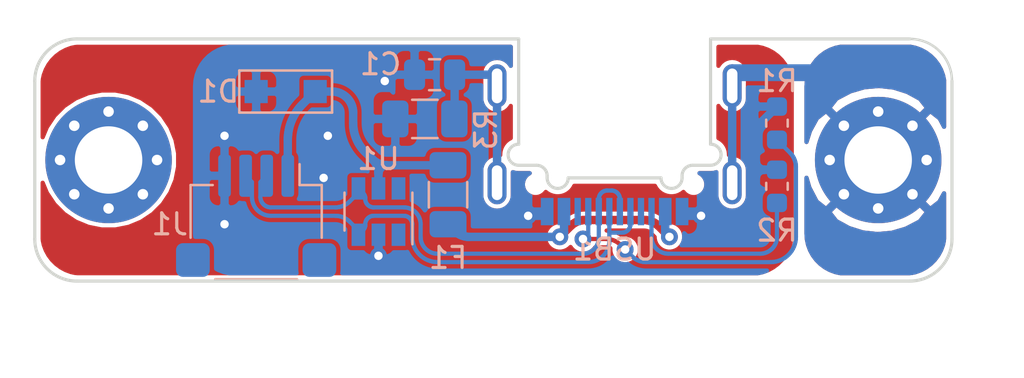
<source format=kicad_pcb>
(kicad_pcb (version 20171130) (host pcbnew "(5.1.4)-1")

  (general
    (thickness 1)
    (drawings 9)
    (tracks 729)
    (zones 0)
    (modules 11)
    (nets 9)
  )

  (page A4)
  (layers
    (0 F.Cu signal)
    (31 B.Cu signal)
    (32 B.Adhes user)
    (33 F.Adhes user)
    (34 B.Paste user)
    (35 F.Paste user)
    (36 B.SilkS user)
    (37 F.SilkS user)
    (38 B.Mask user)
    (39 F.Mask user)
    (40 Dwgs.User user)
    (41 Cmts.User user)
    (42 Eco1.User user)
    (43 Eco2.User user)
    (44 Edge.Cuts user)
    (45 Margin user)
    (46 B.CrtYd user)
    (47 F.CrtYd user)
    (48 B.Fab user)
    (49 F.Fab user)
  )

  (setup
    (last_trace_width 0.2)
    (trace_clearance 0.18)
    (zone_clearance 0.2)
    (zone_45_only no)
    (trace_min 0.2)
    (via_size 0.8)
    (via_drill 0.4)
    (via_min_size 0.4)
    (via_min_drill 0.3)
    (uvia_size 0.3)
    (uvia_drill 0.1)
    (uvias_allowed no)
    (uvia_min_size 0.2)
    (uvia_min_drill 0.1)
    (edge_width 0.15)
    (segment_width 0.2)
    (pcb_text_width 0.3)
    (pcb_text_size 1.5 1.5)
    (mod_edge_width 0.12)
    (mod_text_size 1 1)
    (mod_text_width 0.15)
    (pad_size 8 8)
    (pad_drill 4.3)
    (pad_to_mask_clearance 0.051)
    (solder_mask_min_width 0.25)
    (aux_axis_origin 0 0)
    (visible_elements 7FFFFFFF)
    (pcbplotparams
      (layerselection 0x010f0_ffffffff)
      (usegerberextensions false)
      (usegerberattributes false)
      (usegerberadvancedattributes false)
      (creategerberjobfile false)
      (excludeedgelayer true)
      (linewidth 0.100000)
      (plotframeref false)
      (viasonmask false)
      (mode 1)
      (useauxorigin false)
      (hpglpennumber 1)
      (hpglpenspeed 20)
      (hpglpendiameter 15.000000)
      (psnegative false)
      (psa4output false)
      (plotreference true)
      (plotvalue true)
      (plotinvisibletext false)
      (padsonsilk false)
      (subtractmaskfromsilk true)
      (outputformat 1)
      (mirror false)
      (drillshape 0)
      (scaleselection 1)
      (outputdirectory "gerbers/"))
  )

  (net 0 "")
  (net 1 GND)
  (net 2 SHIELD)
  (net 3 VBUS)
  (net 4 +5V)
  (net 5 "Net-(R1-Pad2)")
  (net 6 "Net-(R2-Pad2)")
  (net 7 D+)
  (net 8 D-)

  (net_class Default "This is the default net class."
    (clearance 0.18)
    (trace_width 0.2)
    (via_dia 0.8)
    (via_drill 0.4)
    (uvia_dia 0.3)
    (uvia_drill 0.1)
    (diff_pair_width 0.2)
    (diff_pair_gap 0.2)
    (add_net D+)
    (add_net D-)
    (add_net "Net-(R1-Pad2)")
    (add_net "Net-(R2-Pad2)")
  )

  (net_class Power ""
    (clearance 0.18)
    (trace_width 0.4)
    (via_dia 0.8)
    (via_drill 0.4)
    (uvia_dia 0.3)
    (uvia_drill 0.1)
    (diff_pair_width 0.4)
    (diff_pair_gap 0.2)
    (add_net +5V)
    (add_net GND)
    (add_net SHIELD)
    (add_net VBUS)
  )

  (module Diode_SMD:D_SOD-123F (layer B.Cu) (tedit 61275E2E) (tstamp 604407C2)
    (at -15.6 2.5 180)
    (descr D_SOD-123F)
    (tags D_SOD-123F)
    (path /604674B7)
    (attr smd)
    (fp_text reference D1 (at 3.2 0 180) (layer B.SilkS)
      (effects (font (size 1 1) (thickness 0.15)) (justify mirror))
    )
    (fp_text value D_TVS (at 0 -2.1 180) (layer B.Fab)
      (effects (font (size 1 1) (thickness 0.15)) (justify mirror))
    )
    (fp_line (start -2.2 1) (end 2.2 1) (layer B.SilkS) (width 0.12))
    (fp_line (start -2.2 -1) (end 2.2 -1) (layer B.SilkS) (width 0.12))
    (fp_line (start -2.2 1.15) (end -2.2 -1.15) (layer B.CrtYd) (width 0.05))
    (fp_line (start 2.2 -1.15) (end -2.2 -1.15) (layer B.CrtYd) (width 0.05))
    (fp_line (start 2.2 1.15) (end 2.2 -1.15) (layer B.CrtYd) (width 0.05))
    (fp_line (start -2.2 1.15) (end 2.2 1.15) (layer B.CrtYd) (width 0.05))
    (fp_line (start -1.4 0.9) (end 1.4 0.9) (layer B.Fab) (width 0.1))
    (fp_line (start 1.4 0.9) (end 1.4 -0.9) (layer B.Fab) (width 0.1))
    (fp_line (start 1.4 -0.9) (end -1.4 -0.9) (layer B.Fab) (width 0.1))
    (fp_line (start -1.4 -0.9) (end -1.4 0.9) (layer B.Fab) (width 0.1))
    (fp_line (start -0.75 0) (end -0.35 0) (layer B.Fab) (width 0.1))
    (fp_line (start -0.35 0) (end -0.35 0.55) (layer B.Fab) (width 0.1))
    (fp_line (start -0.35 0) (end -0.35 -0.55) (layer B.Fab) (width 0.1))
    (fp_line (start -0.35 0) (end 0.25 0.4) (layer B.Fab) (width 0.1))
    (fp_line (start 0.25 0.4) (end 0.25 -0.4) (layer B.Fab) (width 0.1))
    (fp_line (start 0.25 -0.4) (end -0.35 0) (layer B.Fab) (width 0.1))
    (fp_line (start 0.25 0) (end 0.75 0) (layer B.Fab) (width 0.1))
    (fp_line (start -2.2 1) (end -2.2 -1) (layer B.SilkS) (width 0.12))
    (fp_text user %R (at -0.127 1.905 180) (layer B.Fab)
      (effects (font (size 1 1) (thickness 0.15)) (justify mirror))
    )
    (fp_line (start 2.2 1) (end 2.2 -1) (layer B.SilkS) (width 0.12))
    (pad 2 smd rect (at 1.4 0 180) (size 1.1 1.1) (layers B.Cu B.Paste B.Mask)
      (net 1 GND))
    (pad 1 smd rect (at -1.4 0 180) (size 1.1 1.1) (layers B.Cu B.Paste B.Mask)
      (net 4 +5V))
    (model ${KISYS3DMOD}/Diode_SMD.3dshapes/D_SOD-123F.wrl
      (at (xyz 0 0 0))
      (scale (xyz 1 1 1))
      (rotate (xyz 0 0 0))
    )
  )

  (module Capacitor_SMD:C_0805_2012Metric (layer B.Cu) (tedit 5F68FEEE) (tstamp 6021FE98)
    (at -8.5375 1.7 180)
    (descr "Capacitor SMD 0805 (2012 Metric), square (rectangular) end terminal, IPC_7351 nominal, (Body size source: IPC-SM-782 page 76, https://www.pcb-3d.com/wordpress/wp-content/uploads/ipc-sm-782a_amendment_1_and_2.pdf, https://docs.google.com/spreadsheets/d/1BsfQQcO9C6DZCsRaXUlFlo91Tg2WpOkGARC1WS5S8t0/edit?usp=sharing), generated with kicad-footprint-generator")
    (tags capacitor)
    (path /5FEB0B27)
    (attr smd)
    (fp_text reference C1 (at 2.5625 0.5) (layer B.SilkS)
      (effects (font (size 1 1) (thickness 0.15)) (justify mirror))
    )
    (fp_text value 470n (at 0 1.7) (layer B.Fab)
      (effects (font (size 1 1) (thickness 0.15)) (justify mirror))
    )
    (fp_line (start -1 -0.625) (end -1 0.625) (layer B.Fab) (width 0.1))
    (fp_line (start -1 0.625) (end 1 0.625) (layer B.Fab) (width 0.1))
    (fp_line (start 1 0.625) (end 1 -0.625) (layer B.Fab) (width 0.1))
    (fp_line (start 1 -0.625) (end -1 -0.625) (layer B.Fab) (width 0.1))
    (fp_line (start -0.261252 0.735) (end 0.261252 0.735) (layer B.SilkS) (width 0.12))
    (fp_line (start -0.261252 -0.735) (end 0.261252 -0.735) (layer B.SilkS) (width 0.12))
    (fp_line (start -1.7 -0.98) (end -1.7 0.98) (layer B.CrtYd) (width 0.05))
    (fp_line (start -1.7 0.98) (end 1.7 0.98) (layer B.CrtYd) (width 0.05))
    (fp_line (start 1.7 0.98) (end 1.7 -0.98) (layer B.CrtYd) (width 0.05))
    (fp_line (start 1.7 -0.98) (end -1.7 -0.98) (layer B.CrtYd) (width 0.05))
    (fp_text user %R (at 0 0) (layer B.Fab)
      (effects (font (size 0.5 0.5) (thickness 0.08)) (justify mirror))
    )
    (pad 1 smd roundrect (at -0.95 0 180) (size 1 1.45) (layers B.Cu B.Paste B.Mask) (roundrect_rratio 0.25)
      (net 2 SHIELD))
    (pad 2 smd roundrect (at 0.95 0 180) (size 1 1.45) (layers B.Cu B.Paste B.Mask) (roundrect_rratio 0.25)
      (net 1 GND))
    (model ${KISYS3DMOD}/Capacitor_SMD.3dshapes/C_0805_2012Metric.wrl
      (at (xyz 0 0 0))
      (scale (xyz 1 1 1))
      (rotate (xyz 0 0 0))
    )
  )

  (module Type-C:HRO-TYPE-C-31-M-14 (layer B.Cu) (tedit 6021482F) (tstamp 5FEB5804)
    (at 0 0 180)
    (path /5FEAF32E)
    (attr smd)
    (fp_text reference USB1 (at 0 -10 180) (layer B.SilkS)
      (effects (font (size 1 1) (thickness 0.15)) (justify mirror))
    )
    (fp_text value HRO-TYPE-C-31-M-14 (at 0 1 180) (layer Dwgs.User)
      (effects (font (size 1 1) (thickness 0.15)))
    )
    (fp_line (start -7 0) (end -4.8 0) (layer Dwgs.User) (width 0.15))
    (fp_line (start 4.55 -5) (end 4.55 0) (layer Edge.Cuts) (width 0.15))
    (fp_line (start -4.55 -5) (end -4.55 0) (layer Edge.Cuts) (width 0.15))
    (fp_line (start 3.7 -6) (end 4.55 -6) (layer Edge.Cuts) (width 0.15))
    (fp_line (start 4.8 0) (end 7 0) (layer Dwgs.User) (width 0.15))
    (fp_line (start 3.2 -6.5) (end 3.2 -6.6) (layer Edge.Cuts) (width 0.15))
    (fp_arc (start 4.55 -5.5) (end 4.55 -6) (angle 180) (layer Edge.Cuts) (width 0.15))
    (fp_line (start 2.2 -6.6) (end -2.2 -6.6) (layer Edge.Cuts) (width 0.15))
    (fp_arc (start 2.7 -6.6) (end 2.2 -6.6) (angle 180) (layer Edge.Cuts) (width 0.15))
    (fp_arc (start -2.7 -6.6) (end -3.2 -6.6) (angle 180) (layer Edge.Cuts) (width 0.15))
    (fp_line (start -3.2 -6.6) (end -3.2 -6.5) (layer Edge.Cuts) (width 0.15))
    (fp_line (start -3.7 -6) (end -4.55 -6) (layer Edge.Cuts) (width 0.15))
    (fp_arc (start -4.55 -5.5) (end -4.55 -5) (angle 180) (layer Edge.Cuts) (width 0.15))
    (fp_arc (start -3.7 -6.5) (end -3.2 -6.5) (angle 90) (layer Edge.Cuts) (width 0.15))
    (fp_arc (start 3.7 -6.5) (end 3.7 -6) (angle 90) (layer Edge.Cuts) (width 0.15))
    (pad 12 smd rect (at -3.2 -8.2) (size 0.6 1.3) (layers B.Cu B.Paste B.Mask)
      (net 1 GND))
    (pad 1 smd rect (at 3.2 -8.2) (size 0.6 1.3) (layers B.Cu B.Paste B.Mask)
      (net 1 GND))
    (pad 11 smd rect (at -2.4 -8.2) (size 0.6 1.3) (layers B.Cu B.Paste B.Mask)
      (net 3 VBUS))
    (pad 2 smd rect (at 2.4 -8.2) (size 0.6 1.3) (layers B.Cu B.Paste B.Mask)
      (net 3 VBUS))
    (pad 3 smd rect (at 1.75 -8.2) (size 0.3 1.3) (layers B.Cu B.Paste B.Mask))
    (pad 10 smd rect (at -1.75 -8.2) (size 0.3 1.3) (layers B.Cu B.Paste B.Mask)
      (net 6 "Net-(R2-Pad2)"))
    (pad 4 smd rect (at 1.25 -8.2) (size 0.3 1.3) (layers B.Cu B.Paste B.Mask)
      (net 5 "Net-(R1-Pad2)"))
    (pad 9 smd rect (at -1.25 -8.2) (size 0.3 1.3) (layers B.Cu B.Paste B.Mask))
    (pad 5 smd rect (at 0.75 -8.2) (size 0.3 1.3) (layers B.Cu B.Paste B.Mask)
      (net 8 D-))
    (pad 8 smd rect (at -0.75 -8.2) (size 0.3 1.3) (layers B.Cu B.Paste B.Mask)
      (net 7 D+))
    (pad 7 smd rect (at -0.25 -8.2) (size 0.3 1.3) (layers B.Cu B.Paste B.Mask)
      (net 8 D-))
    (pad 6 smd rect (at 0.25 -8.2) (size 0.3 1.3) (layers B.Cu B.Paste B.Mask)
      (net 7 D+))
    (pad 13 thru_hole oval (at 5.575 -6.83) (size 0.9 2.05) (drill oval 0.5 1.65) (layers *.Cu *.Mask)
      (net 2 SHIELD))
    (pad 13 thru_hole oval (at -5.575 -6.83) (size 0.9 2.05) (drill oval 0.5 1.65) (layers *.Cu *.Mask)
      (net 2 SHIELD))
    (pad 13 thru_hole oval (at 5.575 -2.23) (size 0.9 2.05) (drill oval 0.5 1.65) (layers *.Cu *.Mask)
      (net 2 SHIELD))
    (pad 13 thru_hole oval (at -5.575 -2.23) (size 0.9 2.05) (drill oval 0.5 1.65) (layers *.Cu *.Mask)
      (net 2 SHIELD))
    (pad "" np_thru_hole circle (at 3.75 -6.91) (size 0.6 0.6) (drill 0.6) (layers *.Cu *.Mask))
    (pad "" np_thru_hole circle (at -3.75 -6.91) (size 0.6 0.6) (drill 0.6) (layers *.Cu *.Mask))
    (model "C:/Users/Chris/Documents/GitHub/squatterboard/dboard/libs/Type-C.pretty/HRO TYPE-C-31-M-14.step"
      (offset (xyz 0 -0.48 0.01))
      (scale (xyz 1 1 1))
      (rotate (xyz 0 0 180))
    )
  )

  (module crokto:JST_SH_SM04B-SRSS-TB_1x04-1MP_P1.00mm_Horizontal (layer B.Cu) (tedit 6021410B) (tstamp 602229D8)
    (at -17 11.3 180)
    (descr "JST SH series connector, SM04B-SRSS-TB (http://www.jst-mfg.com/product/pdf/eng/eSH.pdf), generated with kicad-footprint-generator")
    (tags "connector JST SH top entry")
    (path /5FEC6F34)
    (attr smd)
    (fp_text reference J1 (at 4.1 2.5 180) (layer B.SilkS)
      (effects (font (size 1 1) (thickness 0.15)) (justify mirror))
    )
    (fp_text value JST_SH_SM04B-SRSS-TB_1x04 (at 0 -3.98 180) (layer B.Fab)
      (effects (font (size 1 1) (thickness 0.15)) (justify mirror))
    )
    (fp_line (start -1.5 3.542893) (end -1 4.25) (layer B.Fab) (width 0.1))
    (fp_line (start -2 4.25) (end -1.5 3.542893) (layer B.Fab) (width 0.1))
    (fp_line (start 3.9 5.855) (end -3.9 5.855) (layer B.CrtYd) (width 0.05))
    (fp_line (start 3.9 -0.705) (end 3.9 5.855) (layer B.CrtYd) (width 0.05))
    (fp_line (start -3.9 -0.705) (end 3.9 -0.705) (layer B.CrtYd) (width 0.05))
    (fp_line (start -3.9 5.855) (end -3.9 -0.705) (layer B.CrtYd) (width 0.05))
    (fp_line (start 3 4.25) (end 3 0) (layer B.Fab) (width 0.1))
    (fp_line (start -3 4.25) (end -3 0) (layer B.Fab) (width 0.1))
    (fp_line (start -3 0) (end 3 0) (layer B.Fab) (width 0.1))
    (fp_line (start -1.94 -0.11) (end 1.94 -0.11) (layer B.SilkS) (width 0.12))
    (fp_line (start 3.11 4.36) (end 2.06 4.36) (layer B.SilkS) (width 0.12))
    (fp_line (start 3.11 1.86) (end 3.11 4.36) (layer B.SilkS) (width 0.12))
    (fp_line (start -2.06 4.36) (end -2.06 5.35) (layer B.SilkS) (width 0.12))
    (fp_line (start -3.11 4.36) (end -2.06 4.36) (layer B.SilkS) (width 0.12))
    (fp_line (start -3.11 1.86) (end -3.11 4.36) (layer B.SilkS) (width 0.12))
    (fp_line (start -3 4.25) (end 3 4.25) (layer B.Fab) (width 0.1))
    (fp_text user %R (at 0 -1.4 180) (layer B.Fab)
      (effects (font (size 1 1) (thickness 0.15)) (justify mirror))
    )
    (pad MP smd roundrect (at 3 0.8 180) (size 1.6 1.6) (layers B.Cu B.Paste B.Mask) (roundrect_rratio 0.2))
    (pad MP smd roundrect (at -3 0.8 180) (size 1.6 1.6) (layers B.Cu B.Paste B.Mask) (roundrect_rratio 0.2))
    (pad 4 smd roundrect (at 1.5 4.8 180) (size 0.6 2) (layers B.Cu B.Paste B.Mask) (roundrect_rratio 0.25)
      (net 1 GND))
    (pad 3 smd roundrect (at 0.5 4.8 180) (size 0.6 2) (layers B.Cu B.Paste B.Mask) (roundrect_rratio 0.25)
      (net 7 D+))
    (pad 2 smd roundrect (at -0.5 4.8 180) (size 0.6 2) (layers B.Cu B.Paste B.Mask) (roundrect_rratio 0.25)
      (net 8 D-))
    (pad 1 smd roundrect (at -1.5 4.8 180) (size 0.6 2) (layers B.Cu B.Paste B.Mask) (roundrect_rratio 0.25)
      (net 4 +5V))
    (model C:/Users/Chris/Documents/GitHub/squatterboard/dboard/libs/crokto.pretty/SM04B-SRSS-TB.STEP
      (offset (xyz 0 3.875 -0.305))
      (scale (xyz 1 1 1))
      (rotate (xyz -90 0 0))
    )
  )

  (module Package_TO_SOT_SMD:SOT-23-6 (layer B.Cu) (tedit 5A02FF57) (tstamp 5FEB57E2)
    (at -11.2 8.2 90)
    (descr "6-pin SOT-23 package")
    (tags SOT-23-6)
    (path /5FEAF7BF)
    (attr smd)
    (fp_text reference U1 (at 2.5 0 180) (layer B.SilkS)
      (effects (font (size 1 1) (thickness 0.15)) (justify mirror))
    )
    (fp_text value SRV05-4 (at -2.7 1.6 180) (layer B.Fab)
      (effects (font (size 1 1) (thickness 0.15)) (justify mirror))
    )
    (fp_text user %R (at 0 0 180) (layer B.Fab)
      (effects (font (size 0.5 0.5) (thickness 0.075)) (justify mirror))
    )
    (fp_line (start -0.9 -1.61) (end 0.9 -1.61) (layer B.SilkS) (width 0.12))
    (fp_line (start 0.9 1.61) (end -1.55 1.61) (layer B.SilkS) (width 0.12))
    (fp_line (start 1.9 1.8) (end -1.9 1.8) (layer B.CrtYd) (width 0.05))
    (fp_line (start 1.9 -1.8) (end 1.9 1.8) (layer B.CrtYd) (width 0.05))
    (fp_line (start -1.9 -1.8) (end 1.9 -1.8) (layer B.CrtYd) (width 0.05))
    (fp_line (start -1.9 1.8) (end -1.9 -1.8) (layer B.CrtYd) (width 0.05))
    (fp_line (start -0.9 0.9) (end -0.25 1.55) (layer B.Fab) (width 0.1))
    (fp_line (start 0.9 1.55) (end -0.25 1.55) (layer B.Fab) (width 0.1))
    (fp_line (start -0.9 0.9) (end -0.9 -1.55) (layer B.Fab) (width 0.1))
    (fp_line (start 0.9 -1.55) (end -0.9 -1.55) (layer B.Fab) (width 0.1))
    (fp_line (start 0.9 1.55) (end 0.9 -1.55) (layer B.Fab) (width 0.1))
    (pad 1 smd rect (at -1.1 0.95 90) (size 1.06 0.65) (layers B.Cu B.Paste B.Mask))
    (pad 2 smd rect (at -1.1 0 90) (size 1.06 0.65) (layers B.Cu B.Paste B.Mask)
      (net 1 GND))
    (pad 3 smd rect (at -1.1 -0.95 90) (size 1.06 0.65) (layers B.Cu B.Paste B.Mask)
      (net 7 D+))
    (pad 4 smd rect (at 1.1 -0.95 90) (size 1.06 0.65) (layers B.Cu B.Paste B.Mask)
      (net 8 D-))
    (pad 6 smd rect (at 1.1 0.95 90) (size 1.06 0.65) (layers B.Cu B.Paste B.Mask))
    (pad 5 smd rect (at 1.1 0 90) (size 1.06 0.65) (layers B.Cu B.Paste B.Mask)
      (net 4 +5V))
    (model ${KISYS3DMOD}/Package_TO_SOT_SMD.3dshapes/SOT-23-6.wrl
      (at (xyz 0 0 0))
      (scale (xyz 1 1 1))
      (rotate (xyz 0 0 0))
    )
  )

  (module Resistor_SMD:R_1206_3216Metric (layer B.Cu) (tedit 5B301BBD) (tstamp 5FEB57CC)
    (at -9 3.8 180)
    (descr "Resistor SMD 1206 (3216 Metric), square (rectangular) end terminal, IPC_7351 nominal, (Body size source: http://www.tortai-tech.com/upload/download/2011102023233369053.pdf), generated with kicad-footprint-generator")
    (tags resistor)
    (path /5FEB31E8)
    (attr smd)
    (fp_text reference R3 (at -2.9 -0.5 270) (layer B.SilkS)
      (effects (font (size 1 1) (thickness 0.15)) (justify mirror))
    )
    (fp_text value 1M (at -3.4 0) (layer B.Fab)
      (effects (font (size 1 1) (thickness 0.15)) (justify mirror))
    )
    (fp_text user %R (at 0 0) (layer B.Fab)
      (effects (font (size 0.8 0.8) (thickness 0.12)) (justify mirror))
    )
    (fp_line (start 2.28 -1.12) (end -2.28 -1.12) (layer B.CrtYd) (width 0.05))
    (fp_line (start 2.28 1.12) (end 2.28 -1.12) (layer B.CrtYd) (width 0.05))
    (fp_line (start -2.28 1.12) (end 2.28 1.12) (layer B.CrtYd) (width 0.05))
    (fp_line (start -2.28 -1.12) (end -2.28 1.12) (layer B.CrtYd) (width 0.05))
    (fp_line (start -0.602064 -0.91) (end 0.602064 -0.91) (layer B.SilkS) (width 0.12))
    (fp_line (start -0.602064 0.91) (end 0.602064 0.91) (layer B.SilkS) (width 0.12))
    (fp_line (start 1.6 -0.8) (end -1.6 -0.8) (layer B.Fab) (width 0.1))
    (fp_line (start 1.6 0.8) (end 1.6 -0.8) (layer B.Fab) (width 0.1))
    (fp_line (start -1.6 0.8) (end 1.6 0.8) (layer B.Fab) (width 0.1))
    (fp_line (start -1.6 -0.8) (end -1.6 0.8) (layer B.Fab) (width 0.1))
    (pad 2 smd roundrect (at 1.4 0 180) (size 1.25 1.75) (layers B.Cu B.Paste B.Mask) (roundrect_rratio 0.2)
      (net 1 GND))
    (pad 1 smd roundrect (at -1.4 0 180) (size 1.25 1.75) (layers B.Cu B.Paste B.Mask) (roundrect_rratio 0.2)
      (net 2 SHIELD))
    (model ${KISYS3DMOD}/Resistor_SMD.3dshapes/R_1206_3216Metric.wrl
      (at (xyz 0 0 0))
      (scale (xyz 1 1 1))
      (rotate (xyz 0 0 0))
    )
  )

  (module Resistor_SMD:R_0603_1608Metric (layer B.Cu) (tedit 5B301BBD) (tstamp 60235F10)
    (at 7.7 7 270)
    (descr "Resistor SMD 0603 (1608 Metric), square (rectangular) end terminal, IPC_7351 nominal, (Body size source: http://www.tortai-tech.com/upload/download/2011102023233369053.pdf), generated with kicad-footprint-generator")
    (tags resistor)
    (path /5FEB5827)
    (attr smd)
    (fp_text reference R2 (at 2.1 0 180) (layer B.SilkS)
      (effects (font (size 1 1) (thickness 0.15)) (justify mirror))
    )
    (fp_text value 5.1K (at 0.4 1.5 90) (layer B.Fab)
      (effects (font (size 1 1) (thickness 0.15)) (justify mirror))
    )
    (fp_text user %R (at 0 0 90) (layer B.Fab)
      (effects (font (size 0.4 0.4) (thickness 0.06)) (justify mirror))
    )
    (fp_line (start 1.48 -0.73) (end -1.48 -0.73) (layer B.CrtYd) (width 0.05))
    (fp_line (start 1.48 0.73) (end 1.48 -0.73) (layer B.CrtYd) (width 0.05))
    (fp_line (start -1.48 0.73) (end 1.48 0.73) (layer B.CrtYd) (width 0.05))
    (fp_line (start -1.48 -0.73) (end -1.48 0.73) (layer B.CrtYd) (width 0.05))
    (fp_line (start -0.162779 -0.51) (end 0.162779 -0.51) (layer B.SilkS) (width 0.12))
    (fp_line (start -0.162779 0.51) (end 0.162779 0.51) (layer B.SilkS) (width 0.12))
    (fp_line (start 0.8 -0.4) (end -0.8 -0.4) (layer B.Fab) (width 0.1))
    (fp_line (start 0.8 0.4) (end 0.8 -0.4) (layer B.Fab) (width 0.1))
    (fp_line (start -0.8 0.4) (end 0.8 0.4) (layer B.Fab) (width 0.1))
    (fp_line (start -0.8 -0.4) (end -0.8 0.4) (layer B.Fab) (width 0.1))
    (pad 2 smd roundrect (at 0.7875 0 270) (size 0.875 0.95) (layers B.Cu B.Paste B.Mask) (roundrect_rratio 0.25)
      (net 6 "Net-(R2-Pad2)"))
    (pad 1 smd roundrect (at -0.7875 0 270) (size 0.875 0.95) (layers B.Cu B.Paste B.Mask) (roundrect_rratio 0.25)
      (net 1 GND))
    (model ${KISYS3DMOD}/Resistor_SMD.3dshapes/R_0603_1608Metric.wrl
      (at (xyz 0 0 0))
      (scale (xyz 1 1 1))
      (rotate (xyz 0 0 0))
    )
  )

  (module Resistor_SMD:R_0603_1608Metric (layer B.Cu) (tedit 5B301BBD) (tstamp 602209B5)
    (at 7.7 4 270)
    (descr "Resistor SMD 0603 (1608 Metric), square (rectangular) end terminal, IPC_7351 nominal, (Body size source: http://www.tortai-tech.com/upload/download/2011102023233369053.pdf), generated with kicad-footprint-generator")
    (tags resistor)
    (path /5FEB0819)
    (attr smd)
    (fp_text reference R1 (at -2 0) (layer B.SilkS)
      (effects (font (size 1 1) (thickness 0.15)) (justify mirror))
    )
    (fp_text value 5.1K (at -0.7 1.4 270) (layer B.Fab)
      (effects (font (size 1 1) (thickness 0.15)) (justify mirror))
    )
    (fp_text user %R (at 0 0 270) (layer B.Fab)
      (effects (font (size 0.4 0.4) (thickness 0.06)) (justify mirror))
    )
    (fp_line (start 1.48 -0.73) (end -1.48 -0.73) (layer B.CrtYd) (width 0.05))
    (fp_line (start 1.48 0.73) (end 1.48 -0.73) (layer B.CrtYd) (width 0.05))
    (fp_line (start -1.48 0.73) (end 1.48 0.73) (layer B.CrtYd) (width 0.05))
    (fp_line (start -1.48 -0.73) (end -1.48 0.73) (layer B.CrtYd) (width 0.05))
    (fp_line (start -0.162779 -0.51) (end 0.162779 -0.51) (layer B.SilkS) (width 0.12))
    (fp_line (start -0.162779 0.51) (end 0.162779 0.51) (layer B.SilkS) (width 0.12))
    (fp_line (start 0.8 -0.4) (end -0.8 -0.4) (layer B.Fab) (width 0.1))
    (fp_line (start 0.8 0.4) (end 0.8 -0.4) (layer B.Fab) (width 0.1))
    (fp_line (start -0.8 0.4) (end 0.8 0.4) (layer B.Fab) (width 0.1))
    (fp_line (start -0.8 -0.4) (end -0.8 0.4) (layer B.Fab) (width 0.1))
    (pad 2 smd roundrect (at 0.7875 0 270) (size 0.875 0.95) (layers B.Cu B.Paste B.Mask) (roundrect_rratio 0.25)
      (net 5 "Net-(R1-Pad2)"))
    (pad 1 smd roundrect (at -0.7875 0 270) (size 0.875 0.95) (layers B.Cu B.Paste B.Mask) (roundrect_rratio 0.25)
      (net 1 GND))
    (model ${KISYS3DMOD}/Resistor_SMD.3dshapes/R_0603_1608Metric.wrl
      (at (xyz 0 0 0))
      (scale (xyz 1 1 1))
      (rotate (xyz 0 0 0))
    )
  )

  (module crokto:M3_Via_Hole (layer B.Cu) (tedit 5EC84045) (tstamp 5FEB5799)
    (at 12.5 5.75 180)
    (descr "Mounting Hole 3.2mm, M3")
    (tags "mounting hole 3.2mm m3")
    (path /5FEB1045)
    (attr virtual)
    (fp_text reference H2 (at 0 4.2) (layer B.SilkS) hide
      (effects (font (size 1 1) (thickness 0.15)) (justify mirror))
    )
    (fp_text value MountingHole_Pad (at 0 -4.2) (layer B.Fab)
      (effects (font (size 1 1) (thickness 0.15)) (justify mirror))
    )
    (fp_circle (center 0 0) (end 3.3 0) (layer B.CrtYd) (width 0.1))
    (pad 1 thru_hole circle (at 1.626346 1.626346 180) (size 0.8 0.8) (drill 0.5) (layers *.Cu *.Mask)
      (net 2 SHIELD))
    (pad 1 thru_hole circle (at 0 2.3 180) (size 0.8 0.8) (drill 0.5) (layers *.Cu *.Mask)
      (net 2 SHIELD))
    (pad 1 thru_hole circle (at -1.626346 1.626346 180) (size 0.8 0.8) (drill 0.5) (layers *.Cu *.Mask)
      (net 2 SHIELD))
    (pad 1 thru_hole circle (at -2.3 0 180) (size 0.8 0.8) (drill 0.5) (layers *.Cu *.Mask)
      (net 2 SHIELD))
    (pad 1 thru_hole circle (at -1.626346 -1.626346 180) (size 0.8 0.8) (drill 0.5) (layers *.Cu *.Mask)
      (net 2 SHIELD))
    (pad 1 thru_hole circle (at 0 -2.3 180) (size 0.8 0.8) (drill 0.5) (layers *.Cu *.Mask)
      (net 2 SHIELD))
    (pad 1 thru_hole circle (at 1.626346 -1.626346 180) (size 0.8 0.8) (drill 0.5) (layers *.Cu *.Mask)
      (net 2 SHIELD))
    (pad 1 thru_hole circle (at 2.3 0 180) (size 0.8 0.8) (drill 0.5) (layers *.Cu *.Mask)
      (net 2 SHIELD))
    (pad 1 thru_hole circle (at 0 0 180) (size 6 6) (drill 3.2) (layers *.Cu *.Mask)
      (net 2 SHIELD))
  )

  (module crokto:M3_Via_Hole_NC (layer F.Cu) (tedit 5EC84040) (tstamp 5FEB578B)
    (at -24 5.75 180)
    (descr "Mounting Hole 3.2mm, M3")
    (tags "mounting hole 3.2mm m3")
    (path /5FEB1323)
    (attr virtual)
    (fp_text reference H1 (at 0 -4.2) (layer F.SilkS) hide
      (effects (font (size 1 1) (thickness 0.15)))
    )
    (fp_text value MountingHole (at 0 4.2) (layer F.Fab)
      (effects (font (size 1 1) (thickness 0.15)))
    )
    (fp_circle (center 0 0) (end 3.3 0) (layer F.CrtYd) (width 0.1))
    (pad 1 thru_hole circle (at 1.626346 -1.626346 180) (size 0.8 0.8) (drill 0.5) (layers *.Cu F.Mask))
    (pad 1 thru_hole circle (at 0 -2.3 180) (size 0.8 0.8) (drill 0.5) (layers *.Cu F.Mask))
    (pad 1 thru_hole circle (at -1.626346 -1.626346 180) (size 0.8 0.8) (drill 0.5) (layers *.Cu F.Mask))
    (pad 1 thru_hole circle (at -2.3 0 180) (size 0.8 0.8) (drill 0.5) (layers *.Cu F.Mask))
    (pad 1 thru_hole circle (at -1.626346 1.626346 180) (size 0.8 0.8) (drill 0.5) (layers *.Cu F.Mask))
    (pad 1 thru_hole circle (at 0 2.3 180) (size 0.8 0.8) (drill 0.5) (layers *.Cu F.Mask))
    (pad 1 thru_hole circle (at 1.626346 1.626346 180) (size 0.8 0.8) (drill 0.5) (layers *.Cu F.Mask))
    (pad 1 thru_hole circle (at 2.3 0 180) (size 0.8 0.8) (drill 0.5) (layers *.Cu F.Mask))
    (pad 1 thru_hole circle (at 0 0 180) (size 6 6) (drill 3.2) (layers *.Cu F.Mask))
  )

  (module Fuse:Fuse_1206_3216Metric (layer B.Cu) (tedit 5B301BBE) (tstamp 6021F266)
    (at -7.9 7.4 270)
    (descr "Fuse SMD 1206 (3216 Metric), square (rectangular) end terminal, IPC_7351 nominal, (Body size source: http://www.tortai-tech.com/upload/download/2011102023233369053.pdf), generated with kicad-footprint-generator")
    (tags resistor)
    (path /5FEB003C)
    (attr smd)
    (fp_text reference F1 (at 3 0) (layer B.SilkS)
      (effects (font (size 1 1) (thickness 0.15)) (justify mirror))
    )
    (fp_text value 500mA (at 0 -1.82 270) (layer B.Fab)
      (effects (font (size 1 1) (thickness 0.15)) (justify mirror))
    )
    (fp_text user %R (at 0 0 270) (layer B.Fab)
      (effects (font (size 0.8 0.8) (thickness 0.12)) (justify mirror))
    )
    (fp_line (start 2.28 -1.12) (end -2.28 -1.12) (layer B.CrtYd) (width 0.05))
    (fp_line (start 2.28 1.12) (end 2.28 -1.12) (layer B.CrtYd) (width 0.05))
    (fp_line (start -2.28 1.12) (end 2.28 1.12) (layer B.CrtYd) (width 0.05))
    (fp_line (start -2.28 -1.12) (end -2.28 1.12) (layer B.CrtYd) (width 0.05))
    (fp_line (start -0.602064 -0.91) (end 0.602064 -0.91) (layer B.SilkS) (width 0.12))
    (fp_line (start -0.602064 0.91) (end 0.602064 0.91) (layer B.SilkS) (width 0.12))
    (fp_line (start 1.6 -0.8) (end -1.6 -0.8) (layer B.Fab) (width 0.1))
    (fp_line (start 1.6 0.8) (end 1.6 -0.8) (layer B.Fab) (width 0.1))
    (fp_line (start -1.6 0.8) (end 1.6 0.8) (layer B.Fab) (width 0.1))
    (fp_line (start -1.6 -0.8) (end -1.6 0.8) (layer B.Fab) (width 0.1))
    (pad 2 smd roundrect (at 1.4 0 270) (size 1.25 1.75) (layers B.Cu B.Paste B.Mask) (roundrect_rratio 0.2)
      (net 3 VBUS))
    (pad 1 smd roundrect (at -1.4 0 270) (size 1.25 1.75) (layers B.Cu B.Paste B.Mask) (roundrect_rratio 0.2)
      (net 4 +5V))
    (model ${KISYS3DMOD}/Fuse.3dshapes/Fuse_1206_3216Metric.wrl
      (at (xyz 0 0 0))
      (scale (xyz 1 1 1))
      (rotate (xyz 0 0 0))
    )
  )

  (gr_arc (start 14 9.5) (end 14 11.5) (angle -90) (layer Edge.Cuts) (width 0.15))
  (gr_arc (start 14 2) (end 16 2) (angle -90) (layer Edge.Cuts) (width 0.12))
  (gr_arc (start -25.5 9.5) (end -27.5 9.5) (angle -90) (layer Edge.Cuts) (width 0.15))
  (gr_arc (start -25.5 2) (end -25.5 0) (angle -90) (layer Edge.Cuts) (width 0.15))
  (gr_line (start 14 0) (end 4.55 0) (layer Edge.Cuts) (width 0.15))
  (gr_line (start 16 9.5) (end 16 2) (layer Edge.Cuts) (width 0.15))
  (gr_line (start -25.5 11.5) (end 14 11.5) (layer Edge.Cuts) (width 0.15))
  (gr_line (start -27.5 2) (end -27.5 9.5) (layer Edge.Cuts) (width 0.15))
  (gr_line (start -4.55 0) (end -25.5 0) (layer Edge.Cuts) (width 0.15))

  (segment (start 3.2 8.2) (end 3.2 8.3) (width 0.4) (layer B.Cu) (net 1))
  (via (at -4.1 8.4) (size 0.8) (drill 0.4) (layers F.Cu B.Cu) (net 1))
  (segment (start -4.1 8.4) (end -3.2 8.4) (width 0.4) (layer B.Cu) (net 1))
  (segment (start 3.2 8.4) (end 4.1 8.4) (width 0.4) (layer B.Cu) (net 1))
  (via (at 4.1 8.4) (size 0.8) (drill 0.4) (layers F.Cu B.Cu) (net 1))
  (via (at -11.2 10.3) (size 0.8) (drill 0.4) (layers F.Cu B.Cu) (net 1))
  (segment (start -11.2 9.3) (end -11.2 10.3) (width 0.4) (layer B.Cu) (net 1))
  (segment (start 4.517157 8.817157) (end 4.1 8.4) (width 0.4) (layer B.Cu) (net 1))
  (segment (start 4.517157 8.817157) (end 4.551485 8.84984) (width 0.4) (layer B.Cu) (net 1) (tstamp D9))
  (segment (start 4.551485 8.84984) (end 4.587375 8.880799) (width 0.4) (layer B.Cu) (net 1) (tstamp D9))
  (segment (start 4.587375 8.880799) (end 4.624741 8.90996) (width 0.4) (layer B.Cu) (net 1) (tstamp D9))
  (segment (start 4.624741 8.90996) (end 4.663493 8.937252) (width 0.4) (layer B.Cu) (net 1) (tstamp D9))
  (segment (start 4.663493 8.937252) (end 4.703538 8.96261) (width 0.4) (layer B.Cu) (net 1) (tstamp D9))
  (segment (start 4.703538 8.96261) (end 4.744778 8.985972) (width 0.4) (layer B.Cu) (net 1) (tstamp D9))
  (segment (start 4.744778 8.985972) (end 4.787116 9.007283) (width 0.4) (layer B.Cu) (net 1) (tstamp D9))
  (segment (start 4.787116 9.007283) (end 4.830448 9.026491) (width 0.4) (layer B.Cu) (net 1) (tstamp D9))
  (segment (start 4.830448 9.026491) (end 4.87467 9.043549) (width 0.4) (layer B.Cu) (net 1) (tstamp D9))
  (segment (start 4.87467 9.043549) (end 4.919676 9.058417) (width 0.4) (layer B.Cu) (net 1) (tstamp D9))
  (segment (start 4.919676 9.058417) (end 4.965357 9.071059) (width 0.4) (layer B.Cu) (net 1) (tstamp D9))
  (segment (start 4.965357 9.071059) (end 5.011604 9.081444) (width 0.4) (layer B.Cu) (net 1) (tstamp D9))
  (segment (start 5.011604 9.081444) (end 5.058304 9.089547) (width 0.4) (layer B.Cu) (net 1) (tstamp D9))
  (segment (start 5.058304 9.089547) (end 5.105346 9.095349) (width 0.4) (layer B.Cu) (net 1) (tstamp D9))
  (segment (start 5.105346 9.095349) (end 5.152616 9.098836) (width 0.4) (layer B.Cu) (net 1) (tstamp D9))
  (segment (start 5.152616 9.098836) (end 5.2 9.1) (width 0.4) (layer B.Cu) (net 1) (tstamp D9))
  (segment (start 3.782842 8.082842) (end 4.1 8.4) (width 0.4) (layer F.Cu) (net 1))
  (segment (start 3.782842 8.082842) (end 3.748514 8.050159) (width 0.4) (layer F.Cu) (net 1) (tstamp D9))
  (segment (start 3.748514 8.050159) (end 3.712623 8.019199) (width 0.4) (layer F.Cu) (net 1) (tstamp D9))
  (segment (start 3.712623 8.019199) (end 3.675257 7.990039) (width 0.4) (layer F.Cu) (net 1) (tstamp D9))
  (segment (start 3.675257 7.990039) (end 3.636505 7.962746) (width 0.4) (layer F.Cu) (net 1) (tstamp D9))
  (segment (start 3.636505 7.962746) (end 3.596461 7.937388) (width 0.4) (layer F.Cu) (net 1) (tstamp D9))
  (segment (start 3.596461 7.937388) (end 3.55522 7.914026) (width 0.4) (layer F.Cu) (net 1) (tstamp D9))
  (segment (start 3.55522 7.914026) (end 3.512883 7.892715) (width 0.4) (layer F.Cu) (net 1) (tstamp D9))
  (segment (start 3.512883 7.892715) (end 3.469551 7.873507) (width 0.4) (layer F.Cu) (net 1) (tstamp D9))
  (segment (start 3.469551 7.873507) (end 3.425329 7.856449) (width 0.4) (layer F.Cu) (net 1) (tstamp D9))
  (segment (start 3.425329 7.856449) (end 3.380323 7.841581) (width 0.4) (layer F.Cu) (net 1) (tstamp D9))
  (segment (start 3.380323 7.841581) (end 3.334642 7.828939) (width 0.4) (layer F.Cu) (net 1) (tstamp D9))
  (segment (start 3.334642 7.828939) (end 3.288395 7.818554) (width 0.4) (layer F.Cu) (net 1) (tstamp D9))
  (segment (start 3.288395 7.818554) (end 3.241695 7.810451) (width 0.4) (layer F.Cu) (net 1) (tstamp D9))
  (segment (start 3.241695 7.810451) (end 3.194653 7.804649) (width 0.4) (layer F.Cu) (net 1) (tstamp D9))
  (segment (start 3.194653 7.804649) (end 3.147383 7.801162) (width 0.4) (layer F.Cu) (net 1) (tstamp D9))
  (segment (start 3.147383 7.801162) (end 3.1 7.8) (width 0.4) (layer F.Cu) (net 1) (tstamp D9))
  (segment (start -3.782842 8.082842) (end -4.1 8.4) (width 0.4) (layer F.Cu) (net 1))
  (segment (start -3.782842 8.082842) (end -3.748514 8.050159) (width 0.4) (layer F.Cu) (net 1) (tstamp D9))
  (segment (start -3.748514 8.050159) (end -3.712623 8.019199) (width 0.4) (layer F.Cu) (net 1) (tstamp D9))
  (segment (start -3.712623 8.019199) (end -3.675257 7.990039) (width 0.4) (layer F.Cu) (net 1) (tstamp D9))
  (segment (start -3.675257 7.990039) (end -3.636505 7.962746) (width 0.4) (layer F.Cu) (net 1) (tstamp D9))
  (segment (start -3.636505 7.962746) (end -3.596461 7.937388) (width 0.4) (layer F.Cu) (net 1) (tstamp D9))
  (segment (start -3.596461 7.937388) (end -3.55522 7.914026) (width 0.4) (layer F.Cu) (net 1) (tstamp D9))
  (segment (start -3.55522 7.914026) (end -3.512883 7.892715) (width 0.4) (layer F.Cu) (net 1) (tstamp D9))
  (segment (start -3.512883 7.892715) (end -3.469551 7.873507) (width 0.4) (layer F.Cu) (net 1) (tstamp D9))
  (segment (start -3.469551 7.873507) (end -3.425329 7.856449) (width 0.4) (layer F.Cu) (net 1) (tstamp D9))
  (segment (start -3.425329 7.856449) (end -3.380323 7.841581) (width 0.4) (layer F.Cu) (net 1) (tstamp D9))
  (segment (start -3.380323 7.841581) (end -3.334642 7.828939) (width 0.4) (layer F.Cu) (net 1) (tstamp D9))
  (segment (start -3.334642 7.828939) (end -3.288395 7.818554) (width 0.4) (layer F.Cu) (net 1) (tstamp D9))
  (segment (start -3.288395 7.818554) (end -3.241695 7.810451) (width 0.4) (layer F.Cu) (net 1) (tstamp D9))
  (segment (start -3.241695 7.810451) (end -3.194653 7.804649) (width 0.4) (layer F.Cu) (net 1) (tstamp D9))
  (segment (start -3.194653 7.804649) (end -3.147383 7.801162) (width 0.4) (layer F.Cu) (net 1) (tstamp D9))
  (segment (start -3.147383 7.801162) (end -3.1 7.8) (width 0.4) (layer F.Cu) (net 1) (tstamp D9))
  (segment (start -3.1 7.8) (end 3.1 7.8) (width 0.4) (layer F.Cu) (net 1))
  (segment (start -5.434314 9.734314) (end -4.1 8.4) (width 0.4) (layer F.Cu) (net 1))
  (segment (start -5.434314 9.734314) (end -5.50297 9.79968) (width 0.4) (layer F.Cu) (net 1) (tstamp D9))
  (segment (start -5.50297 9.79968) (end -5.57475 9.861598) (width 0.4) (layer F.Cu) (net 1) (tstamp D9))
  (segment (start -5.57475 9.861598) (end -5.649483 9.91992) (width 0.4) (layer F.Cu) (net 1) (tstamp D9))
  (segment (start -5.649483 9.91992) (end -5.726987 9.974504) (width 0.4) (layer F.Cu) (net 1) (tstamp D9))
  (segment (start -5.726987 9.974504) (end -5.807076 10.02522) (width 0.4) (layer F.Cu) (net 1) (tstamp D9))
  (segment (start -5.807076 10.02522) (end -5.889557 10.071945) (width 0.4) (layer F.Cu) (net 1) (tstamp D9))
  (segment (start -5.889557 10.071945) (end -5.974232 10.114567) (width 0.4) (layer F.Cu) (net 1) (tstamp D9))
  (segment (start -5.974232 10.114567) (end -6.060896 10.152982) (width 0.4) (layer F.Cu) (net 1) (tstamp D9))
  (segment (start -6.060896 10.152982) (end -6.14934 10.187099) (width 0.4) (layer F.Cu) (net 1) (tstamp D9))
  (segment (start -6.14934 10.187099) (end -6.239352 10.216835) (width 0.4) (layer F.Cu) (net 1) (tstamp D9))
  (segment (start -6.239352 10.216835) (end -6.330714 10.242118) (width 0.4) (layer F.Cu) (net 1) (tstamp D9))
  (segment (start -6.330714 10.242118) (end -6.423208 10.262888) (width 0.4) (layer F.Cu) (net 1) (tstamp D9))
  (segment (start -6.423208 10.262888) (end -6.516608 10.279095) (width 0.4) (layer F.Cu) (net 1) (tstamp D9))
  (segment (start -6.516608 10.279095) (end -6.610692 10.290699) (width 0.4) (layer F.Cu) (net 1) (tstamp D9))
  (segment (start -6.610692 10.290699) (end -6.705232 10.297673) (width 0.4) (layer F.Cu) (net 1) (tstamp D9))
  (segment (start -6.705232 10.297673) (end -6.8 10.3) (width 0.4) (layer F.Cu) (net 1) (tstamp D9))
  (segment (start -6.8 10.3) (end -11.2 10.3) (width 0.4) (layer F.Cu) (net 1))
  (segment (start 6.982842 3.929657) (end 7.7 3.2125) (width 0.4) (layer B.Cu) (net 1))
  (segment (start 6.982842 3.929657) (end 6.950158 3.963984) (width 0.4) (layer B.Cu) (net 1) (tstamp D9))
  (segment (start 6.950158 3.963984) (end 6.919199 3.999875) (width 0.4) (layer B.Cu) (net 1) (tstamp D9))
  (segment (start 6.919199 3.999875) (end 6.890038 4.037241) (width 0.4) (layer B.Cu) (net 1) (tstamp D9))
  (segment (start 6.890038 4.037241) (end 6.862746 4.075993) (width 0.4) (layer B.Cu) (net 1) (tstamp D9))
  (segment (start 6.862746 4.075993) (end 6.837388 4.116038) (width 0.4) (layer B.Cu) (net 1) (tstamp D9))
  (segment (start 6.837388 4.116038) (end 6.814026 4.157278) (width 0.4) (layer B.Cu) (net 1) (tstamp D9))
  (segment (start 6.814026 4.157278) (end 6.792715 4.199616) (width 0.4) (layer B.Cu) (net 1) (tstamp D9))
  (segment (start 6.792715 4.199616) (end 6.773507 4.242948) (width 0.4) (layer B.Cu) (net 1) (tstamp D9))
  (segment (start 6.773507 4.242948) (end 6.756449 4.28717) (width 0.4) (layer B.Cu) (net 1) (tstamp D9))
  (segment (start 6.756449 4.28717) (end 6.741581 4.332176) (width 0.4) (layer B.Cu) (net 1) (tstamp D9))
  (segment (start 6.741581 4.332176) (end 6.728939 4.377857) (width 0.4) (layer B.Cu) (net 1) (tstamp D9))
  (segment (start 6.728939 4.377857) (end 6.718554 4.424104) (width 0.4) (layer B.Cu) (net 1) (tstamp D9))
  (segment (start 6.718554 4.424104) (end 6.710451 4.470804) (width 0.4) (layer B.Cu) (net 1) (tstamp D9))
  (segment (start 6.710451 4.470804) (end 6.704649 4.517846) (width 0.4) (layer B.Cu) (net 1) (tstamp D9))
  (segment (start 6.704649 4.517846) (end 6.701162 4.565116) (width 0.4) (layer B.Cu) (net 1) (tstamp D9))
  (segment (start 6.701162 4.565116) (end 6.7 4.6125) (width 0.4) (layer B.Cu) (net 1) (tstamp D9))
  (segment (start 6.7 8.3) (end 6.696147 8.378413) (width 0.4) (layer B.Cu) (net 1) (tstamp D9))
  (segment (start 6.696147 8.378413) (end 6.684628 8.456072) (width 0.4) (layer B.Cu) (net 1) (tstamp D9))
  (segment (start 6.684628 8.456072) (end 6.665552 8.532227) (width 0.4) (layer B.Cu) (net 1) (tstamp D9))
  (segment (start 6.665552 8.532227) (end 6.639103 8.606146) (width 0.4) (layer B.Cu) (net 1) (tstamp D9))
  (segment (start 6.639103 8.606146) (end 6.605537 8.677117) (width 0.4) (layer B.Cu) (net 1) (tstamp D9))
  (segment (start 6.605537 8.677117) (end 6.565175 8.744456) (width 0.4) (layer B.Cu) (net 1) (tstamp D9))
  (segment (start 6.565175 8.744456) (end 6.518408 8.807514) (width 0.4) (layer B.Cu) (net 1) (tstamp D9))
  (segment (start 6.518408 8.807514) (end 6.465685 8.865685) (width 0.4) (layer B.Cu) (net 1) (tstamp D9))
  (segment (start 6.465685 8.865685) (end 6.407514 8.918408) (width 0.4) (layer B.Cu) (net 1) (tstamp D9))
  (segment (start 6.407514 8.918408) (end 6.344456 8.965175) (width 0.4) (layer B.Cu) (net 1) (tstamp D9))
  (segment (start 6.344456 8.965175) (end 6.277117 9.005537) (width 0.4) (layer B.Cu) (net 1) (tstamp D9))
  (segment (start 6.277117 9.005537) (end 6.206146 9.039103) (width 0.4) (layer B.Cu) (net 1) (tstamp D9))
  (segment (start 6.206146 9.039103) (end 6.132227 9.065552) (width 0.4) (layer B.Cu) (net 1) (tstamp D9))
  (segment (start 6.132227 9.065552) (end 6.056072 9.084628) (width 0.4) (layer B.Cu) (net 1) (tstamp D9))
  (segment (start 6.056072 9.084628) (end 5.978413 9.096147) (width 0.4) (layer B.Cu) (net 1) (tstamp D9))
  (segment (start 5.978413 9.096147) (end 5.9 9.1) (width 0.4) (layer B.Cu) (net 1) (tstamp D9))
  (segment (start 5.9 9.1) (end 5.2 9.1) (width 0.4) (layer B.Cu) (net 1))
  (segment (start 7.1 6.2125) (end 7.060793 6.210573) (width 0.4) (layer B.Cu) (net 1) (tstamp D9))
  (segment (start 7.060793 6.210573) (end 7.021963 6.204814) (width 0.4) (layer B.Cu) (net 1) (tstamp D9))
  (segment (start 7.021963 6.204814) (end 6.983886 6.195276) (width 0.4) (layer B.Cu) (net 1) (tstamp D9))
  (segment (start 6.983886 6.195276) (end 6.946926 6.182051) (width 0.4) (layer B.Cu) (net 1) (tstamp D9))
  (segment (start 6.946926 6.182051) (end 6.911441 6.165268) (width 0.4) (layer B.Cu) (net 1) (tstamp D9))
  (segment (start 6.911441 6.165268) (end 6.877771 6.145087) (width 0.4) (layer B.Cu) (net 1) (tstamp D9))
  (segment (start 6.877771 6.145087) (end 6.846242 6.121704) (width 0.4) (layer B.Cu) (net 1) (tstamp D9))
  (segment (start 6.846242 6.121704) (end 6.817157 6.095342) (width 0.4) (layer B.Cu) (net 1) (tstamp D9))
  (segment (start 6.817157 6.095342) (end 6.790795 6.066257) (width 0.4) (layer B.Cu) (net 1) (tstamp D9))
  (segment (start 6.790795 6.066257) (end 6.767412 6.034728) (width 0.4) (layer B.Cu) (net 1) (tstamp D9))
  (segment (start 6.767412 6.034728) (end 6.747231 6.001058) (width 0.4) (layer B.Cu) (net 1) (tstamp D9))
  (segment (start 6.747231 6.001058) (end 6.730448 5.965573) (width 0.4) (layer B.Cu) (net 1) (tstamp D9))
  (segment (start 6.730448 5.965573) (end 6.717223 5.928613) (width 0.4) (layer B.Cu) (net 1) (tstamp D9))
  (segment (start 6.717223 5.928613) (end 6.707685 5.890536) (width 0.4) (layer B.Cu) (net 1) (tstamp D9))
  (segment (start 6.707685 5.890536) (end 6.701926 5.851706) (width 0.4) (layer B.Cu) (net 1) (tstamp D9))
  (segment (start 6.701926 5.851706) (end 6.7 5.8125) (width 0.4) (layer B.Cu) (net 1) (tstamp D9))
  (segment (start 6.7 5.8125) (end 6.7 4.6125) (width 0.4) (layer B.Cu) (net 1))
  (segment (start 6.7 6.6125) (end 6.7 8.3) (width 0.4) (layer B.Cu) (net 1))
  (segment (start 6.7 6.6125) (end 6.701926 6.573293) (width 0.4) (layer B.Cu) (net 1) (tstamp D9))
  (segment (start 6.701926 6.573293) (end 6.707685 6.534463) (width 0.4) (layer B.Cu) (net 1) (tstamp D9))
  (segment (start 6.707685 6.534463) (end 6.717223 6.496386) (width 0.4) (layer B.Cu) (net 1) (tstamp D9))
  (segment (start 6.717223 6.496386) (end 6.730448 6.459426) (width 0.4) (layer B.Cu) (net 1) (tstamp D9))
  (segment (start 6.730448 6.459426) (end 6.747231 6.423941) (width 0.4) (layer B.Cu) (net 1) (tstamp D9))
  (segment (start 6.747231 6.423941) (end 6.767412 6.390271) (width 0.4) (layer B.Cu) (net 1) (tstamp D9))
  (segment (start 6.767412 6.390271) (end 6.790795 6.358742) (width 0.4) (layer B.Cu) (net 1) (tstamp D9))
  (segment (start 6.790795 6.358742) (end 6.817157 6.329657) (width 0.4) (layer B.Cu) (net 1) (tstamp D9))
  (segment (start 6.817157 6.329657) (end 6.846242 6.303295) (width 0.4) (layer B.Cu) (net 1) (tstamp D9))
  (segment (start 6.846242 6.303295) (end 6.877771 6.279912) (width 0.4) (layer B.Cu) (net 1) (tstamp D9))
  (segment (start 6.877771 6.279912) (end 6.911441 6.259731) (width 0.4) (layer B.Cu) (net 1) (tstamp D9))
  (segment (start 6.911441 6.259731) (end 6.946926 6.242948) (width 0.4) (layer B.Cu) (net 1) (tstamp D9))
  (segment (start 6.946926 6.242948) (end 6.983886 6.229723) (width 0.4) (layer B.Cu) (net 1) (tstamp D9))
  (segment (start 6.983886 6.229723) (end 7.021963 6.220185) (width 0.4) (layer B.Cu) (net 1) (tstamp D9))
  (segment (start 7.021963 6.220185) (end 7.060793 6.214426) (width 0.4) (layer B.Cu) (net 1) (tstamp D9))
  (segment (start 7.060793 6.214426) (end 7.1 6.2125) (width 0.4) (layer B.Cu) (net 1) (tstamp D9))
  (segment (start 7.1 6.2125) (end 7.7 6.2125) (width 0.4) (layer B.Cu) (net 1))
  (via (at -13.6 4.6) (size 0.8) (drill 0.4) (layers F.Cu B.Cu) (net 1))
  (via (at -13.8 6.6) (size 0.8) (drill 0.4) (layers F.Cu B.Cu) (net 1))
  (via (at -10.9 2) (size 0.8) (drill 0.4) (layers F.Cu B.Cu) (net 1) (tstamp 604AB15A))
  (via (at -18.5 4.6) (size 0.8) (drill 0.4) (layers F.Cu B.Cu) (net 1))
  (via (at -18.5 8.8) (size 0.8) (drill 0.4) (layers F.Cu B.Cu) (net 1))
  (segment (start 5.575 6.83) (end 5.575 2.23) (width 0.4) (layer B.Cu) (net 2))
  (segment (start -5.575 6.83) (end -5.575 2.23) (width 0.4) (layer B.Cu) (net 2))
  (segment (start -7.6 1.7) (end -5.575 1.7) (width 0.4) (layer B.Cu) (net 2))
  (segment (start -7.5875 3.7875) (end -7.6 3.8) (width 0.4) (layer B.Cu) (net 2))
  (segment (start -7.5875 1.7) (end -7.5875 3.7875) (width 0.4) (layer B.Cu) (net 2))
  (segment (start 5.575 1.605) (end 12.5 1.605) (width 0.8) (layer B.Cu) (net 2))
  (via (at -2.6 9.4) (size 0.8) (drill 0.4) (layers F.Cu B.Cu) (net 3))
  (segment (start -2.4 8.2) (end -2.4 9.2) (width 0.4) (layer B.Cu) (net 3))
  (segment (start -2.4 9.2) (end -2.6 9.4) (width 0.4) (layer B.Cu) (net 3))
  (via (at 2.6 9.4) (size 0.8) (drill 0.4) (layers F.Cu B.Cu) (net 3))
  (segment (start 2.4 8.2) (end 2.4 9.2) (width 0.4) (layer B.Cu) (net 3))
  (segment (start 2.4 9.2) (end 2.6 9.4) (width 0.4) (layer B.Cu) (net 3))
  (segment (start -6.9 9.4) (end -2.6 9.4) (width 0.4) (layer B.Cu) (net 3))
  (segment (start -6.9 9.4) (end -6.947383 9.398836) (width 0.4) (layer B.Cu) (net 3) (tstamp 140))
  (segment (start -6.947383 9.398836) (end -6.994653 9.395349) (width 0.4) (layer B.Cu) (net 3) (tstamp 140))
  (segment (start -6.994653 9.395349) (end -7.041695 9.389547) (width 0.4) (layer B.Cu) (net 3) (tstamp 140))
  (segment (start -7.041695 9.389547) (end -7.088395 9.381444) (width 0.4) (layer B.Cu) (net 3) (tstamp 140))
  (segment (start -7.088395 9.381444) (end -7.134642 9.371059) (width 0.4) (layer B.Cu) (net 3) (tstamp 140))
  (segment (start -7.134642 9.371059) (end -7.180323 9.358417) (width 0.4) (layer B.Cu) (net 3) (tstamp 140))
  (segment (start -7.180323 9.358417) (end -7.225329 9.343549) (width 0.4) (layer B.Cu) (net 3) (tstamp 140))
  (segment (start -7.225329 9.343549) (end -7.269551 9.326491) (width 0.4) (layer B.Cu) (net 3) (tstamp 140))
  (segment (start -7.269551 9.326491) (end -7.312883 9.307283) (width 0.4) (layer B.Cu) (net 3) (tstamp 140))
  (segment (start -7.312883 9.307283) (end -7.35522 9.285972) (width 0.4) (layer B.Cu) (net 3) (tstamp 140))
  (segment (start -7.35522 9.285972) (end -7.39646 9.26261) (width 0.4) (layer B.Cu) (net 3) (tstamp 140))
  (segment (start -7.39646 9.26261) (end -7.436505 9.237252) (width 0.4) (layer B.Cu) (net 3) (tstamp 140))
  (segment (start -7.436505 9.237252) (end -7.475257 9.209959) (width 0.4) (layer B.Cu) (net 3) (tstamp 140))
  (segment (start -7.475257 9.209959) (end -7.512623 9.180798) (width 0.4) (layer B.Cu) (net 3) (tstamp 140))
  (segment (start -7.512623 9.180798) (end -7.548513 9.149839) (width 0.4) (layer B.Cu) (net 3) (tstamp 140))
  (segment (start -7.548513 9.149839) (end -7.582842 9.117157) (width 0.4) (layer B.Cu) (net 3) (tstamp 140))
  (segment (start -7.582842 9.117157) (end -7.9 8.8) (width 0.4) (layer B.Cu) (net 3))
  (segment (start 2.082842 8.882842) (end 2.6 9.4) (width 0.4) (layer F.Cu) (net 3))
  (segment (start 2.082842 8.882842) (end 2.048514 8.850159) (width 0.4) (layer F.Cu) (net 3) (tstamp 140))
  (segment (start 2.048514 8.850159) (end 2.012623 8.819199) (width 0.4) (layer F.Cu) (net 3) (tstamp 140))
  (segment (start 2.012623 8.819199) (end 1.975257 8.790039) (width 0.4) (layer F.Cu) (net 3) (tstamp 140))
  (segment (start 1.975257 8.790039) (end 1.936505 8.762746) (width 0.4) (layer F.Cu) (net 3) (tstamp 140))
  (segment (start 1.936505 8.762746) (end 1.896461 8.737388) (width 0.4) (layer F.Cu) (net 3) (tstamp 140))
  (segment (start 1.896461 8.737388) (end 1.85522 8.714026) (width 0.4) (layer F.Cu) (net 3) (tstamp 140))
  (segment (start 1.85522 8.714026) (end 1.812883 8.692715) (width 0.4) (layer F.Cu) (net 3) (tstamp 140))
  (segment (start 1.812883 8.692715) (end 1.769551 8.673507) (width 0.4) (layer F.Cu) (net 3) (tstamp 140))
  (segment (start 1.769551 8.673507) (end 1.725329 8.656449) (width 0.4) (layer F.Cu) (net 3) (tstamp 140))
  (segment (start 1.725329 8.656449) (end 1.680323 8.641581) (width 0.4) (layer F.Cu) (net 3) (tstamp 140))
  (segment (start 1.680323 8.641581) (end 1.634642 8.628939) (width 0.4) (layer F.Cu) (net 3) (tstamp 140))
  (segment (start 1.634642 8.628939) (end 1.588395 8.618554) (width 0.4) (layer F.Cu) (net 3) (tstamp 140))
  (segment (start 1.588395 8.618554) (end 1.541695 8.610451) (width 0.4) (layer F.Cu) (net 3) (tstamp 140))
  (segment (start 1.541695 8.610451) (end 1.494653 8.604649) (width 0.4) (layer F.Cu) (net 3) (tstamp 140))
  (segment (start 1.494653 8.604649) (end 1.447383 8.601162) (width 0.4) (layer F.Cu) (net 3) (tstamp 140))
  (segment (start 1.447383 8.601162) (end 1.4 8.6) (width 0.4) (layer F.Cu) (net 3) (tstamp 140))
  (segment (start -2.082842 8.882842) (end -2.6 9.4) (width 0.4) (layer F.Cu) (net 3))
  (segment (start -2.082842 8.882842) (end -2.048514 8.850159) (width 0.4) (layer F.Cu) (net 3) (tstamp 140))
  (segment (start -2.048514 8.850159) (end -2.012623 8.819199) (width 0.4) (layer F.Cu) (net 3) (tstamp 140))
  (segment (start -2.012623 8.819199) (end -1.975257 8.790039) (width 0.4) (layer F.Cu) (net 3) (tstamp 140))
  (segment (start -1.975257 8.790039) (end -1.936505 8.762746) (width 0.4) (layer F.Cu) (net 3) (tstamp 140))
  (segment (start -1.936505 8.762746) (end -1.896461 8.737388) (width 0.4) (layer F.Cu) (net 3) (tstamp 140))
  (segment (start -1.896461 8.737388) (end -1.85522 8.714026) (width 0.4) (layer F.Cu) (net 3) (tstamp 140))
  (segment (start -1.85522 8.714026) (end -1.812883 8.692715) (width 0.4) (layer F.Cu) (net 3) (tstamp 140))
  (segment (start -1.812883 8.692715) (end -1.769551 8.673507) (width 0.4) (layer F.Cu) (net 3) (tstamp 140))
  (segment (start -1.769551 8.673507) (end -1.725329 8.656449) (width 0.4) (layer F.Cu) (net 3) (tstamp 140))
  (segment (start -1.725329 8.656449) (end -1.680323 8.641581) (width 0.4) (layer F.Cu) (net 3) (tstamp 140))
  (segment (start -1.680323 8.641581) (end -1.634642 8.628939) (width 0.4) (layer F.Cu) (net 3) (tstamp 140))
  (segment (start -1.634642 8.628939) (end -1.588395 8.618554) (width 0.4) (layer F.Cu) (net 3) (tstamp 140))
  (segment (start -1.588395 8.618554) (end -1.541695 8.610451) (width 0.4) (layer F.Cu) (net 3) (tstamp 140))
  (segment (start -1.541695 8.610451) (end -1.494653 8.604649) (width 0.4) (layer F.Cu) (net 3) (tstamp 140))
  (segment (start -1.494653 8.604649) (end -1.447383 8.601162) (width 0.4) (layer F.Cu) (net 3) (tstamp 140))
  (segment (start -1.447383 8.601162) (end -1.4 8.6) (width 0.4) (layer F.Cu) (net 3) (tstamp 140))
  (segment (start -1.4 8.6) (end 1.4 8.6) (width 0.4) (layer F.Cu) (net 3))
  (segment (start -11.2 6.4) (end -11.201162 6.352616) (width 0.4) (layer B.Cu) (net 4) (tstamp B6))
  (segment (start -11.201162 6.352616) (end -11.204649 6.305346) (width 0.4) (layer B.Cu) (net 4) (tstamp B6))
  (segment (start -11.204649 6.305346) (end -11.210451 6.258304) (width 0.4) (layer B.Cu) (net 4) (tstamp B6))
  (segment (start -11.210451 6.258304) (end -11.218554 6.211604) (width 0.4) (layer B.Cu) (net 4) (tstamp B6))
  (segment (start -11.218554 6.211604) (end -11.228939 6.165357) (width 0.4) (layer B.Cu) (net 4) (tstamp B6))
  (segment (start -11.228939 6.165357) (end -11.241581 6.119676) (width 0.4) (layer B.Cu) (net 4) (tstamp B6))
  (segment (start -11.241581 6.119676) (end -11.256449 6.07467) (width 0.4) (layer B.Cu) (net 4) (tstamp B6))
  (segment (start -11.256449 6.07467) (end -11.273507 6.030448) (width 0.4) (layer B.Cu) (net 4) (tstamp B6))
  (segment (start -11.273507 6.030448) (end -11.292715 5.987116) (width 0.4) (layer B.Cu) (net 4) (tstamp B6))
  (segment (start -11.292715 5.987116) (end -11.314026 5.944778) (width 0.4) (layer B.Cu) (net 4) (tstamp B6))
  (segment (start -11.314026 5.944778) (end -11.337388 5.903538) (width 0.4) (layer B.Cu) (net 4) (tstamp B6))
  (segment (start -11.337388 5.903538) (end -11.362746 5.863493) (width 0.4) (layer B.Cu) (net 4) (tstamp B6))
  (segment (start -11.362746 5.863493) (end -11.390038 5.824741) (width 0.4) (layer B.Cu) (net 4) (tstamp B6))
  (segment (start -11.390038 5.824741) (end -11.419199 5.787375) (width 0.4) (layer B.Cu) (net 4) (tstamp B6))
  (segment (start -11.419199 5.787375) (end -11.450158 5.751484) (width 0.4) (layer B.Cu) (net 4) (tstamp B6))
  (segment (start -11.450158 5.751484) (end -11.482842 5.717157) (width 0.4) (layer B.Cu) (net 4) (tstamp B6))
  (segment (start -11.2 6.4) (end -11.2 7.1) (width 0.4) (layer B.Cu) (net 4))
  (segment (start -11.2 6.4) (end -11.198073 6.360793) (width 0.4) (layer B.Cu) (net 4) (tstamp B6))
  (segment (start -11.198073 6.360793) (end -11.192314 6.321963) (width 0.4) (layer B.Cu) (net 4) (tstamp B6))
  (segment (start -11.192314 6.321963) (end -11.182776 6.283886) (width 0.4) (layer B.Cu) (net 4) (tstamp B6))
  (segment (start -11.182776 6.283886) (end -11.169551 6.246926) (width 0.4) (layer B.Cu) (net 4) (tstamp B6))
  (segment (start -11.169551 6.246926) (end -11.152768 6.211441) (width 0.4) (layer B.Cu) (net 4) (tstamp B6))
  (segment (start -11.152768 6.211441) (end -11.132587 6.177771) (width 0.4) (layer B.Cu) (net 4) (tstamp B6))
  (segment (start -11.132587 6.177771) (end -11.109204 6.146242) (width 0.4) (layer B.Cu) (net 4) (tstamp B6))
  (segment (start -11.109204 6.146242) (end -11.082842 6.117157) (width 0.4) (layer B.Cu) (net 4) (tstamp B6))
  (segment (start -11.082842 6.117157) (end -11.053757 6.090795) (width 0.4) (layer B.Cu) (net 4) (tstamp B6))
  (segment (start -11.053757 6.090795) (end -11.022228 6.067412) (width 0.4) (layer B.Cu) (net 4) (tstamp B6))
  (segment (start -11.022228 6.067412) (end -10.988558 6.047231) (width 0.4) (layer B.Cu) (net 4) (tstamp B6))
  (segment (start -10.988558 6.047231) (end -10.953073 6.030448) (width 0.4) (layer B.Cu) (net 4) (tstamp B6))
  (segment (start -10.953073 6.030448) (end -10.916113 6.017223) (width 0.4) (layer B.Cu) (net 4) (tstamp B6))
  (segment (start -10.916113 6.017223) (end -10.878036 6.007685) (width 0.4) (layer B.Cu) (net 4) (tstamp B6))
  (segment (start -10.878036 6.007685) (end -10.839206 6.001926) (width 0.4) (layer B.Cu) (net 4) (tstamp B6))
  (segment (start -10.839206 6.001926) (end -10.8 6) (width 0.4) (layer B.Cu) (net 4) (tstamp B6))
  (segment (start -10.8 6) (end -7.9 6) (width 0.4) (layer B.Cu) (net 4))
  (segment (start -11.034641 5.971059) (end -10.988394 5.981444) (width 0.4) (layer B.Cu) (net 4))
  (segment (start -11.080322 5.958417) (end -11.034641 5.971059) (width 0.4) (layer B.Cu) (net 4))
  (segment (start -11.16955 5.926491) (end -11.125328 5.943549) (width 0.4) (layer B.Cu) (net 4))
  (segment (start -11.212882 5.907283) (end -11.16955 5.926491) (width 0.4) (layer B.Cu) (net 4))
  (segment (start -11.255219 5.885972) (end -11.212882 5.907283) (width 0.4) (layer B.Cu) (net 4))
  (segment (start -11.296459 5.86261) (end -11.255219 5.885972) (width 0.4) (layer B.Cu) (net 4))
  (segment (start -11.336504 5.837252) (end -11.296459 5.86261) (width 0.4) (layer B.Cu) (net 4))
  (segment (start -11.448512 5.749839) (end -11.412622 5.780798) (width 0.4) (layer B.Cu) (net 4))
  (segment (start -11.834314 5.365685) (end -11.482841 5.717157) (width 0.4) (layer B.Cu) (net 4))
  (segment (start -11.125328 5.943549) (end -11.080322 5.958417) (width 0.4) (layer B.Cu) (net 4))
  (segment (start -11.961598 5.225248) (end -11.899679 5.297028) (width 0.4) (layer B.Cu) (net 4))
  (segment (start -12.379095 4.28339) (end -12.362888 4.376791) (width 0.4) (layer B.Cu) (net 4))
  (segment (start -12.390699 4.189307) (end -12.379095 4.28339) (width 0.4) (layer B.Cu) (net 4))
  (segment (start -10.988394 5.981444) (end -10.941694 5.989547) (width 0.4) (layer B.Cu) (net 4))
  (segment (start -12.397673 4.094767) (end -12.390699 4.189307) (width 0.4) (layer B.Cu) (net 4))
  (segment (start -12.12522 4.992922) (end -12.074504 5.073011) (width 0.4) (layer B.Cu) (net 4))
  (segment (start -10.894652 5.995349) (end -10.847382 5.998836) (width 0.4) (layer B.Cu) (net 4))
  (segment (start -11.482841 5.717157) (end -11.448512 5.749839) (width 0.4) (layer B.Cu) (net 4))
  (segment (start -12.4 4) (end -12.397673 4.094767) (width 0.4) (layer B.Cu) (net 4))
  (segment (start -11.412622 5.780798) (end -11.375256 5.809959) (width 0.4) (layer B.Cu) (net 4))
  (segment (start -10.941694 5.989547) (end -10.894652 5.995349) (width 0.4) (layer B.Cu) (net 4))
  (segment (start -12.362888 4.376791) (end -12.342118 4.469284) (width 0.4) (layer B.Cu) (net 4))
  (segment (start -11.375256 5.809959) (end -11.336504 5.837252) (width 0.4) (layer B.Cu) (net 4))
  (segment (start -12.342118 4.469284) (end -12.316835 4.560647) (width 0.4) (layer B.Cu) (net 4))
  (segment (start -12.214567 4.825767) (end -12.171945 4.910441) (width 0.4) (layer B.Cu) (net 4))
  (segment (start -12.316835 4.560647) (end -12.287099 4.650659) (width 0.4) (layer B.Cu) (net 4))
  (segment (start -12.287099 4.650659) (end -12.252982 4.739103) (width 0.4) (layer B.Cu) (net 4))
  (segment (start -10.847382 5.998836) (end -10.799999 6) (width 0.4) (layer B.Cu) (net 4))
  (segment (start -12.252982 4.739103) (end -12.214567 4.825767) (width 0.4) (layer B.Cu) (net 4))
  (segment (start -12.074504 5.073011) (end -12.01992 5.150515) (width 0.4) (layer B.Cu) (net 4))
  (segment (start -11.899679 5.297028) (end -11.834314 5.365685) (width 0.4) (layer B.Cu) (net 4))
  (segment (start -12.171945 4.910441) (end -12.12522 4.992922) (width 0.4) (layer B.Cu) (net 4))
  (segment (start -12.01992 5.150515) (end -11.961598 5.225248) (width 0.4) (layer B.Cu) (net 4))
  (segment (start -13.4 2.5) (end -14.2 2.5) (width 0.4) (layer B.Cu) (net 4))
  (segment (start -13.4 2.5) (end -13.301982 2.504815) (width 0.4) (layer B.Cu) (net 4) (tstamp B6))
  (segment (start -13.301982 2.504815) (end -13.204909 2.519214) (width 0.4) (layer B.Cu) (net 4) (tstamp B6))
  (segment (start -13.204909 2.519214) (end -13.109715 2.543059) (width 0.4) (layer B.Cu) (net 4) (tstamp B6))
  (segment (start -13.109715 2.543059) (end -13.017316 2.57612) (width 0.4) (layer B.Cu) (net 4) (tstamp B6))
  (segment (start -13.017316 2.57612) (end -12.928603 2.618078) (width 0.4) (layer B.Cu) (net 4) (tstamp B6))
  (segment (start -12.928603 2.618078) (end -12.844429 2.66853) (width 0.4) (layer B.Cu) (net 4) (tstamp B6))
  (segment (start -12.844429 2.66853) (end -12.765606 2.726989) (width 0.4) (layer B.Cu) (net 4) (tstamp B6))
  (segment (start -12.765606 2.726989) (end -12.692893 2.792893) (width 0.4) (layer B.Cu) (net 4) (tstamp B6))
  (segment (start -12.692893 2.792893) (end -12.626989 2.865606) (width 0.4) (layer B.Cu) (net 4) (tstamp B6))
  (segment (start -12.626989 2.865606) (end -12.56853 2.944429) (width 0.4) (layer B.Cu) (net 4) (tstamp B6))
  (segment (start -12.56853 2.944429) (end -12.518078 3.028603) (width 0.4) (layer B.Cu) (net 4) (tstamp B6))
  (segment (start -12.518078 3.028603) (end -12.47612 3.117316) (width 0.4) (layer B.Cu) (net 4) (tstamp B6))
  (segment (start -12.47612 3.117316) (end -12.443059 3.209715) (width 0.4) (layer B.Cu) (net 4) (tstamp B6))
  (segment (start -12.443059 3.209715) (end -12.419214 3.304909) (width 0.4) (layer B.Cu) (net 4) (tstamp B6))
  (segment (start -12.419214 3.304909) (end -12.404815 3.401982) (width 0.4) (layer B.Cu) (net 4) (tstamp B6))
  (segment (start -12.404815 3.401982) (end -12.4 3.5) (width 0.4) (layer B.Cu) (net 4) (tstamp B6))
  (segment (start -12.4 3.5) (end -12.4 4) (width 0.4) (layer B.Cu) (net 4))
  (segment (start -15.5 4.8) (end -15.5 6.5) (width 0.4) (layer B.Cu) (net 4))
  (segment (start -15.5 4.8) (end -15.497091 4.68154) (width 0.4) (layer B.Cu) (net 4) (tstamp B6))
  (segment (start -15.497091 4.68154) (end -15.488374 4.563365) (width 0.4) (layer B.Cu) (net 4) (tstamp B6))
  (segment (start -15.488374 4.563365) (end -15.473869 4.445761) (width 0.4) (layer B.Cu) (net 4) (tstamp B6))
  (segment (start -15.473869 4.445761) (end -15.453611 4.32901) (width 0.4) (layer B.Cu) (net 4) (tstamp B6))
  (segment (start -15.453611 4.32901) (end -15.427649 4.213393) (width 0.4) (layer B.Cu) (net 4) (tstamp B6))
  (segment (start -15.427649 4.213393) (end -15.396044 4.09919) (width 0.4) (layer B.Cu) (net 4) (tstamp B6))
  (segment (start -15.396044 4.09919) (end -15.358874 3.986675) (width 0.4) (layer B.Cu) (net 4) (tstamp B6))
  (segment (start -15.358874 3.986675) (end -15.316228 3.87612) (width 0.4) (layer B.Cu) (net 4) (tstamp B6))
  (segment (start -15.316228 3.87612) (end -15.268209 3.76779) (width 0.4) (layer B.Cu) (net 4) (tstamp B6))
  (segment (start -15.268209 3.76779) (end -15.214932 3.661947) (width 0.4) (layer B.Cu) (net 4) (tstamp B6))
  (segment (start -15.214932 3.661947) (end -15.156526 3.558845) (width 0.4) (layer B.Cu) (net 4) (tstamp B6))
  (segment (start -15.156526 3.558845) (end -15.093131 3.458734) (width 0.4) (layer B.Cu) (net 4) (tstamp B6))
  (segment (start -15.093131 3.458734) (end -15.0249 3.361854) (width 0.4) (layer B.Cu) (net 4) (tstamp B6))
  (segment (start -15.0249 3.361854) (end -14.951998 3.268438) (width 0.4) (layer B.Cu) (net 4) (tstamp B6))
  (segment (start -14.951998 3.268438) (end -14.8746 3.178712) (width 0.4) (layer B.Cu) (net 4) (tstamp B6))
  (segment (start -14.8746 3.178712) (end -14.792893 3.092893) (width 0.4) (layer B.Cu) (net 4) (tstamp B6))
  (segment (start -14.792893 3.092893) (end -14.2 2.5) (width 0.4) (layer B.Cu) (net 4))
  (via (at -1.5 9.5) (size 0.8) (drill 0.4) (layers F.Cu B.Cu) (net 5))
  (segment (start -1.25 8.2) (end -1.25 9.25) (width 0.2) (layer B.Cu) (net 5))
  (segment (start -1.25 9.25) (end -1.5 9.5) (width 0.2) (layer B.Cu) (net 5))
  (via (at 0.5 10) (size 0.8) (drill 0.4) (layers F.Cu B.Cu) (net 5))
  (segment (start -0.4 9.5) (end -1.5 9.5) (width 0.2) (layer F.Cu) (net 5))
  (segment (start -0.4 9.5) (end -0.352616 9.501163) (width 0.2) (layer F.Cu) (net 5) (tstamp 39C))
  (segment (start -0.352616 9.501163) (end -0.305346 9.50465) (width 0.2) (layer F.Cu) (net 5) (tstamp 39C))
  (segment (start -0.305346 9.50465) (end -0.258304 9.510452) (width 0.2) (layer F.Cu) (net 5) (tstamp 39C))
  (segment (start -0.258304 9.510452) (end -0.211604 9.518555) (width 0.2) (layer F.Cu) (net 5) (tstamp 39C))
  (segment (start -0.211604 9.518555) (end -0.165357 9.52894) (width 0.2) (layer F.Cu) (net 5) (tstamp 39C))
  (segment (start -0.165357 9.52894) (end -0.119676 9.541582) (width 0.2) (layer F.Cu) (net 5) (tstamp 39C))
  (segment (start -0.119676 9.541582) (end -0.07467 9.556449) (width 0.2) (layer F.Cu) (net 5) (tstamp 39C))
  (segment (start -0.07467 9.556449) (end -0.030448 9.573508) (width 0.2) (layer F.Cu) (net 5) (tstamp 39C))
  (segment (start -0.030448 9.573508) (end 0.012883 9.592716) (width 0.2) (layer F.Cu) (net 5) (tstamp 39C))
  (segment (start 0.012883 9.592716) (end 0.05522 9.614026) (width 0.2) (layer F.Cu) (net 5) (tstamp 39C))
  (segment (start 0.05522 9.614026) (end 0.09646 9.637389) (width 0.2) (layer F.Cu) (net 5) (tstamp 39C))
  (segment (start 0.09646 9.637389) (end 0.136505 9.662747) (width 0.2) (layer F.Cu) (net 5) (tstamp 39C))
  (segment (start 0.136505 9.662747) (end 0.175257 9.690039) (width 0.2) (layer F.Cu) (net 5) (tstamp 39C))
  (segment (start 0.175257 9.690039) (end 0.212623 9.7192) (width 0.2) (layer F.Cu) (net 5) (tstamp 39C))
  (segment (start 0.212623 9.7192) (end 0.248513 9.750159) (width 0.2) (layer F.Cu) (net 5) (tstamp 39C))
  (segment (start 0.248513 9.750159) (end 0.282842 9.782842) (width 0.2) (layer F.Cu) (net 5) (tstamp 39C))
  (segment (start 0.282842 9.782842) (end 0.5 10) (width 0.2) (layer F.Cu) (net 5))
  (segment (start 0.817157 10.317157) (end 0.5 10) (width 0.2) (layer B.Cu) (net 5))
  (segment (start 0.817157 10.317157) (end 0.851485 10.34984) (width 0.2) (layer B.Cu) (net 5) (tstamp 39C))
  (segment (start 0.851485 10.34984) (end 0.887375 10.380799) (width 0.2) (layer B.Cu) (net 5) (tstamp 39C))
  (segment (start 0.887375 10.380799) (end 0.924741 10.40996) (width 0.2) (layer B.Cu) (net 5) (tstamp 39C))
  (segment (start 0.924741 10.40996) (end 0.963493 10.437252) (width 0.2) (layer B.Cu) (net 5) (tstamp 39C))
  (segment (start 0.963493 10.437252) (end 1.003538 10.46261) (width 0.2) (layer B.Cu) (net 5) (tstamp 39C))
  (segment (start 1.003538 10.46261) (end 1.044778 10.485972) (width 0.2) (layer B.Cu) (net 5) (tstamp 39C))
  (segment (start 1.044778 10.485972) (end 1.087116 10.507283) (width 0.2) (layer B.Cu) (net 5) (tstamp 39C))
  (segment (start 1.087116 10.507283) (end 1.130448 10.526491) (width 0.2) (layer B.Cu) (net 5) (tstamp 39C))
  (segment (start 1.130448 10.526491) (end 1.17467 10.543549) (width 0.2) (layer B.Cu) (net 5) (tstamp 39C))
  (segment (start 1.17467 10.543549) (end 1.219676 10.558417) (width 0.2) (layer B.Cu) (net 5) (tstamp 39C))
  (segment (start 1.219676 10.558417) (end 1.265357 10.571059) (width 0.2) (layer B.Cu) (net 5) (tstamp 39C))
  (segment (start 1.265357 10.571059) (end 1.311604 10.581444) (width 0.2) (layer B.Cu) (net 5) (tstamp 39C))
  (segment (start 1.311604 10.581444) (end 1.358304 10.589547) (width 0.2) (layer B.Cu) (net 5) (tstamp 39C))
  (segment (start 1.358304 10.589547) (end 1.405346 10.595349) (width 0.2) (layer B.Cu) (net 5) (tstamp 39C))
  (segment (start 1.405346 10.595349) (end 1.452616 10.598836) (width 0.2) (layer B.Cu) (net 5) (tstamp 39C))
  (segment (start 1.452616 10.598836) (end 1.5 10.6) (width 0.2) (layer B.Cu) (net 5) (tstamp 39C))
  (segment (start 8.6 9.4) (end 8.594221 9.51762) (width 0.2) (layer B.Cu) (net 5) (tstamp 39C))
  (segment (start 8.594221 9.51762) (end 8.576942 9.634108) (width 0.2) (layer B.Cu) (net 5) (tstamp 39C))
  (segment (start 8.576942 9.634108) (end 8.548328 9.748341) (width 0.2) (layer B.Cu) (net 5) (tstamp 39C))
  (segment (start 8.548328 9.748341) (end 8.508655 9.85922) (width 0.2) (layer B.Cu) (net 5) (tstamp 39C))
  (segment (start 8.508655 9.85922) (end 8.458305 9.965676) (width 0.2) (layer B.Cu) (net 5) (tstamp 39C))
  (segment (start 8.458305 9.965676) (end 8.397763 10.066684) (width 0.2) (layer B.Cu) (net 5) (tstamp 39C))
  (segment (start 8.397763 10.066684) (end 8.327612 10.161271) (width 0.2) (layer B.Cu) (net 5) (tstamp 39C))
  (segment (start 8.327612 10.161271) (end 8.248528 10.248528) (width 0.2) (layer B.Cu) (net 5) (tstamp 39C))
  (segment (start 8.248528 10.248528) (end 8.161271 10.327612) (width 0.2) (layer B.Cu) (net 5) (tstamp 39C))
  (segment (start 8.161271 10.327612) (end 8.066684 10.397763) (width 0.2) (layer B.Cu) (net 5) (tstamp 39C))
  (segment (start 8.066684 10.397763) (end 7.965676 10.458305) (width 0.2) (layer B.Cu) (net 5) (tstamp 39C))
  (segment (start 7.965676 10.458305) (end 7.85922 10.508655) (width 0.2) (layer B.Cu) (net 5) (tstamp 39C))
  (segment (start 7.85922 10.508655) (end 7.748341 10.548328) (width 0.2) (layer B.Cu) (net 5) (tstamp 39C))
  (segment (start 7.748341 10.548328) (end 7.634108 10.576942) (width 0.2) (layer B.Cu) (net 5) (tstamp 39C))
  (segment (start 7.634108 10.576942) (end 7.51762 10.594221) (width 0.2) (layer B.Cu) (net 5) (tstamp 39C))
  (segment (start 7.51762 10.594221) (end 7.4 10.6) (width 0.2) (layer B.Cu) (net 5) (tstamp 39C))
  (segment (start 7.4 10.6) (end 1.5 10.6) (width 0.2) (layer B.Cu) (net 5))
  (segment (start 8.317157 5.404657) (end 7.7 4.7875) (width 0.2) (layer B.Cu) (net 5))
  (segment (start 8.317157 5.404657) (end 8.34984 5.438985) (width 0.2) (layer B.Cu) (net 5) (tstamp 39C))
  (segment (start 8.34984 5.438985) (end 8.380799 5.474875) (width 0.2) (layer B.Cu) (net 5) (tstamp 39C))
  (segment (start 8.380799 5.474875) (end 8.40996 5.512241) (width 0.2) (layer B.Cu) (net 5) (tstamp 39C))
  (segment (start 8.40996 5.512241) (end 8.437252 5.550993) (width 0.2) (layer B.Cu) (net 5) (tstamp 39C))
  (segment (start 8.437252 5.550993) (end 8.46261 5.591038) (width 0.2) (layer B.Cu) (net 5) (tstamp 39C))
  (segment (start 8.46261 5.591038) (end 8.485972 5.632278) (width 0.2) (layer B.Cu) (net 5) (tstamp 39C))
  (segment (start 8.485972 5.632278) (end 8.507283 5.674616) (width 0.2) (layer B.Cu) (net 5) (tstamp 39C))
  (segment (start 8.507283 5.674616) (end 8.526491 5.717948) (width 0.2) (layer B.Cu) (net 5) (tstamp 39C))
  (segment (start 8.526491 5.717948) (end 8.543549 5.76217) (width 0.2) (layer B.Cu) (net 5) (tstamp 39C))
  (segment (start 8.543549 5.76217) (end 8.558417 5.807176) (width 0.2) (layer B.Cu) (net 5) (tstamp 39C))
  (segment (start 8.558417 5.807176) (end 8.571059 5.852857) (width 0.2) (layer B.Cu) (net 5) (tstamp 39C))
  (segment (start 8.571059 5.852857) (end 8.581444 5.899104) (width 0.2) (layer B.Cu) (net 5) (tstamp 39C))
  (segment (start 8.581444 5.899104) (end 8.589547 5.945804) (width 0.2) (layer B.Cu) (net 5) (tstamp 39C))
  (segment (start 8.589547 5.945804) (end 8.595349 5.992846) (width 0.2) (layer B.Cu) (net 5) (tstamp 39C))
  (segment (start 8.595349 5.992846) (end 8.598836 6.040116) (width 0.2) (layer B.Cu) (net 5) (tstamp 39C))
  (segment (start 8.598836 6.040116) (end 8.6 6.0875) (width 0.2) (layer B.Cu) (net 5) (tstamp 39C))
  (segment (start 8.6 6.0875) (end 8.6 9.4) (width 0.2) (layer B.Cu) (net 5))
  (segment (start 1.75 9.4) (end 1.75 8.2) (width 0.2) (layer B.Cu) (net 6))
  (segment (start 1.75 9.4) (end 1.753852 9.478413) (width 0.2) (layer B.Cu) (net 6) (tstamp 39D))
  (segment (start 1.753852 9.478413) (end 1.765371 9.556072) (width 0.2) (layer B.Cu) (net 6) (tstamp 39D))
  (segment (start 1.765371 9.556072) (end 1.784447 9.632227) (width 0.2) (layer B.Cu) (net 6) (tstamp 39D))
  (segment (start 1.784447 9.632227) (end 1.810896 9.706146) (width 0.2) (layer B.Cu) (net 6) (tstamp 39D))
  (segment (start 1.810896 9.706146) (end 1.844462 9.777117) (width 0.2) (layer B.Cu) (net 6) (tstamp 39D))
  (segment (start 1.844462 9.777117) (end 1.884824 9.844456) (width 0.2) (layer B.Cu) (net 6) (tstamp 39D))
  (segment (start 1.884824 9.844456) (end 1.931591 9.907514) (width 0.2) (layer B.Cu) (net 6) (tstamp 39D))
  (segment (start 1.931591 9.907514) (end 1.984314 9.965685) (width 0.2) (layer B.Cu) (net 6) (tstamp 39D))
  (segment (start 1.984314 9.965685) (end 2.042485 10.018408) (width 0.2) (layer B.Cu) (net 6) (tstamp 39D))
  (segment (start 2.042485 10.018408) (end 2.105543 10.065175) (width 0.2) (layer B.Cu) (net 6) (tstamp 39D))
  (segment (start 2.105543 10.065175) (end 2.172882 10.105537) (width 0.2) (layer B.Cu) (net 6) (tstamp 39D))
  (segment (start 2.172882 10.105537) (end 2.243853 10.139103) (width 0.2) (layer B.Cu) (net 6) (tstamp 39D))
  (segment (start 2.243853 10.139103) (end 2.317772 10.165552) (width 0.2) (layer B.Cu) (net 6) (tstamp 39D))
  (segment (start 2.317772 10.165552) (end 2.393927 10.184628) (width 0.2) (layer B.Cu) (net 6) (tstamp 39D))
  (segment (start 2.393927 10.184628) (end 2.471586 10.196147) (width 0.2) (layer B.Cu) (net 6) (tstamp 39D))
  (segment (start 2.471586 10.196147) (end 2.55 10.2) (width 0.2) (layer B.Cu) (net 6) (tstamp 39D))
  (segment (start 7.7 9.4) (end 7.7 7.7875) (width 0.2) (layer B.Cu) (net 6))
  (segment (start 7.7 9.4) (end 7.696147 9.478413) (width 0.2) (layer B.Cu) (net 6) (tstamp 39D))
  (segment (start 7.696147 9.478413) (end 7.684628 9.556072) (width 0.2) (layer B.Cu) (net 6) (tstamp 39D))
  (segment (start 7.684628 9.556072) (end 7.665552 9.632227) (width 0.2) (layer B.Cu) (net 6) (tstamp 39D))
  (segment (start 7.665552 9.632227) (end 7.639103 9.706146) (width 0.2) (layer B.Cu) (net 6) (tstamp 39D))
  (segment (start 7.639103 9.706146) (end 7.605537 9.777117) (width 0.2) (layer B.Cu) (net 6) (tstamp 39D))
  (segment (start 7.605537 9.777117) (end 7.565175 9.844456) (width 0.2) (layer B.Cu) (net 6) (tstamp 39D))
  (segment (start 7.565175 9.844456) (end 7.518408 9.907514) (width 0.2) (layer B.Cu) (net 6) (tstamp 39D))
  (segment (start 7.518408 9.907514) (end 7.465685 9.965685) (width 0.2) (layer B.Cu) (net 6) (tstamp 39D))
  (segment (start 7.465685 9.965685) (end 7.407514 10.018408) (width 0.2) (layer B.Cu) (net 6) (tstamp 39D))
  (segment (start 7.407514 10.018408) (end 7.344456 10.065175) (width 0.2) (layer B.Cu) (net 6) (tstamp 39D))
  (segment (start 7.344456 10.065175) (end 7.277117 10.105537) (width 0.2) (layer B.Cu) (net 6) (tstamp 39D))
  (segment (start 7.277117 10.105537) (end 7.206146 10.139103) (width 0.2) (layer B.Cu) (net 6) (tstamp 39D))
  (segment (start 7.206146 10.139103) (end 7.132227 10.165552) (width 0.2) (layer B.Cu) (net 6) (tstamp 39D))
  (segment (start 7.132227 10.165552) (end 7.056072 10.184628) (width 0.2) (layer B.Cu) (net 6) (tstamp 39D))
  (segment (start 7.056072 10.184628) (end 6.978413 10.196147) (width 0.2) (layer B.Cu) (net 6) (tstamp 39D))
  (segment (start 6.978413 10.196147) (end 6.9 10.2) (width 0.2) (layer B.Cu) (net 6) (tstamp 39D))
  (segment (start 6.9 10.2) (end 2.55 10.2) (width 0.2) (layer B.Cu) (net 6))
  (segment (start -12.15 9.095) (end -12.15 9.3) (width 0.2) (layer B.Cu) (net 7))
  (segment (start -0.25 8.85) (end -0.25 9.2) (width 0.2) (layer B.Cu) (net 7))
  (segment (start -0.25 8.2) (end -0.25 8.85) (width 0.2) (layer B.Cu) (net 7))
  (segment (start -0.249999 9.6) (end -0.25 9.2) (width 0.2) (layer B.Cu) (net 7))
  (segment (start -0.249999 9.6) (end -0.254814 9.698017) (width 0.2) (layer B.Cu) (net 7) (tstamp 6F))
  (segment (start -0.254814 9.698017) (end -0.269214 9.79509) (width 0.2) (layer B.Cu) (net 7) (tstamp 6F))
  (segment (start -0.269214 9.79509) (end -0.293059 9.890284) (width 0.2) (layer B.Cu) (net 7) (tstamp 6F))
  (segment (start -0.293059 9.890284) (end -0.32612 9.982683) (width 0.2) (layer B.Cu) (net 7) (tstamp 6F))
  (segment (start -0.32612 9.982683) (end -0.368078 10.071396) (width 0.2) (layer B.Cu) (net 7) (tstamp 6F))
  (segment (start -0.368078 10.071396) (end -0.41853 10.155569) (width 0.2) (layer B.Cu) (net 7) (tstamp 6F))
  (segment (start -0.41853 10.155569) (end -0.476989 10.234392) (width 0.2) (layer B.Cu) (net 7) (tstamp 6F))
  (segment (start -0.476989 10.234392) (end -0.542893 10.307106) (width 0.2) (layer B.Cu) (net 7) (tstamp 6F))
  (segment (start -0.542893 10.307106) (end -0.615606 10.373009) (width 0.2) (layer B.Cu) (net 7) (tstamp 6F))
  (segment (start -0.615606 10.373009) (end -0.694429 10.431468) (width 0.2) (layer B.Cu) (net 7) (tstamp 6F))
  (segment (start -0.694429 10.431468) (end -0.778603 10.48192) (width 0.2) (layer B.Cu) (net 7) (tstamp 6F))
  (segment (start -0.778603 10.48192) (end -0.867316 10.523878) (width 0.2) (layer B.Cu) (net 7) (tstamp 6F))
  (segment (start -0.867316 10.523878) (end -0.959715 10.556939) (width 0.2) (layer B.Cu) (net 7) (tstamp 6F))
  (segment (start -0.959715 10.556939) (end -1.054909 10.580784) (width 0.2) (layer B.Cu) (net 7) (tstamp 6F))
  (segment (start -1.054909 10.580784) (end -1.151982 10.595183) (width 0.2) (layer B.Cu) (net 7) (tstamp 6F))
  (segment (start -1.151982 10.595183) (end -1.25 10.6) (width 0.2) (layer B.Cu) (net 7) (tstamp 6F))
  (segment (start -8.4 10.6) (end -1.25 10.6) (width 0.2) (layer B.Cu) (net 7))
  (segment (start -8.4 10.6) (end -8.51762 10.594221) (width 0.2) (layer B.Cu) (net 7) (tstamp 6F))
  (segment (start -8.51762 10.594221) (end -8.634108 10.576942) (width 0.2) (layer B.Cu) (net 7) (tstamp 6F))
  (segment (start -8.634108 10.576942) (end -8.748341 10.548328) (width 0.2) (layer B.Cu) (net 7) (tstamp 6F))
  (segment (start -8.748341 10.548328) (end -8.85922 10.508655) (width 0.2) (layer B.Cu) (net 7) (tstamp 6F))
  (segment (start -8.85922 10.508655) (end -8.965676 10.458305) (width 0.2) (layer B.Cu) (net 7) (tstamp 6F))
  (segment (start -8.965676 10.458305) (end -9.066684 10.397763) (width 0.2) (layer B.Cu) (net 7) (tstamp 6F))
  (segment (start -9.066684 10.397763) (end -9.161271 10.327612) (width 0.2) (layer B.Cu) (net 7) (tstamp 6F))
  (segment (start -9.161271 10.327612) (end -9.248528 10.248528) (width 0.2) (layer B.Cu) (net 7) (tstamp 6F))
  (segment (start -9.248528 10.248528) (end -9.327612 10.161271) (width 0.2) (layer B.Cu) (net 7) (tstamp 6F))
  (segment (start -9.327612 10.161271) (end -9.397763 10.066684) (width 0.2) (layer B.Cu) (net 7) (tstamp 6F))
  (segment (start -9.397763 10.066684) (end -9.458305 9.965676) (width 0.2) (layer B.Cu) (net 7) (tstamp 6F))
  (segment (start -9.458305 9.965676) (end -9.508655 9.85922) (width 0.2) (layer B.Cu) (net 7) (tstamp 6F))
  (segment (start -9.508655 9.85922) (end -9.548328 9.748341) (width 0.2) (layer B.Cu) (net 7) (tstamp 6F))
  (segment (start -9.548328 9.748341) (end -9.576942 9.634108) (width 0.2) (layer B.Cu) (net 7) (tstamp 6F))
  (segment (start -9.576942 9.634108) (end -9.594221 9.51762) (width 0.2) (layer B.Cu) (net 7) (tstamp 6F))
  (segment (start -9.594221 9.51762) (end -9.6 9.4) (width 0.2) (layer B.Cu) (net 7) (tstamp 6F))
  (segment (start -9.6 8.8) (end -9.6 9.4) (width 0.2) (layer B.Cu) (net 7))
  (segment (start -9.6 8.8) (end -9.601926 8.760793) (width 0.2) (layer B.Cu) (net 7) (tstamp 6F))
  (segment (start -9.601926 8.760793) (end -9.607685 8.721963) (width 0.2) (layer B.Cu) (net 7) (tstamp 6F))
  (segment (start -9.607685 8.721963) (end -9.617223 8.683886) (width 0.2) (layer B.Cu) (net 7) (tstamp 6F))
  (segment (start -9.617223 8.683886) (end -9.630448 8.646926) (width 0.2) (layer B.Cu) (net 7) (tstamp 6F))
  (segment (start -9.630448 8.646926) (end -9.647231 8.611441) (width 0.2) (layer B.Cu) (net 7) (tstamp 6F))
  (segment (start -9.647231 8.611441) (end -9.667412 8.577771) (width 0.2) (layer B.Cu) (net 7) (tstamp 6F))
  (segment (start -9.667412 8.577771) (end -9.690795 8.546242) (width 0.2) (layer B.Cu) (net 7) (tstamp 6F))
  (segment (start -9.690795 8.546242) (end -9.717157 8.517157) (width 0.2) (layer B.Cu) (net 7) (tstamp 6F))
  (segment (start -9.717157 8.517157) (end -9.746242 8.490795) (width 0.2) (layer B.Cu) (net 7) (tstamp 6F))
  (segment (start -9.746242 8.490795) (end -9.777771 8.467412) (width 0.2) (layer B.Cu) (net 7) (tstamp 6F))
  (segment (start -9.777771 8.467412) (end -9.811441 8.447231) (width 0.2) (layer B.Cu) (net 7) (tstamp 6F))
  (segment (start -9.811441 8.447231) (end -9.846926 8.430448) (width 0.2) (layer B.Cu) (net 7) (tstamp 6F))
  (segment (start -9.846926 8.430448) (end -9.883886 8.417223) (width 0.2) (layer B.Cu) (net 7) (tstamp 6F))
  (segment (start -9.883886 8.417223) (end -9.921963 8.407685) (width 0.2) (layer B.Cu) (net 7) (tstamp 6F))
  (segment (start -9.921963 8.407685) (end -9.960793 8.401926) (width 0.2) (layer B.Cu) (net 7) (tstamp 6F))
  (segment (start -9.960793 8.401926) (end -10 8.4) (width 0.2) (layer B.Cu) (net 7) (tstamp 6F))
  (segment (start -11.825001 8.8) (end -11.823074 8.760793) (width 0.2) (layer B.Cu) (net 7) (tstamp 6F))
  (segment (start -11.823074 8.760793) (end -11.817315 8.721963) (width 0.2) (layer B.Cu) (net 7) (tstamp 6F))
  (segment (start -11.817315 8.721963) (end -11.807777 8.683886) (width 0.2) (layer B.Cu) (net 7) (tstamp 6F))
  (segment (start -11.807777 8.683886) (end -11.794552 8.646926) (width 0.2) (layer B.Cu) (net 7) (tstamp 6F))
  (segment (start -11.794552 8.646926) (end -11.777769 8.611441) (width 0.2) (layer B.Cu) (net 7) (tstamp 6F))
  (segment (start -11.777769 8.611441) (end -11.757588 8.577771) (width 0.2) (layer B.Cu) (net 7) (tstamp 6F))
  (segment (start -11.757588 8.577771) (end -11.734205 8.546242) (width 0.2) (layer B.Cu) (net 7) (tstamp 6F))
  (segment (start -11.734205 8.546242) (end -11.707843 8.517157) (width 0.2) (layer B.Cu) (net 7) (tstamp 6F))
  (segment (start -11.707843 8.517157) (end -11.678758 8.490795) (width 0.2) (layer B.Cu) (net 7) (tstamp 6F))
  (segment (start -11.678758 8.490795) (end -11.647229 8.467412) (width 0.2) (layer B.Cu) (net 7) (tstamp 6F))
  (segment (start -11.647229 8.467412) (end -11.613559 8.447231) (width 0.2) (layer B.Cu) (net 7) (tstamp 6F))
  (segment (start -11.613559 8.447231) (end -11.578074 8.430448) (width 0.2) (layer B.Cu) (net 7) (tstamp 6F))
  (segment (start -11.578074 8.430448) (end -11.541114 8.417223) (width 0.2) (layer B.Cu) (net 7) (tstamp 6F))
  (segment (start -11.541114 8.417223) (end -11.503037 8.407685) (width 0.2) (layer B.Cu) (net 7) (tstamp 6F))
  (segment (start -11.503037 8.407685) (end -11.464207 8.401926) (width 0.2) (layer B.Cu) (net 7) (tstamp 6F))
  (segment (start -11.464207 8.401926) (end -11.425001 8.4) (width 0.2) (layer B.Cu) (net 7) (tstamp 6F))
  (segment (start -11.425001 8.4) (end -10 8.4) (width 0.2) (layer B.Cu) (net 7))
  (segment (start -12.562157 8.682842) (end -12.15 9.095) (width 0.2) (layer B.Cu) (net 7))
  (segment (start -12.562157 8.682842) (end -12.596484 8.650158) (width 0.2) (layer B.Cu) (net 7) (tstamp 6F))
  (segment (start -12.596484 8.650158) (end -12.632375 8.619199) (width 0.2) (layer B.Cu) (net 7) (tstamp 6F))
  (segment (start -12.632375 8.619199) (end -12.669741 8.590038) (width 0.2) (layer B.Cu) (net 7) (tstamp 6F))
  (segment (start -12.669741 8.590038) (end -12.708493 8.562746) (width 0.2) (layer B.Cu) (net 7) (tstamp 6F))
  (segment (start -12.708493 8.562746) (end -12.748538 8.537388) (width 0.2) (layer B.Cu) (net 7) (tstamp 6F))
  (segment (start -12.748538 8.537388) (end -12.789778 8.514026) (width 0.2) (layer B.Cu) (net 7) (tstamp 6F))
  (segment (start -12.789778 8.514026) (end -12.832116 8.492715) (width 0.2) (layer B.Cu) (net 7) (tstamp 6F))
  (segment (start -12.832116 8.492715) (end -12.875448 8.473507) (width 0.2) (layer B.Cu) (net 7) (tstamp 6F))
  (segment (start -12.875448 8.473507) (end -12.91967 8.456449) (width 0.2) (layer B.Cu) (net 7) (tstamp 6F))
  (segment (start -12.91967 8.456449) (end -12.964676 8.441581) (width 0.2) (layer B.Cu) (net 7) (tstamp 6F))
  (segment (start -12.964676 8.441581) (end -13.010357 8.428939) (width 0.2) (layer B.Cu) (net 7) (tstamp 6F))
  (segment (start -13.010357 8.428939) (end -13.056604 8.418554) (width 0.2) (layer B.Cu) (net 7) (tstamp 6F))
  (segment (start -13.056604 8.418554) (end -13.103304 8.410451) (width 0.2) (layer B.Cu) (net 7) (tstamp 6F))
  (segment (start -13.103304 8.410451) (end -13.150346 8.404649) (width 0.2) (layer B.Cu) (net 7) (tstamp 6F))
  (segment (start -13.150346 8.404649) (end -13.197616 8.401162) (width 0.2) (layer B.Cu) (net 7) (tstamp 6F))
  (segment (start -13.197616 8.401162) (end -13.245 8.4) (width 0.2) (layer B.Cu) (net 7) (tstamp 6F))
  (segment (start 0.75 8.8) (end 0.75 8.2) (width 0.2) (layer B.Cu) (net 7))
  (segment (start 0.75 8.8) (end 0.748073 8.839206) (width 0.2) (layer B.Cu) (net 7) (tstamp 6F))
  (segment (start 0.748073 8.839206) (end 0.742314 8.878036) (width 0.2) (layer B.Cu) (net 7) (tstamp 6F))
  (segment (start 0.742314 8.878036) (end 0.732776 8.916113) (width 0.2) (layer B.Cu) (net 7) (tstamp 6F))
  (segment (start 0.732776 8.916113) (end 0.719551 8.953073) (width 0.2) (layer B.Cu) (net 7) (tstamp 6F))
  (segment (start 0.719551 8.953073) (end 0.702768 8.988558) (width 0.2) (layer B.Cu) (net 7) (tstamp 6F))
  (segment (start 0.702768 8.988558) (end 0.682587 9.022228) (width 0.2) (layer B.Cu) (net 7) (tstamp 6F))
  (segment (start 0.682587 9.022228) (end 0.659204 9.053757) (width 0.2) (layer B.Cu) (net 7) (tstamp 6F))
  (segment (start 0.659204 9.053757) (end 0.632842 9.082842) (width 0.2) (layer B.Cu) (net 7) (tstamp 6F))
  (segment (start 0.632842 9.082842) (end 0.603757 9.109204) (width 0.2) (layer B.Cu) (net 7) (tstamp 6F))
  (segment (start 0.603757 9.109204) (end 0.572228 9.132587) (width 0.2) (layer B.Cu) (net 7) (tstamp 6F))
  (segment (start 0.572228 9.132587) (end 0.538558 9.152768) (width 0.2) (layer B.Cu) (net 7) (tstamp 6F))
  (segment (start 0.538558 9.152768) (end 0.503073 9.169551) (width 0.2) (layer B.Cu) (net 7) (tstamp 6F))
  (segment (start 0.503073 9.169551) (end 0.466113 9.182776) (width 0.2) (layer B.Cu) (net 7) (tstamp 6F))
  (segment (start 0.466113 9.182776) (end 0.428036 9.192314) (width 0.2) (layer B.Cu) (net 7) (tstamp 6F))
  (segment (start 0.428036 9.192314) (end 0.389206 9.198073) (width 0.2) (layer B.Cu) (net 7) (tstamp 6F))
  (segment (start 0.389206 9.198073) (end 0.35 9.2) (width 0.2) (layer B.Cu) (net 7) (tstamp 6F))
  (segment (start 0.35 9.2) (end -0.25 9.2) (width 0.2) (layer B.Cu) (net 7))
  (segment (start -11.825001 8.825001) (end -11.825001 8.8) (width 0.2) (layer B.Cu) (net 7))
  (segment (start -11.825001 8.825001) (end -11.825437 8.842769) (width 0.2) (layer B.Cu) (net 7) (tstamp 6F))
  (segment (start -11.825437 8.842769) (end -11.826744 8.860496) (width 0.2) (layer B.Cu) (net 7) (tstamp 6F))
  (segment (start -11.826744 8.860496) (end -11.82892 8.878136) (width 0.2) (layer B.Cu) (net 7) (tstamp 6F))
  (segment (start -11.82892 8.878136) (end -11.831959 8.895649) (width 0.2) (layer B.Cu) (net 7) (tstamp 6F))
  (segment (start -11.831959 8.895649) (end -11.835853 8.912991) (width 0.2) (layer B.Cu) (net 7) (tstamp 6F))
  (segment (start -11.835853 8.912991) (end -11.840594 8.930122) (width 0.2) (layer B.Cu) (net 7) (tstamp 6F))
  (segment (start -11.840594 8.930122) (end -11.846169 8.946999) (width 0.2) (layer B.Cu) (net 7) (tstamp 6F))
  (segment (start -11.846169 8.946999) (end -11.852566 8.963582) (width 0.2) (layer B.Cu) (net 7) (tstamp 6F))
  (segment (start -11.852566 8.963582) (end -11.859769 8.979832) (width 0.2) (layer B.Cu) (net 7) (tstamp 6F))
  (segment (start -11.859769 8.979832) (end -11.867761 8.995708) (width 0.2) (layer B.Cu) (net 7) (tstamp 6F))
  (segment (start -11.867761 8.995708) (end -11.876522 9.011174) (width 0.2) (layer B.Cu) (net 7) (tstamp 6F))
  (segment (start -11.876522 9.011174) (end -11.886031 9.02619) (width 0.2) (layer B.Cu) (net 7) (tstamp 6F))
  (segment (start -11.886031 9.02619) (end -11.896265 9.040722) (width 0.2) (layer B.Cu) (net 7) (tstamp 6F))
  (segment (start -11.896265 9.040722) (end -11.907201 9.054735) (width 0.2) (layer B.Cu) (net 7) (tstamp 6F))
  (segment (start -11.907201 9.054735) (end -11.91881 9.068193) (width 0.2) (layer B.Cu) (net 7) (tstamp 6F))
  (segment (start -11.91881 9.068193) (end -11.931067 9.081067) (width 0.2) (layer B.Cu) (net 7) (tstamp 6F))
  (segment (start -11.931067 9.081067) (end -12.15 9.3) (width 0.2) (layer B.Cu) (net 7))
  (segment (start -17.5 6.5) (end -17.2 6.8) (width 0.2) (layer B.Cu) (net 7))
  (segment (start -16.3 8.4) (end -13.245 8.4) (width 0.2) (layer B.Cu) (net 7))
  (segment (start -16.3 8.4) (end -16.388215 8.395666) (width 0.2) (layer B.Cu) (net 7) (tstamp 6F))
  (segment (start -16.388215 8.395666) (end -16.475581 8.382706) (width 0.2) (layer B.Cu) (net 7) (tstamp 6F))
  (segment (start -16.475581 8.382706) (end -16.561256 8.361246) (width 0.2) (layer B.Cu) (net 7) (tstamp 6F))
  (segment (start -16.561256 8.361246) (end -16.644415 8.331491) (width 0.2) (layer B.Cu) (net 7) (tstamp 6F))
  (segment (start -16.644415 8.331491) (end -16.724257 8.293729) (width 0.2) (layer B.Cu) (net 7) (tstamp 6F))
  (segment (start -16.724257 8.293729) (end -16.800013 8.248322) (width 0.2) (layer B.Cu) (net 7) (tstamp 6F))
  (segment (start -16.800013 8.248322) (end -16.870953 8.195709) (width 0.2) (layer B.Cu) (net 7) (tstamp 6F))
  (segment (start -16.870953 8.195709) (end -16.936396 8.136396) (width 0.2) (layer B.Cu) (net 7) (tstamp 6F))
  (segment (start -16.936396 8.136396) (end -16.995709 8.070953) (width 0.2) (layer B.Cu) (net 7) (tstamp 6F))
  (segment (start -16.995709 8.070953) (end -17.048322 8.000013) (width 0.2) (layer B.Cu) (net 7) (tstamp 6F))
  (segment (start -17.048322 8.000013) (end -17.093729 7.924257) (width 0.2) (layer B.Cu) (net 7) (tstamp 6F))
  (segment (start -17.093729 7.924257) (end -17.131491 7.844415) (width 0.2) (layer B.Cu) (net 7) (tstamp 6F))
  (segment (start -17.131491 7.844415) (end -17.161246 7.761256) (width 0.2) (layer B.Cu) (net 7) (tstamp 6F))
  (segment (start -17.161246 7.761256) (end -17.182706 7.675581) (width 0.2) (layer B.Cu) (net 7) (tstamp 6F))
  (segment (start -17.182706 7.675581) (end -17.195666 7.588215) (width 0.2) (layer B.Cu) (net 7) (tstamp 6F))
  (segment (start -17.195666 7.588215) (end -17.2 7.5) (width 0.2) (layer B.Cu) (net 7) (tstamp 6F))
  (segment (start -17.2 7.5) (end -17.2 6.8) (width 0.2) (layer B.Cu) (net 7))
  (segment (start -12.15 7.305) (end -12.15 7.1) (width 0.2) (layer B.Cu) (net 8))
  (segment (start -0.75 9.45) (end -0.75 8.2) (width 0.2) (layer B.Cu) (net 8))
  (segment (start -0.75 9.45) (end -0.753611 9.523512) (width 0.2) (layer B.Cu) (net 8) (tstamp 71))
  (segment (start -0.753611 9.523512) (end -0.764411 9.596317) (width 0.2) (layer B.Cu) (net 8) (tstamp 71))
  (segment (start -0.764411 9.596317) (end -0.782294 9.667713) (width 0.2) (layer B.Cu) (net 8) (tstamp 71))
  (segment (start -0.782294 9.667713) (end -0.80709 9.737012) (width 0.2) (layer B.Cu) (net 8) (tstamp 71))
  (segment (start -0.80709 9.737012) (end -0.838559 9.803547) (width 0.2) (layer B.Cu) (net 8) (tstamp 71))
  (segment (start -0.838559 9.803547) (end -0.876397 9.866677) (width 0.2) (layer B.Cu) (net 8) (tstamp 71))
  (segment (start -0.876397 9.866677) (end -0.920242 9.925794) (width 0.2) (layer B.Cu) (net 8) (tstamp 71))
  (segment (start -0.920242 9.925794) (end -0.969669 9.98033) (width 0.2) (layer B.Cu) (net 8) (tstamp 71))
  (segment (start -0.969669 9.98033) (end -1.024205 10.029757) (width 0.2) (layer B.Cu) (net 8) (tstamp 71))
  (segment (start -1.024205 10.029757) (end -1.083322 10.073602) (width 0.2) (layer B.Cu) (net 8) (tstamp 71))
  (segment (start -1.083322 10.073602) (end -1.146452 10.11144) (width 0.2) (layer B.Cu) (net 8) (tstamp 71))
  (segment (start -1.146452 10.11144) (end -1.212987 10.142909) (width 0.2) (layer B.Cu) (net 8) (tstamp 71))
  (segment (start -1.212987 10.142909) (end -1.282286 10.167705) (width 0.2) (layer B.Cu) (net 8) (tstamp 71))
  (segment (start -1.282286 10.167705) (end -1.353682 10.185588) (width 0.2) (layer B.Cu) (net 8) (tstamp 71))
  (segment (start -1.353682 10.185588) (end -1.426487 10.196388) (width 0.2) (layer B.Cu) (net 8) (tstamp 71))
  (segment (start -1.426487 10.196388) (end -1.5 10.2) (width 0.2) (layer B.Cu) (net 8) (tstamp 71))
  (segment (start -8.4 10.2) (end -1.5 10.2) (width 0.2) (layer B.Cu) (net 8))
  (segment (start -8.4 10.2) (end -8.478413 10.196147) (width 0.2) (layer B.Cu) (net 8) (tstamp 71))
  (segment (start -8.478413 10.196147) (end -8.556072 10.184628) (width 0.2) (layer B.Cu) (net 8) (tstamp 71))
  (segment (start -8.556072 10.184628) (end -8.632227 10.165552) (width 0.2) (layer B.Cu) (net 8) (tstamp 71))
  (segment (start -8.632227 10.165552) (end -8.706146 10.139103) (width 0.2) (layer B.Cu) (net 8) (tstamp 71))
  (segment (start -8.706146 10.139103) (end -8.777117 10.105537) (width 0.2) (layer B.Cu) (net 8) (tstamp 71))
  (segment (start -8.777117 10.105537) (end -8.844456 10.065175) (width 0.2) (layer B.Cu) (net 8) (tstamp 71))
  (segment (start -8.844456 10.065175) (end -8.907514 10.018408) (width 0.2) (layer B.Cu) (net 8) (tstamp 71))
  (segment (start -8.907514 10.018408) (end -8.965685 9.965685) (width 0.2) (layer B.Cu) (net 8) (tstamp 71))
  (segment (start -8.965685 9.965685) (end -9.018408 9.907514) (width 0.2) (layer B.Cu) (net 8) (tstamp 71))
  (segment (start -9.018408 9.907514) (end -9.065175 9.844456) (width 0.2) (layer B.Cu) (net 8) (tstamp 71))
  (segment (start -9.065175 9.844456) (end -9.105537 9.777117) (width 0.2) (layer B.Cu) (net 8) (tstamp 71))
  (segment (start -9.105537 9.777117) (end -9.139103 9.706146) (width 0.2) (layer B.Cu) (net 8) (tstamp 71))
  (segment (start -9.139103 9.706146) (end -9.165552 9.632227) (width 0.2) (layer B.Cu) (net 8) (tstamp 71))
  (segment (start -9.165552 9.632227) (end -9.184628 9.556072) (width 0.2) (layer B.Cu) (net 8) (tstamp 71))
  (segment (start -9.184628 9.556072) (end -9.196147 9.478413) (width 0.2) (layer B.Cu) (net 8) (tstamp 71))
  (segment (start -9.196147 9.478413) (end -9.2 9.4) (width 0.2) (layer B.Cu) (net 8) (tstamp 71))
  (segment (start -10 8) (end -9.921586 8.003852) (width 0.2) (layer B.Cu) (net 8) (tstamp 71))
  (segment (start -9.921586 8.003852) (end -9.843927 8.015371) (width 0.2) (layer B.Cu) (net 8) (tstamp 71))
  (segment (start -9.843927 8.015371) (end -9.767772 8.034447) (width 0.2) (layer B.Cu) (net 8) (tstamp 71))
  (segment (start -9.767772 8.034447) (end -9.693853 8.060896) (width 0.2) (layer B.Cu) (net 8) (tstamp 71))
  (segment (start -9.693853 8.060896) (end -9.622882 8.094462) (width 0.2) (layer B.Cu) (net 8) (tstamp 71))
  (segment (start -9.622882 8.094462) (end -9.555543 8.134824) (width 0.2) (layer B.Cu) (net 8) (tstamp 71))
  (segment (start -9.555543 8.134824) (end -9.492485 8.181591) (width 0.2) (layer B.Cu) (net 8) (tstamp 71))
  (segment (start -9.492485 8.181591) (end -9.434314 8.234314) (width 0.2) (layer B.Cu) (net 8) (tstamp 71))
  (segment (start -9.434314 8.234314) (end -9.381591 8.292485) (width 0.2) (layer B.Cu) (net 8) (tstamp 71))
  (segment (start -9.381591 8.292485) (end -9.334824 8.355543) (width 0.2) (layer B.Cu) (net 8) (tstamp 71))
  (segment (start -9.334824 8.355543) (end -9.294462 8.422882) (width 0.2) (layer B.Cu) (net 8) (tstamp 71))
  (segment (start -9.294462 8.422882) (end -9.260896 8.493853) (width 0.2) (layer B.Cu) (net 8) (tstamp 71))
  (segment (start -9.260896 8.493853) (end -9.234447 8.567772) (width 0.2) (layer B.Cu) (net 8) (tstamp 71))
  (segment (start -9.234447 8.567772) (end -9.215371 8.643927) (width 0.2) (layer B.Cu) (net 8) (tstamp 71))
  (segment (start -9.215371 8.643927) (end -9.203852 8.721586) (width 0.2) (layer B.Cu) (net 8) (tstamp 71))
  (segment (start -9.203852 8.721586) (end -9.2 8.8) (width 0.2) (layer B.Cu) (net 8) (tstamp 71))
  (segment (start -9.2 8.8) (end -9.2 9.4) (width 0.2) (layer B.Cu) (net 8))
  (segment (start -11.825001 7.6) (end -11.823074 7.639206) (width 0.2) (layer B.Cu) (net 8) (tstamp 71))
  (segment (start -11.823074 7.639206) (end -11.817315 7.678036) (width 0.2) (layer B.Cu) (net 8) (tstamp 71))
  (segment (start -11.817315 7.678036) (end -11.807777 7.716113) (width 0.2) (layer B.Cu) (net 8) (tstamp 71))
  (segment (start -11.807777 7.716113) (end -11.794552 7.753073) (width 0.2) (layer B.Cu) (net 8) (tstamp 71))
  (segment (start -11.794552 7.753073) (end -11.777769 7.788558) (width 0.2) (layer B.Cu) (net 8) (tstamp 71))
  (segment (start -11.777769 7.788558) (end -11.757588 7.822228) (width 0.2) (layer B.Cu) (net 8) (tstamp 71))
  (segment (start -11.757588 7.822228) (end -11.734205 7.853757) (width 0.2) (layer B.Cu) (net 8) (tstamp 71))
  (segment (start -11.734205 7.853757) (end -11.707843 7.882842) (width 0.2) (layer B.Cu) (net 8) (tstamp 71))
  (segment (start -11.707843 7.882842) (end -11.678758 7.909204) (width 0.2) (layer B.Cu) (net 8) (tstamp 71))
  (segment (start -11.678758 7.909204) (end -11.647229 7.932587) (width 0.2) (layer B.Cu) (net 8) (tstamp 71))
  (segment (start -11.647229 7.932587) (end -11.613559 7.952768) (width 0.2) (layer B.Cu) (net 8) (tstamp 71))
  (segment (start -11.613559 7.952768) (end -11.578074 7.969551) (width 0.2) (layer B.Cu) (net 8) (tstamp 71))
  (segment (start -11.578074 7.969551) (end -11.541114 7.982776) (width 0.2) (layer B.Cu) (net 8) (tstamp 71))
  (segment (start -11.541114 7.982776) (end -11.503037 7.992314) (width 0.2) (layer B.Cu) (net 8) (tstamp 71))
  (segment (start -11.503037 7.992314) (end -11.464207 7.998073) (width 0.2) (layer B.Cu) (net 8) (tstamp 71))
  (segment (start -11.464207 7.998073) (end -11.425001 8) (width 0.2) (layer B.Cu) (net 8) (tstamp 71))
  (segment (start -11.425001 8) (end -10 8) (width 0.2) (layer B.Cu) (net 8))
  (segment (start -12.562157 7.717157) (end -12.15 7.305) (width 0.2) (layer B.Cu) (net 8))
  (segment (start -12.562157 7.717157) (end -12.596485 7.74984) (width 0.2) (layer B.Cu) (net 8) (tstamp 71))
  (segment (start -12.596485 7.74984) (end -12.632375 7.780799) (width 0.2) (layer B.Cu) (net 8) (tstamp 71))
  (segment (start -12.632375 7.780799) (end -12.669741 7.80996) (width 0.2) (layer B.Cu) (net 8) (tstamp 71))
  (segment (start -12.669741 7.80996) (end -12.708493 7.837252) (width 0.2) (layer B.Cu) (net 8) (tstamp 71))
  (segment (start -12.708493 7.837252) (end -12.748538 7.86261) (width 0.2) (layer B.Cu) (net 8) (tstamp 71))
  (segment (start -12.748538 7.86261) (end -12.789778 7.885972) (width 0.2) (layer B.Cu) (net 8) (tstamp 71))
  (segment (start -12.789778 7.885972) (end -12.832116 7.907283) (width 0.2) (layer B.Cu) (net 8) (tstamp 71))
  (segment (start -12.832116 7.907283) (end -12.875448 7.926491) (width 0.2) (layer B.Cu) (net 8) (tstamp 71))
  (segment (start -12.875448 7.926491) (end -12.91967 7.943549) (width 0.2) (layer B.Cu) (net 8) (tstamp 71))
  (segment (start -12.91967 7.943549) (end -12.964676 7.958417) (width 0.2) (layer B.Cu) (net 8) (tstamp 71))
  (segment (start -12.964676 7.958417) (end -13.010357 7.971059) (width 0.2) (layer B.Cu) (net 8) (tstamp 71))
  (segment (start -13.010357 7.971059) (end -13.056604 7.981444) (width 0.2) (layer B.Cu) (net 8) (tstamp 71))
  (segment (start -13.056604 7.981444) (end -13.103304 7.989547) (width 0.2) (layer B.Cu) (net 8) (tstamp 71))
  (segment (start -13.103304 7.989547) (end -13.150346 7.995349) (width 0.2) (layer B.Cu) (net 8) (tstamp 71))
  (segment (start -13.150346 7.995349) (end -13.197616 7.998836) (width 0.2) (layer B.Cu) (net 8) (tstamp 71))
  (segment (start -13.197616 7.998836) (end -13.245 8) (width 0.2) (layer B.Cu) (net 8) (tstamp 71))
  (segment (start 0.25 7.6) (end 0.25 8.2) (width 0.2) (layer B.Cu) (net 8))
  (segment (start 0.25 7.6) (end 0.248073 7.560793) (width 0.2) (layer B.Cu) (net 8) (tstamp 71))
  (segment (start 0.248073 7.560793) (end 0.242314 7.521963) (width 0.2) (layer B.Cu) (net 8) (tstamp 71))
  (segment (start 0.242314 7.521963) (end 0.232776 7.483886) (width 0.2) (layer B.Cu) (net 8) (tstamp 71))
  (segment (start 0.232776 7.483886) (end 0.219551 7.446926) (width 0.2) (layer B.Cu) (net 8) (tstamp 71))
  (segment (start 0.219551 7.446926) (end 0.202768 7.411441) (width 0.2) (layer B.Cu) (net 8) (tstamp 71))
  (segment (start 0.202768 7.411441) (end 0.182587 7.377771) (width 0.2) (layer B.Cu) (net 8) (tstamp 71))
  (segment (start 0.182587 7.377771) (end 0.159204 7.346242) (width 0.2) (layer B.Cu) (net 8) (tstamp 71))
  (segment (start 0.159204 7.346242) (end 0.132842 7.317157) (width 0.2) (layer B.Cu) (net 8) (tstamp 71))
  (segment (start 0.132842 7.317157) (end 0.103757 7.290795) (width 0.2) (layer B.Cu) (net 8) (tstamp 71))
  (segment (start 0.103757 7.290795) (end 0.072228 7.267412) (width 0.2) (layer B.Cu) (net 8) (tstamp 71))
  (segment (start 0.072228 7.267412) (end 0.038558 7.247231) (width 0.2) (layer B.Cu) (net 8) (tstamp 71))
  (segment (start 0.038558 7.247231) (end 0.003073 7.230448) (width 0.2) (layer B.Cu) (net 8) (tstamp 71))
  (segment (start 0.003073 7.230448) (end -0.033886 7.217223) (width 0.2) (layer B.Cu) (net 8) (tstamp 71))
  (segment (start -0.033886 7.217223) (end -0.071963 7.207685) (width 0.2) (layer B.Cu) (net 8) (tstamp 71))
  (segment (start -0.071963 7.207685) (end -0.110793 7.201926) (width 0.2) (layer B.Cu) (net 8) (tstamp 71))
  (segment (start -0.110793 7.201926) (end -0.15 7.2) (width 0.2) (layer B.Cu) (net 8) (tstamp 71))
  (segment (start -0.75 7.6) (end -0.75 8.2) (width 0.2) (layer B.Cu) (net 8))
  (segment (start -0.75 7.6) (end -0.748073 7.560793) (width 0.2) (layer B.Cu) (net 8) (tstamp 71))
  (segment (start -0.748073 7.560793) (end -0.742314 7.521963) (width 0.2) (layer B.Cu) (net 8) (tstamp 71))
  (segment (start -0.742314 7.521963) (end -0.732776 7.483886) (width 0.2) (layer B.Cu) (net 8) (tstamp 71))
  (segment (start -0.732776 7.483886) (end -0.719551 7.446926) (width 0.2) (layer B.Cu) (net 8) (tstamp 71))
  (segment (start -0.719551 7.446926) (end -0.702768 7.411441) (width 0.2) (layer B.Cu) (net 8) (tstamp 71))
  (segment (start -0.702768 7.411441) (end -0.682587 7.377771) (width 0.2) (layer B.Cu) (net 8) (tstamp 71))
  (segment (start -0.682587 7.377771) (end -0.659204 7.346242) (width 0.2) (layer B.Cu) (net 8) (tstamp 71))
  (segment (start -0.659204 7.346242) (end -0.632842 7.317157) (width 0.2) (layer B.Cu) (net 8) (tstamp 71))
  (segment (start -0.632842 7.317157) (end -0.603757 7.290795) (width 0.2) (layer B.Cu) (net 8) (tstamp 71))
  (segment (start -0.603757 7.290795) (end -0.572228 7.267412) (width 0.2) (layer B.Cu) (net 8) (tstamp 71))
  (segment (start -0.572228 7.267412) (end -0.538558 7.247231) (width 0.2) (layer B.Cu) (net 8) (tstamp 71))
  (segment (start -0.538558 7.247231) (end -0.503073 7.230448) (width 0.2) (layer B.Cu) (net 8) (tstamp 71))
  (segment (start -0.503073 7.230448) (end -0.466113 7.217223) (width 0.2) (layer B.Cu) (net 8) (tstamp 71))
  (segment (start -0.466113 7.217223) (end -0.428036 7.207685) (width 0.2) (layer B.Cu) (net 8) (tstamp 71))
  (segment (start -0.428036 7.207685) (end -0.389206 7.201926) (width 0.2) (layer B.Cu) (net 8) (tstamp 71))
  (segment (start -0.389206 7.201926) (end -0.35 7.2) (width 0.2) (layer B.Cu) (net 8) (tstamp 71))
  (segment (start -0.35 7.2) (end -0.15 7.2) (width 0.2) (layer B.Cu) (net 8))
  (segment (start -11.825001 7.574999) (end -11.825001 7.6) (width 0.2) (layer B.Cu) (net 8))
  (segment (start -11.825001 7.574999) (end -11.825436 7.557229) (width 0.2) (layer B.Cu) (net 8) (tstamp 71))
  (segment (start -11.825436 7.557229) (end -11.826744 7.539503) (width 0.2) (layer B.Cu) (net 8) (tstamp 71))
  (segment (start -11.826744 7.539503) (end -11.82892 7.521862) (width 0.2) (layer B.Cu) (net 8) (tstamp 71))
  (segment (start -11.82892 7.521862) (end -11.831958 7.50435) (width 0.2) (layer B.Cu) (net 8) (tstamp 71))
  (segment (start -11.831958 7.50435) (end -11.835853 7.487007) (width 0.2) (layer B.Cu) (net 8) (tstamp 71))
  (segment (start -11.835853 7.487007) (end -11.840593 7.469877) (width 0.2) (layer B.Cu) (net 8) (tstamp 71))
  (segment (start -11.840593 7.469877) (end -11.846169 7.452999) (width 0.2) (layer B.Cu) (net 8) (tstamp 71))
  (segment (start -11.846169 7.452999) (end -11.852566 7.436416) (width 0.2) (layer B.Cu) (net 8) (tstamp 71))
  (segment (start -11.852566 7.436416) (end -11.859769 7.420166) (width 0.2) (layer B.Cu) (net 8) (tstamp 71))
  (segment (start -11.859769 7.420166) (end -11.86776 7.40429) (width 0.2) (layer B.Cu) (net 8) (tstamp 71))
  (segment (start -11.86776 7.40429) (end -11.876521 7.388825) (width 0.2) (layer B.Cu) (net 8) (tstamp 71))
  (segment (start -11.876521 7.388825) (end -11.88603 7.373808) (width 0.2) (layer B.Cu) (net 8) (tstamp 71))
  (segment (start -11.88603 7.373808) (end -11.896265 7.359276) (width 0.2) (layer B.Cu) (net 8) (tstamp 71))
  (segment (start -11.896265 7.359276) (end -11.9072 7.345263) (width 0.2) (layer B.Cu) (net 8) (tstamp 71))
  (segment (start -11.9072 7.345263) (end -11.91881 7.331804) (width 0.2) (layer B.Cu) (net 8) (tstamp 71))
  (segment (start -11.91881 7.331804) (end -11.931067 7.318932) (width 0.2) (layer B.Cu) (net 8) (tstamp 71))
  (segment (start -11.931067 7.318932) (end -12.15 7.1) (width 0.2) (layer B.Cu) (net 8))
  (segment (start -16.5 6.5) (end -16.8 6.8) (width 0.2) (layer B.Cu) (net 8))
  (segment (start -16.3 8) (end -13.245 8) (width 0.2) (layer B.Cu) (net 8))
  (segment (start -16.3 8) (end -16.349008 7.997592) (width 0.2) (layer B.Cu) (net 8) (tstamp 71))
  (segment (start -16.349008 7.997592) (end -16.397545 7.990392) (width 0.2) (layer B.Cu) (net 8) (tstamp 71))
  (segment (start -16.397545 7.990392) (end -16.445142 7.97847) (width 0.2) (layer B.Cu) (net 8) (tstamp 71))
  (segment (start -16.445142 7.97847) (end -16.491341 7.961939) (width 0.2) (layer B.Cu) (net 8) (tstamp 71))
  (segment (start -16.491341 7.961939) (end -16.535698 7.94096) (width 0.2) (layer B.Cu) (net 8) (tstamp 71))
  (segment (start -16.535698 7.94096) (end -16.577785 7.915734) (width 0.2) (layer B.Cu) (net 8) (tstamp 71))
  (segment (start -16.577785 7.915734) (end -16.617196 7.886505) (width 0.2) (layer B.Cu) (net 8) (tstamp 71))
  (segment (start -16.617196 7.886505) (end -16.653553 7.853553) (width 0.2) (layer B.Cu) (net 8) (tstamp 71))
  (segment (start -16.653553 7.853553) (end -16.686505 7.817196) (width 0.2) (layer B.Cu) (net 8) (tstamp 71))
  (segment (start -16.686505 7.817196) (end -16.715734 7.777785) (width 0.2) (layer B.Cu) (net 8) (tstamp 71))
  (segment (start -16.715734 7.777785) (end -16.74096 7.735698) (width 0.2) (layer B.Cu) (net 8) (tstamp 71))
  (segment (start -16.74096 7.735698) (end -16.761939 7.691341) (width 0.2) (layer B.Cu) (net 8) (tstamp 71))
  (segment (start -16.761939 7.691341) (end -16.77847 7.645142) (width 0.2) (layer B.Cu) (net 8) (tstamp 71))
  (segment (start -16.77847 7.645142) (end -16.790392 7.597545) (width 0.2) (layer B.Cu) (net 8) (tstamp 71))
  (segment (start -16.790392 7.597545) (end -16.797592 7.549008) (width 0.2) (layer B.Cu) (net 8) (tstamp 71))
  (segment (start -16.797592 7.549008) (end -16.8 7.5) (width 0.2) (layer B.Cu) (net 8) (tstamp 71))
  (segment (start -16.8 7.5) (end -16.8 6.8) (width 0.2) (layer B.Cu) (net 8))

  (zone (net 1) (net_name GND) (layer B.Cu) (tstamp 6127CD31) (hatch edge 0.508)
    (connect_pads (clearance 0.2))
    (min_thickness 0.2)
    (fill yes (arc_segments 32) (thermal_gap 0.4) (thermal_bridge_width 0.4) (smoothing fillet) (radius 2))
    (polygon
      (pts
        (xy -20 0.25) (xy -20 11.25) (xy 8.5 11.25) (xy 8.5 0.25)
      )
    )
    (filled_polygon
      (pts
        (xy -4.924999 1.280051) (xy -4.948381 1.236307) (xy -5.042105 1.122105) (xy -5.156308 1.028381) (xy -5.2866 0.958739)
        (xy -5.427975 0.915853) (xy -5.575 0.901372) (xy -5.722026 0.915853) (xy -5.863401 0.958739) (xy -5.993693 1.028381)
        (xy -6.107895 1.122105) (xy -6.171822 1.2) (xy -6.788511 1.2) (xy -6.796645 1.117417) (xy -6.828026 1.013969)
        (xy -6.878985 0.91863) (xy -6.947565 0.835065) (xy -7.03113 0.766485) (xy -7.126469 0.715526) (xy -7.229917 0.684145)
        (xy -7.3375 0.673549) (xy -7.8375 0.673549) (xy -7.945083 0.684145) (xy -8.048531 0.715526) (xy -8.14387 0.766485)
        (xy -8.227435 0.835065) (xy -8.296015 0.91863) (xy -8.346974 1.013969) (xy -8.378355 1.117417) (xy -8.388951 1.225)
        (xy -8.388951 2.175) (xy -8.378355 2.282583) (xy -8.346974 2.386031) (xy -8.296015 2.48137) (xy -8.227435 2.564935)
        (xy -8.14387 2.633515) (xy -8.120929 2.645777) (xy -8.186031 2.665526) (xy -8.28137 2.716485) (xy -8.364935 2.785065)
        (xy -8.433515 2.86863) (xy -8.484474 2.963969) (xy -8.515855 3.067417) (xy -8.526451 3.175) (xy -8.526451 4.425)
        (xy -8.515855 4.532583) (xy -8.484474 4.636031) (xy -8.433515 4.73137) (xy -8.364935 4.814935) (xy -8.28137 4.883515)
        (xy -8.186031 4.934474) (xy -8.082583 4.965855) (xy -7.975 4.976451) (xy -7.225 4.976451) (xy -7.117417 4.965855)
        (xy -7.013969 4.934474) (xy -6.91863 4.883515) (xy -6.835065 4.814935) (xy -6.766485 4.73137) (xy -6.715526 4.636031)
        (xy -6.684145 4.532583) (xy -6.673549 4.425) (xy -6.673549 3.175) (xy -6.684145 3.067417) (xy -6.715526 2.963969)
        (xy -6.766485 2.86863) (xy -6.835065 2.785065) (xy -6.91863 2.716485) (xy -7.013969 2.665526) (xy -7.063123 2.650615)
        (xy -7.03113 2.633515) (xy -6.947565 2.564935) (xy -6.878985 2.48137) (xy -6.828026 2.386031) (xy -6.796645 2.282583)
        (xy -6.788511 2.2) (xy -6.325 2.2) (xy -6.324999 2.841835) (xy -6.314146 2.952026) (xy -6.27126 3.093401)
        (xy -6.201618 3.223693) (xy -6.107894 3.337895) (xy -6.074999 3.364891) (xy -6.075 5.695108) (xy -6.107895 5.722105)
        (xy -6.201619 5.836308) (xy -6.271261 5.9666) (xy -6.314147 6.107975) (xy -6.325 6.218166) (xy -6.324999 7.441835)
        (xy -6.314146 7.552026) (xy -6.27126 7.693401) (xy -6.201618 7.823693) (xy -6.107894 7.937895) (xy -5.993692 8.031619)
        (xy -5.8634 8.101261) (xy -5.722025 8.144147) (xy -5.575 8.158628) (xy -5.427974 8.144147) (xy -5.286599 8.101261)
        (xy -5.156307 8.031619) (xy -5.042105 7.937895) (xy -4.948381 7.823693) (xy -4.878739 7.693401) (xy -4.835853 7.552026)
        (xy -4.825 7.441835) (xy -4.825 6.32849) (xy -4.755505 6.349472) (xy -4.722176 6.356072) (xy -4.688916 6.363141)
        (xy -4.683715 6.363687) (xy -4.683712 6.363688) (xy -4.683709 6.363688) (xy -4.587092 6.373161) (xy -4.568419 6.375)
        (xy -4.026271 6.375) (xy -4.034207 6.378287) (xy -4.132478 6.44395) (xy -4.21605 6.527522) (xy -4.281713 6.625793)
        (xy -4.326942 6.734986) (xy -4.35 6.850905) (xy -4.35 6.969095) (xy -4.326942 7.085014) (xy -4.281713 7.194207)
        (xy -4.21605 7.292478) (xy -4.132478 7.37605) (xy -4.034207 7.441713) (xy -3.993418 7.458608) (xy -4.002419 7.55)
        (xy -4 7.975) (xy -3.875 8.1) (xy -3.3 8.1) (xy -3.3 8.08) (xy -3.1 8.08)
        (xy -3.1 8.1) (xy -3.08 8.1) (xy -3.08 8.3) (xy -3.1 8.3) (xy -3.1 8.32)
        (xy -3.3 8.32) (xy -3.3 8.3) (xy -3.875 8.3) (xy -4 8.425) (xy -4.002419 8.85)
        (xy -3.997494 8.9) (xy -6.723549 8.9) (xy -6.723549 8.425) (xy -6.734145 8.317417) (xy -6.765526 8.213969)
        (xy -6.816485 8.11863) (xy -6.885065 8.035065) (xy -6.96863 7.966485) (xy -7.063969 7.915526) (xy -7.167417 7.884145)
        (xy -7.275 7.873549) (xy -8.525 7.873549) (xy -8.632583 7.884145) (xy -8.736031 7.915526) (xy -8.83137 7.966485)
        (xy -8.914935 8.035065) (xy -8.983515 8.11863) (xy -8.996225 8.142409) (xy -9.001835 8.133049) (xy -9.014168 8.11642)
        (xy -9.072012 8.038425) (xy -9.072225 8.03819) (xy -9.151128 7.951134) (xy -9.151134 7.951128) (xy -9.18421 7.92115)
        (xy -9.194882 7.911477) (xy -9.194883 7.911476) (xy -9.22296 7.886029) (xy -9.238425 7.872012) (xy -9.333044 7.801838)
        (xy -9.333048 7.801835) (xy -9.383452 7.771624) (xy -9.383453 7.771623) (xy -9.423378 7.747693) (xy -9.434091 7.741272)
        (xy -9.434093 7.741271) (xy -9.434103 7.741265) (xy -9.540595 7.690899) (xy -9.543338 7.689918) (xy -9.626519 7.660154)
        (xy -9.623549 7.63) (xy -9.623549 6.57) (xy -9.629341 6.51119) (xy -9.632736 6.5) (xy -9.060572 6.5)
        (xy -9.034474 6.586031) (xy -8.983515 6.68137) (xy -8.914935 6.764935) (xy -8.83137 6.833515) (xy -8.736031 6.884474)
        (xy -8.632583 6.915855) (xy -8.525 6.926451) (xy -7.275 6.926451) (xy -7.167417 6.915855) (xy -7.063969 6.884474)
        (xy -6.96863 6.833515) (xy -6.885065 6.764935) (xy -6.816485 6.68137) (xy -6.765526 6.586031) (xy -6.734145 6.482583)
        (xy -6.723549 6.375) (xy -6.723549 5.625) (xy -6.734145 5.517417) (xy -6.765526 5.413969) (xy -6.816485 5.31863)
        (xy -6.885065 5.235065) (xy -6.96863 5.166485) (xy -7.063969 5.115526) (xy -7.167417 5.084145) (xy -7.275 5.073549)
        (xy -8.525 5.073549) (xy -8.632583 5.084145) (xy -8.736031 5.115526) (xy -8.83137 5.166485) (xy -8.914935 5.235065)
        (xy -8.983515 5.31863) (xy -9.034474 5.413969) (xy -9.060572 5.5) (xy -10.78775 5.5) (xy -10.800003 5.499398)
        (xy -10.806127 5.499699) (xy -10.822843 5.499288) (xy -10.845623 5.497608) (xy -10.868314 5.494809) (xy -10.890811 5.490906)
        (xy -10.913118 5.485897) (xy -10.935124 5.479807) (xy -10.95684 5.472633) (xy -10.978154 5.464411) (xy -10.999032 5.455157)
        (xy -11.019461 5.444873) (xy -11.03932 5.433623) (xy -11.058639 5.42139) (xy -11.077315 5.408237) (xy -11.095327 5.39418)
        (xy -11.112629 5.379255) (xy -11.129202 5.363478) (xy -11.137665 5.354589) (xy -11.1423 5.350591) (xy -11.476423 5.01647)
        (xy -11.529086 4.961155) (xy -11.574981 4.907951) (xy -11.61819 4.852584) (xy -11.658643 4.795144) (xy -11.696229 4.73579)
        (xy -11.730666 4.675) (xy -11.527419 4.675) (xy -11.517765 4.773017) (xy -11.489175 4.867267) (xy -11.442746 4.954129)
        (xy -11.380264 5.030264) (xy -11.304129 5.092746) (xy -11.217267 5.139175) (xy -11.123017 5.167765) (xy -11.025 5.177419)
        (xy -10.625 5.175) (xy -10.5 5.05) (xy -10.5 3.9) (xy -10.3 3.9) (xy -10.3 5.05)
        (xy -10.175 5.175) (xy -9.775 5.177419) (xy -9.676983 5.167765) (xy -9.582733 5.139175) (xy -9.495871 5.092746)
        (xy -9.419736 5.030264) (xy -9.357254 4.954129) (xy -9.310825 4.867267) (xy -9.282235 4.773017) (xy -9.272581 4.675)
        (xy -9.275 4.025) (xy -9.4 3.9) (xy -10.3 3.9) (xy -10.5 3.9) (xy -11.4 3.9)
        (xy -11.525 4.025) (xy -11.527419 4.675) (xy -11.730666 4.675) (xy -11.730846 4.674683) (xy -11.76244 4.611918)
        (xy -11.790906 4.547698) (xy -11.816184 4.482168) (xy -11.838217 4.415474) (xy -11.856956 4.34776) (xy -11.872347 4.279225)
        (xy -11.884357 4.210008) (xy -11.892958 4.140276) (xy -11.898125 4.070227) (xy -11.9 3.993879) (xy -11.9 3.512245)
        (xy -11.899398 3.499997) (xy -11.9 3.487742) (xy -11.9 3.47544) (xy -11.901206 3.463199) (xy -11.905578 3.374186)
        (xy -11.906623 3.352912) (xy -11.921128 3.255132) (xy -11.928231 3.207243) (xy -11.956932 3.092665) (xy -11.964013 3.064395)
        (xy -12.00422 2.952026) (xy -12.013625 2.925741) (xy -12.013975 2.925) (xy -11.527419 2.925) (xy -11.525 3.575)
        (xy -11.4 3.7) (xy -10.5 3.7) (xy -10.5 3.68) (xy -10.3 3.68) (xy -10.3 3.7)
        (xy -9.4 3.7) (xy -9.275 3.575) (xy -9.272581 2.925) (xy -9.273682 2.913818) (xy -9.2625 2.925)
        (xy -8.9875 2.927419) (xy -8.889483 2.917765) (xy -8.795233 2.889175) (xy -8.708371 2.842746) (xy -8.632236 2.780264)
        (xy -8.569754 2.704129) (xy -8.523325 2.617267) (xy -8.494735 2.523017) (xy -8.485081 2.425) (xy -8.4875 1.925)
        (xy -8.6125 1.8) (xy -9.3875 1.8) (xy -9.3875 1.82) (xy -9.5875 1.82) (xy -9.5875 1.8)
        (xy -10.3625 1.8) (xy -10.4875 1.925) (xy -10.489919 2.425) (xy -10.500002 2.425) (xy -10.500002 2.549998)
        (xy -10.625 2.425) (xy -11.025 2.422581) (xy -11.123017 2.432235) (xy -11.217267 2.460825) (xy -11.304129 2.507254)
        (xy -11.380264 2.569736) (xy -11.442746 2.645871) (xy -11.489175 2.732733) (xy -11.517765 2.826983) (xy -11.527419 2.925)
        (xy -12.013975 2.925) (xy -12.076584 2.792624) (xy -12.101149 2.75164) (xy -12.152293 2.666312) (xy -12.152296 2.666307)
        (xy -12.240016 2.54803) (xy -12.240022 2.548022) (xy -12.317936 2.462059) (xy -12.338914 2.438913) (xy -12.448023 2.340022)
        (xy -12.507309 2.296052) (xy -12.50731 2.296052) (xy -12.566307 2.252296) (xy -12.618735 2.220872) (xy -12.6705 2.189845)
        (xy -12.692624 2.176584) (xy -12.825741 2.113625) (xy -12.825744 2.113624) (xy -12.825746 2.113623) (xy -12.964394 2.064014)
        (xy -12.964399 2.064013) (xy -12.964401 2.064012) (xy -13.035991 2.046079) (xy -13.040141 2.04504) (xy -13.107243 2.028231)
        (xy -13.156436 2.020934) (xy -13.252914 2.006623) (xy -13.299643 2.004328) (xy -13.348549 2.001925) (xy -13.348549 1.95)
        (xy -13.354341 1.89119) (xy -13.371496 1.83464) (xy -13.399353 1.782523) (xy -13.436842 1.736842) (xy -13.482523 1.699353)
        (xy -13.53464 1.671496) (xy -13.59119 1.654341) (xy -13.65 1.648549) (xy -14.75 1.648549) (xy -14.80881 1.654341)
        (xy -14.86536 1.671496) (xy -14.917477 1.699353) (xy -14.963158 1.736842) (xy -15.000647 1.782523) (xy -15.028504 1.83464)
        (xy -15.045659 1.89119) (xy -15.051451 1.95) (xy -15.051451 2.644346) (xy -15.133423 2.726318) (xy -15.13808 2.730335)
        (xy -15.150795 2.74369) (xy -15.163812 2.756707) (xy -15.167707 2.761453) (xy -15.228257 2.825051) (xy -15.237162 2.833529)
        (xy -15.245191 2.842837) (xy -15.253657 2.851729) (xy -15.261214 2.861412) (xy -15.322583 2.932556) (xy -15.331062 2.941462)
        (xy -15.338629 2.951158) (xy -15.346644 2.96045) (xy -15.353711 2.970484) (xy -15.411527 3.04457) (xy -15.419549 3.053869)
        (xy -15.426624 3.063914) (xy -15.434184 3.073602) (xy -15.440756 3.08398) (xy -15.49486 3.160802) (xy -15.502417 3.170485)
        (xy -15.508989 3.180864) (xy -15.516064 3.190909) (xy -15.52212 3.201599) (xy -15.572394 3.28099) (xy -15.579464 3.291029)
        (xy -15.585515 3.30171) (xy -15.592091 3.312095) (xy -15.597618 3.323076) (xy -15.64393 3.404827) (xy -15.650501 3.415204)
        (xy -15.656023 3.426175) (xy -15.662082 3.43687) (xy -15.667062 3.448104) (xy -15.709308 3.532033) (xy -15.715361 3.542718)
        (xy -15.720337 3.553945) (xy -15.725863 3.564922) (xy -15.730286 3.576388) (xy -15.768362 3.662286) (xy -15.773885 3.673258)
        (xy -15.778307 3.684722) (xy -15.783286 3.695954) (xy -15.787139 3.707617) (xy -15.820962 3.7953) (xy -15.825933 3.806514)
        (xy -15.829781 3.818162) (xy -15.834209 3.829641) (xy -15.837489 3.841494) (xy -15.866959 3.930699) (xy -15.87138 3.94216)
        (xy -15.874656 3.953999) (xy -15.878512 3.96567) (xy -15.881205 3.977661) (xy -15.906264 4.068212) (xy -15.910119 4.079882)
        (xy -15.91281 4.091868) (xy -15.916086 4.103704) (xy -15.918187 4.115811) (xy -15.938773 4.207489) (xy -15.942051 4.219333)
        (xy -15.944152 4.231444) (xy -15.946843 4.243426) (xy -15.948346 4.255614) (xy -15.964409 4.34819) (xy -15.967102 4.360181)
        (xy -15.968607 4.372382) (xy -15.970706 4.38448) (xy -15.971609 4.396725) (xy -15.983113 4.48999) (xy -15.985212 4.50209)
        (xy -15.986115 4.514336) (xy -15.98762 4.526536) (xy -15.987922 4.538825) (xy -15.994832 4.632512) (xy -15.996337 4.644713)
        (xy -15.996639 4.657009) (xy -15.997542 4.669252) (xy -15.997241 4.68152) (xy -15.999397 4.769319) (xy -16 4.775441)
        (xy -16 4.793871) (xy -16.000452 4.812277) (xy -16 4.818405) (xy -16 5.368276) (xy -16.030776 5.330776)
        (xy -16.099187 5.274632) (xy -16.177237 5.232914) (xy -16.261926 5.207224) (xy -16.35 5.198549) (xy -16.65 5.198549)
        (xy -16.738074 5.207224) (xy -16.822763 5.232914) (xy -16.900813 5.274632) (xy -16.969224 5.330776) (xy -17 5.368276)
        (xy -17.030776 5.330776) (xy -17.099187 5.274632) (xy -17.177237 5.232914) (xy -17.261926 5.207224) (xy -17.35 5.198549)
        (xy -17.65 5.198549) (xy -17.738074 5.207224) (xy -17.782415 5.220675) (xy -17.844736 5.144736) (xy -17.920871 5.082254)
        (xy -18.007733 5.035825) (xy -18.101983 5.007235) (xy -18.2 4.997581) (xy -18.275 5) (xy -18.4 5.125)
        (xy -18.4 6.4) (xy -18.38 6.4) (xy -18.38 6.6) (xy -18.4 6.6) (xy -18.4 7.875)
        (xy -18.275 8) (xy -18.2 8.002419) (xy -18.101983 7.992765) (xy -18.007733 7.964175) (xy -17.920871 7.917746)
        (xy -17.844736 7.855264) (xy -17.782415 7.779325) (xy -17.738074 7.792776) (xy -17.65 7.801451) (xy -17.563534 7.801451)
        (xy -17.544818 7.876171) (xy -17.544482 7.877514) (xy -17.501489 7.99767) (xy -17.501487 7.997674) (xy -17.446925 8.113038)
        (xy -17.416567 8.163688) (xy -17.416565 8.163691) (xy -17.405347 8.182406) (xy -17.381308 8.222513) (xy -17.305287 8.325014)
        (xy -17.297108 8.334038) (xy -17.259232 8.375829) (xy -17.259231 8.375831) (xy -17.248671 8.387482) (xy -17.219585 8.419574)
        (xy -17.175831 8.459231) (xy -17.175827 8.459234) (xy -17.157476 8.475865) (xy -17.125014 8.505287) (xy -17.022513 8.581308)
        (xy -16.991494 8.5999) (xy -16.963691 8.616565) (xy -16.963688 8.616567) (xy -16.913038 8.646925) (xy -16.811009 8.69518)
        (xy -16.79767 8.701489) (xy -16.677514 8.744482) (xy -16.677509 8.744483) (xy -16.677504 8.744485) (xy -16.553713 8.775492)
        (xy -16.553709 8.775493) (xy -16.427475 8.794219) (xy -16.427472 8.794219) (xy -16.427466 8.79422) (xy -16.329431 8.799036)
        (xy -16.319647 8.8) (xy -16.309817 8.8) (xy -16.300006 8.800482) (xy -16.290196 8.8) (xy -13.249895 8.8)
        (xy -13.217238 8.800801) (xy -13.189557 8.802843) (xy -13.162018 8.806239) (xy -13.13466 8.810987) (xy -13.107581 8.817067)
        (xy -13.080836 8.824468) (xy -13.054462 8.833181) (xy -13.028567 8.84317) (xy -13.003186 8.85442) (xy -12.978394 8.8669)
        (xy -12.954241 8.880582) (xy -12.930791 8.895432) (xy -12.908086 8.911422) (xy -12.886214 8.928491) (xy -12.865193 8.946623)
        (xy -12.841521 8.969163) (xy -12.776451 9.034233) (xy -12.776451 9.83) (xy -12.770659 9.88881) (xy -12.753504 9.94536)
        (xy -12.725647 9.997477) (xy -12.688158 10.043158) (xy -12.642477 10.080647) (xy -12.59036 10.108504) (xy -12.53381 10.125659)
        (xy -12.475 10.131451) (xy -11.924427 10.131451) (xy -11.880264 10.185264) (xy -11.804129 10.247746) (xy -11.717267 10.294175)
        (xy -11.623017 10.322765) (xy -11.525 10.332419) (xy -11.425 10.33) (xy -11.3 10.205) (xy -11.3 9.4)
        (xy -11.32 9.4) (xy -11.32 9.2) (xy -11.3 9.2) (xy -11.3 9.18) (xy -11.1 9.18)
        (xy -11.1 9.2) (xy -11.08 9.2) (xy -11.08 9.4) (xy -11.1 9.4) (xy -11.1 10.205)
        (xy -10.975 10.33) (xy -10.875 10.332419) (xy -10.776983 10.322765) (xy -10.682733 10.294175) (xy -10.595871 10.247746)
        (xy -10.519736 10.185264) (xy -10.475573 10.131451) (xy -9.925 10.131451) (xy -9.86619 10.125659) (xy -9.830274 10.114764)
        (xy -9.8115 10.154458) (xy -9.811497 10.154463) (xy -9.811496 10.154465) (xy -9.807859 10.160533) (xy -9.781206 10.205)
        (xy -9.761107 10.238533) (xy -9.761107 10.238534) (xy -9.751021 10.255361) (xy -9.731145 10.288521) (xy -9.730748 10.289184)
        (xy -9.63719 10.415332) (xy -9.635238 10.417486) (xy -9.531716 10.531707) (xy -9.531711 10.531711) (xy -9.531707 10.531716)
        (xy -9.512868 10.54879) (xy -9.487962 10.571364) (xy -9.48796 10.571365) (xy -9.433932 10.620332) (xy -9.415332 10.63719)
        (xy -9.289184 10.730749) (xy -9.274055 10.739817) (xy -9.205108 10.781142) (xy -9.154458 10.8115) (xy -9.012481 10.87865)
        (xy -9.012478 10.878651) (xy -9.012474 10.878653) (xy -8.983749 10.888931) (xy -8.956883 10.898544) (xy -8.956882 10.898544)
        (xy -8.873705 10.928305) (xy -8.864591 10.931566) (xy -8.712243 10.969728) (xy -8.712233 10.96973) (xy -8.556877 10.992774)
        (xy -8.544573 10.993378) (xy -8.429436 10.999036) (xy -8.419647 11) (xy -8.409815 11) (xy -8.400006 11.000482)
        (xy -8.390193 11) (xy -1.259803 11) (xy -1.24999 11.000482) (xy -1.240183 11) (xy -1.230353 11)
        (xy -1.220563 10.999036) (xy -1.112726 10.993736) (xy -0.976785 10.973572) (xy -0.976775 10.97357) (xy -0.919659 10.959263)
        (xy -0.919503 10.959224) (xy -0.919502 10.959224) (xy -0.843465 10.940177) (xy -0.843463 10.940176) (xy -0.843458 10.940175)
        (xy -0.714061 10.893876) (xy -0.714059 10.893875) (xy -0.714056 10.893874) (xy -0.589821 10.835115) (xy -0.588674 10.834428)
        (xy -0.471936 10.764458) (xy -0.446856 10.745857) (xy -0.40862 10.7175) (xy -0.391348 10.70469) (xy -0.361547 10.682588)
        (xy -0.359247 10.680504) (xy -0.342076 10.664941) (xy -0.317792 10.642932) (xy -0.317791 10.64293) (xy -0.291515 10.619116)
        (xy -0.271934 10.601368) (xy -0.259713 10.590292) (xy -0.259707 10.590286) (xy -0.229746 10.557229) (xy -0.220056 10.546538)
        (xy -0.220055 10.546537) (xy -0.207068 10.532207) (xy -0.207066 10.532206) (xy -0.16741 10.488452) (xy -0.087502 10.380708)
        (xy -0.043726 10.446224) (xy 0.053776 10.543726) (xy 0.168426 10.620332) (xy 0.295818 10.673099) (xy 0.431056 10.7)
        (xy 0.568944 10.7) (xy 0.630535 10.687749) (xy 0.633531 10.690087) (xy 0.640983 10.696515) (xy 0.649028 10.702181)
        (xy 0.670899 10.719249) (xy 0.678356 10.725682) (xy 0.686404 10.73135) (xy 0.694136 10.737384) (xy 0.70243 10.742637)
        (xy 0.725147 10.758635) (xy 0.732897 10.764683) (xy 0.741206 10.769945) (xy 0.749235 10.775599) (xy 0.757778 10.780438)
        (xy 0.781254 10.795304) (xy 0.789286 10.800961) (xy 0.797834 10.805804) (xy 0.80614 10.811063) (xy 0.81492 10.815482)
        (xy 0.839089 10.829174) (xy 0.847386 10.834428) (xy 0.856157 10.838843) (xy 0.864715 10.843691) (xy 0.873707 10.847677)
        (xy 0.898503 10.860158) (xy 0.907057 10.865004) (xy 0.916046 10.868989) (xy 0.924822 10.873406) (xy 0.933986 10.876941)
        (xy 0.959376 10.888195) (xy 0.968162 10.892618) (xy 0.977337 10.896157) (xy 0.986311 10.900135) (xy 0.995638 10.903216)
        (xy 1.021554 10.913213) (xy 1.030542 10.917197) (xy 1.039882 10.920282) (xy 1.049045 10.923817) (xy 1.058508 10.926436)
        (xy 1.084889 10.935151) (xy 1.094053 10.938686) (xy 1.103522 10.941306) (xy 1.112859 10.944391) (xy 1.122454 10.946546)
        (xy 1.149207 10.953949) (xy 1.158548 10.957035) (xy 1.168144 10.95919) (xy 1.177605 10.961808) (xy 1.187282 10.963487)
        (xy 1.214389 10.969574) (xy 1.223864 10.972196) (xy 1.23355 10.973877) (xy 1.243135 10.976029) (xy 1.252886 10.977232)
        (xy 1.280265 10.981982) (xy 1.289842 10.984133) (xy 1.299584 10.985335) (xy 1.30928 10.987017) (xy 1.319094 10.987741)
        (xy 1.34664 10.991138) (xy 1.356326 10.992819) (xy 1.366129 10.993542) (xy 1.375881 10.994745) (xy 1.385701 10.994986)
        (xy 1.413407 10.99703) (xy 1.423152 10.998232) (xy 1.432971 10.998473) (xy 1.442782 10.999197) (xy 1.452612 10.998956)
        (xy 1.475445 10.999517) (xy 1.480353 11) (xy 1.495122 11) (xy 1.509817 11.000361) (xy 1.514712 11)
        (xy 7.230381 11) (xy 7.035223 11.07279) (xy 6.795222 11.125) (xy -12.917698 11.125) (xy -12.91049 11.101239)
        (xy -12.898549 10.98) (xy -12.898549 10.02) (xy -12.91049 9.898761) (xy -12.945854 9.782181) (xy -13.003282 9.67474)
        (xy -13.080568 9.580568) (xy -13.17474 9.503282) (xy -13.282181 9.445854) (xy -13.398761 9.41049) (xy -13.52 9.398549)
        (xy -14.48 9.398549) (xy -14.601239 9.41049) (xy -14.717819 9.445854) (xy -14.82526 9.503282) (xy -14.919432 9.580568)
        (xy -14.996718 9.67474) (xy -15.054146 9.782181) (xy -15.08951 9.898761) (xy -15.101451 10.02) (xy -15.101451 10.98)
        (xy -15.08951 11.101239) (xy -15.082302 11.125) (xy -18.295222 11.125) (xy -18.535223 11.07279) (xy -18.789181 10.978069)
        (xy -18.898549 10.918349) (xy -18.898549 10.02) (xy -18.91049 9.898761) (xy -18.945854 9.782181) (xy -19.003282 9.67474)
        (xy -19.080568 9.580568) (xy -19.17474 9.503282) (xy -19.282181 9.445854) (xy -19.398761 9.41049) (xy -19.52 9.398549)
        (xy -19.889121 9.398549) (xy -19.9 9.246431) (xy -19.9 7.5) (xy -19.302419 7.5) (xy -19.292765 7.598017)
        (xy -19.264175 7.692267) (xy -19.217746 7.779129) (xy -19.155264 7.855264) (xy -19.079129 7.917746) (xy -18.992267 7.964175)
        (xy -18.898017 7.992765) (xy -18.8 8.002419) (xy -18.725 8) (xy -18.6 7.875) (xy -18.6 6.6)
        (xy -19.175 6.6) (xy -19.3 6.725) (xy -19.302419 7.5) (xy -19.9 7.5) (xy -19.9 5.5)
        (xy -19.302419 5.5) (xy -19.3 6.275) (xy -19.175 6.4) (xy -18.6 6.4) (xy -18.6 5.125)
        (xy -18.725 5) (xy -18.8 4.997581) (xy -18.898017 5.007235) (xy -18.992267 5.035825) (xy -19.079129 5.082254)
        (xy -19.155264 5.144736) (xy -19.217746 5.220871) (xy -19.264175 5.307733) (xy -19.292765 5.401983) (xy -19.302419 5.5)
        (xy -19.9 5.5) (xy -19.9 3.05) (xy -18.052419 3.05) (xy -18.042765 3.148017) (xy -18.014175 3.242267)
        (xy -17.967746 3.329129) (xy -17.905264 3.405264) (xy -17.829129 3.467746) (xy -17.742267 3.514175) (xy -17.648017 3.542765)
        (xy -17.55 3.552419) (xy -17.225 3.55) (xy -17.1 3.425) (xy -17.1 2.6) (xy -16.9 2.6)
        (xy -16.9 3.425) (xy -16.775 3.55) (xy -16.45 3.552419) (xy -16.351983 3.542765) (xy -16.257733 3.514175)
        (xy -16.170871 3.467746) (xy -16.094736 3.405264) (xy -16.032254 3.329129) (xy -15.985825 3.242267) (xy -15.957235 3.148017)
        (xy -15.947581 3.05) (xy -15.95 2.725) (xy -16.075 2.6) (xy -16.9 2.6) (xy -17.1 2.6)
        (xy -17.925 2.6) (xy -18.05 2.725) (xy -18.052419 3.05) (xy -19.9 3.05) (xy -19.9 2.253569)
        (xy -19.880409 1.979642) (xy -19.873961 1.95) (xy -18.052419 1.95) (xy -18.05 2.275) (xy -17.925 2.4)
        (xy -17.1 2.4) (xy -17.1 1.575) (xy -16.9 1.575) (xy -16.9 2.4) (xy -16.075 2.4)
        (xy -15.95 2.275) (xy -15.947581 1.95) (xy -15.957235 1.851983) (xy -15.985825 1.757733) (xy -16.032254 1.670871)
        (xy -16.094736 1.594736) (xy -16.170871 1.532254) (xy -16.257733 1.485825) (xy -16.351983 1.457235) (xy -16.45 1.447581)
        (xy -16.775 1.45) (xy -16.9 1.575) (xy -17.1 1.575) (xy -17.225 1.45) (xy -17.55 1.447581)
        (xy -17.648017 1.457235) (xy -17.742267 1.485825) (xy -17.829129 1.532254) (xy -17.905264 1.594736) (xy -17.967746 1.670871)
        (xy -18.014175 1.757733) (xy -18.042765 1.851983) (xy -18.052419 1.95) (xy -19.873961 1.95) (xy -19.82279 1.714777)
        (xy -19.728069 1.460819) (xy -19.598166 1.22292) (xy -19.435733 1.005935) (xy -19.404798 0.975) (xy -10.489919 0.975)
        (xy -10.4875 1.475) (xy -10.3625 1.6) (xy -9.5875 1.6) (xy -9.5875 0.6) (xy -9.3875 0.6)
        (xy -9.3875 1.6) (xy -8.6125 1.6) (xy -8.4875 1.475) (xy -8.485081 0.975) (xy -8.494735 0.876983)
        (xy -8.523325 0.782733) (xy -8.569754 0.695871) (xy -8.632236 0.619736) (xy -8.708371 0.557254) (xy -8.795233 0.510825)
        (xy -8.889483 0.482235) (xy -8.9875 0.472581) (xy -9.2625 0.475) (xy -9.3875 0.6) (xy -9.5875 0.6)
        (xy -9.7125 0.475) (xy -9.9875 0.472581) (xy -10.085517 0.482235) (xy -10.179767 0.510825) (xy -10.266629 0.557254)
        (xy -10.342764 0.619736) (xy -10.405246 0.695871) (xy -10.451675 0.782733) (xy -10.480265 0.876983) (xy -10.489919 0.975)
        (xy -19.404798 0.975) (xy -19.244065 0.814267) (xy -19.02708 0.651834) (xy -18.789181 0.521931) (xy -18.535223 0.42721)
        (xy -18.295222 0.375) (xy -4.924999 0.375)
      )
    )
    (filled_polygon
      (pts
        (xy 7.032733 2.310825) (xy 6.945871 2.357254) (xy 6.869736 2.419736) (xy 6.807254 2.495871) (xy 6.760825 2.582733)
        (xy 6.732235 2.676983) (xy 6.722581 2.775) (xy 6.725 2.9875) (xy 6.85 3.1125) (xy 7.6 3.1125)
        (xy 7.6 3.0925) (xy 7.8 3.0925) (xy 7.8 3.1125) (xy 7.82 3.1125) (xy 7.82 3.3125)
        (xy 7.8 3.3125) (xy 7.8 3.3325) (xy 7.6 3.3325) (xy 7.6 3.3125) (xy 6.85 3.3125)
        (xy 6.725 3.4375) (xy 6.722581 3.65) (xy 6.732235 3.748017) (xy 6.760825 3.842267) (xy 6.807254 3.929129)
        (xy 6.869736 4.005264) (xy 6.945871 4.067746) (xy 7.032733 4.114175) (xy 7.126983 4.142765) (xy 7.144646 4.144505)
        (xy 7.075912 4.200912) (xy 7.011219 4.279742) (xy 6.963147 4.369678) (xy 6.933545 4.467264) (xy 6.923549 4.56875)
        (xy 6.923549 5.00625) (xy 6.933545 5.107736) (xy 6.963147 5.205322) (xy 7.011219 5.295258) (xy 7.026659 5.314072)
        (xy 6.945871 5.357254) (xy 6.869736 5.419736) (xy 6.807254 5.495871) (xy 6.760825 5.582733) (xy 6.732235 5.676983)
        (xy 6.722581 5.775) (xy 6.725 5.9875) (xy 6.85 6.1125) (xy 7.6 6.1125) (xy 7.6 6.0925)
        (xy 7.8 6.0925) (xy 7.8 6.1125) (xy 7.82 6.1125) (xy 7.82 6.3125) (xy 7.8 6.3125)
        (xy 7.8 6.3325) (xy 7.6 6.3325) (xy 7.6 6.3125) (xy 6.85 6.3125) (xy 6.725 6.4375)
        (xy 6.722581 6.65) (xy 6.732235 6.748017) (xy 6.760825 6.842267) (xy 6.807254 6.929129) (xy 6.869736 7.005264)
        (xy 6.945871 7.067746) (xy 7.032733 7.114175) (xy 7.126983 7.142765) (xy 7.144646 7.144505) (xy 7.075912 7.200912)
        (xy 7.011219 7.279742) (xy 6.963147 7.369678) (xy 6.933545 7.467264) (xy 6.923549 7.56875) (xy 6.923549 8.00625)
        (xy 6.933545 8.107736) (xy 6.963147 8.205322) (xy 7.011219 8.295258) (xy 7.075912 8.374088) (xy 7.154742 8.438781)
        (xy 7.244678 8.486853) (xy 7.300001 8.503635) (xy 7.3 9.390191) (xy 7.297594 9.43916) (xy 7.291842 9.47794)
        (xy 7.282315 9.515971) (xy 7.269105 9.552891) (xy 7.252342 9.588334) (xy 7.232189 9.621957) (xy 7.208828 9.653455)
        (xy 7.182505 9.682499) (xy 7.15345 9.708833) (xy 7.121957 9.732189) (xy 7.088337 9.75234) (xy 7.052886 9.769107)
        (xy 7.015972 9.782315) (xy 6.977941 9.791841) (xy 6.93916 9.797594) (xy 6.890191 9.8) (xy 3.174612 9.8)
        (xy 3.220332 9.731574) (xy 3.273099 9.604182) (xy 3.3 9.468944) (xy 3.3 9.35) (xy 3.300002 9.35)
        (xy 3.300002 9.225002) (xy 3.425 9.35) (xy 3.5 9.352419) (xy 3.598017 9.342765) (xy 3.692267 9.314175)
        (xy 3.779129 9.267746) (xy 3.855264 9.205264) (xy 3.917746 9.129129) (xy 3.964175 9.042267) (xy 3.992765 8.948017)
        (xy 4.002419 8.85) (xy 4 8.425) (xy 3.875 8.3) (xy 3.3 8.3) (xy 3.3 8.32)
        (xy 3.1 8.32) (xy 3.1 8.3) (xy 3.08 8.3) (xy 3.08 8.1) (xy 3.1 8.1)
        (xy 3.1 8.08) (xy 3.3 8.08) (xy 3.3 8.1) (xy 3.875 8.1) (xy 4 7.975)
        (xy 4.002419 7.55) (xy 3.993418 7.458608) (xy 4.034207 7.441713) (xy 4.132478 7.37605) (xy 4.21605 7.292478)
        (xy 4.281713 7.194207) (xy 4.326942 7.085014) (xy 4.35 6.969095) (xy 4.35 6.850905) (xy 4.326942 6.734986)
        (xy 4.281713 6.625793) (xy 4.21605 6.527522) (xy 4.132478 6.44395) (xy 4.034207 6.378287) (xy 4.026271 6.375)
        (xy 4.568419 6.375) (xy 4.587092 6.373161) (xy 4.593572 6.373161) (xy 4.59878 6.372614) (xy 4.695755 6.361737)
        (xy 4.729005 6.35467) (xy 4.762342 6.348069) (xy 4.767344 6.346521) (xy 4.825 6.328232) (xy 4.825001 7.441835)
        (xy 4.835854 7.552026) (xy 4.87874 7.693401) (xy 4.948382 7.823693) (xy 5.042106 7.937895) (xy 5.156308 8.031619)
        (xy 5.2866 8.101261) (xy 5.427975 8.144147) (xy 5.575 8.158628) (xy 5.722026 8.144147) (xy 5.863401 8.101261)
        (xy 5.993693 8.031619) (xy 6.107895 7.937895) (xy 6.201619 7.823693) (xy 6.271261 7.693401) (xy 6.314147 7.552026)
        (xy 6.325 7.441835) (xy 6.325 6.218165) (xy 6.314147 6.107974) (xy 6.271261 5.966599) (xy 6.201619 5.836307)
        (xy 6.107895 5.722105) (xy 6.075 5.695109) (xy 6.075 3.364891) (xy 6.107895 3.337895) (xy 6.201619 3.223693)
        (xy 6.271261 3.093401) (xy 6.314147 2.952026) (xy 6.325 2.841835) (xy 6.325 2.305) (xy 7.051936 2.305)
      )
    )
    (filled_polygon
      (pts
        (xy -13.302567 3.010199) (xy -13.25503 3.022106) (xy -13.20889 3.038616) (xy -13.164581 3.059572) (xy -13.122551 3.084764)
        (xy -13.083185 3.11396) (xy -13.046871 3.146874) (xy -13.013957 3.183189) (xy -12.984766 3.222547) (xy -12.959572 3.264581)
        (xy -12.938614 3.308893) (xy -12.922106 3.355031) (xy -12.910198 3.402569) (xy -12.903007 3.451049) (xy -12.9 3.512258)
        (xy -12.899999 3.981582) (xy -12.900452 3.987722) (xy -12.899999 4.006168) (xy -12.899999 4.02456) (xy -12.899397 4.030668)
        (xy -12.897823 4.094787) (xy -12.898124 4.107057) (xy -12.897221 4.119301) (xy -12.896919 4.131593) (xy -12.895414 4.143792)
        (xy -12.890246 4.213852) (xy -12.889945 4.226136) (xy -12.888441 4.238332) (xy -12.887537 4.250584) (xy -12.885437 4.262686)
        (xy -12.876836 4.332422) (xy -12.875932 4.344674) (xy -12.873832 4.356777) (xy -12.872328 4.36897) (xy -12.869636 4.380957)
        (xy -12.857624 4.450181) (xy -12.85612 4.462378) (xy -12.853426 4.474373) (xy -12.851327 4.486472) (xy -12.848052 4.498305)
        (xy -12.832656 4.566866) (xy -12.830557 4.578967) (xy -12.82728 4.590808) (xy -12.824588 4.602797) (xy -12.820734 4.614462)
        (xy -12.801995 4.682177) (xy -12.799303 4.694167) (xy -12.795449 4.705833) (xy -12.792173 4.717671) (xy -12.787752 4.729133)
        (xy -12.76571 4.795851) (xy -12.762433 4.807694) (xy -12.75801 4.81916) (xy -12.754158 4.83082) (xy -12.749182 4.842046)
        (xy -12.723894 4.907602) (xy -12.72004 4.919268) (xy -12.715059 4.930505) (xy -12.710638 4.941966) (xy -12.705117 4.952934)
        (xy -12.676643 5.017171) (xy -12.67222 5.028638) (xy -12.666696 5.039612) (xy -12.66172 5.050838) (xy -12.655665 5.061527)
        (xy -12.624068 5.124297) (xy -12.619093 5.135521) (xy -12.61304 5.146206) (xy -12.607513 5.157186) (xy -12.600938 5.167569)
        (xy -12.566306 5.228703) (xy -12.560785 5.239671) (xy -12.554215 5.250046) (xy -12.548157 5.26074) (xy -12.54108 5.270789)
        (xy -12.503501 5.330131) (xy -12.497439 5.340833) (xy -12.490356 5.35089) (xy -12.48379 5.361259) (xy -12.476238 5.370936)
        (xy -12.435777 5.428387) (xy -12.429203 5.438768) (xy -12.421645 5.448453) (xy -12.414571 5.458497) (xy -12.406546 5.4678)
        (xy -12.363317 5.523193) (xy -12.356241 5.53324) (xy -12.348217 5.542542) (xy -12.340661 5.552224) (xy -12.332188 5.561123)
        (xy -12.286301 5.614319) (xy -12.278742 5.624005) (xy -12.270263 5.632911) (xy -12.262238 5.642214) (xy -12.253347 5.650678)
        (xy -12.209137 5.697115) (xy -12.205233 5.701872) (xy -12.192197 5.714908) (xy -12.179507 5.728237) (xy -12.174855 5.73225)
        (xy -11.849402 6.057703) (xy -11.845388 6.062356) (xy -11.836499 6.070818) (xy -11.820743 6.087366) (xy -11.805814 6.104674)
        (xy -11.791765 6.122676) (xy -11.778611 6.141354) (xy -11.766375 6.160677) (xy -11.755124 6.180538) (xy -11.744844 6.20096)
        (xy -11.735587 6.221844) (xy -11.727365 6.243158) (xy -11.720191 6.264874) (xy -11.714101 6.28688) (xy -11.713315 6.290381)
        (xy -11.76619 6.274341) (xy -11.825 6.268549) (xy -12.475 6.268549) (xy -12.53381 6.274341) (xy -12.59036 6.291496)
        (xy -12.642477 6.319353) (xy -12.688158 6.356842) (xy -12.725647 6.402523) (xy -12.753504 6.45464) (xy -12.770659 6.51119)
        (xy -12.776451 6.57) (xy -12.776451 7.365766) (xy -12.841544 7.430859) (xy -12.865186 7.453368) (xy -12.886219 7.471511)
        (xy -12.908086 7.488576) (xy -12.930791 7.504566) (xy -12.954241 7.519416) (xy -12.978394 7.533098) (xy -13.003186 7.545578)
        (xy -13.028567 7.556828) (xy -13.054462 7.566817) (xy -13.080836 7.57553) (xy -13.107581 7.582931) (xy -13.13466 7.589011)
        (xy -13.162018 7.593759) (xy -13.189557 7.597155) (xy -13.217257 7.599199) (xy -13.249877 7.6) (xy -14.974197 7.6)
        (xy -14.932914 7.522763) (xy -14.907224 7.438074) (xy -14.898549 7.35) (xy -14.898549 5.65) (xy -14.907224 5.561926)
        (xy -14.932914 5.477237) (xy -14.974632 5.399187) (xy -15 5.368276) (xy -15 4.806124) (xy -14.997543 4.706076)
        (xy -14.990633 4.612397) (xy -14.979132 4.519146) (xy -14.96307 4.426578) (xy -14.942487 4.334917) (xy -14.91743 4.244375)
        (xy -14.887962 4.155175) (xy -14.854144 4.067507) (xy -14.816079 3.981631) (xy -14.773841 3.89772) (xy -14.72753 3.815969)
        (xy -14.677274 3.736606) (xy -14.623178 3.659796) (xy -14.565373 3.585725) (xy -14.504018 3.514597) (xy -14.434981 3.442087)
        (xy -14.344346 3.351451) (xy -13.65 3.351451) (xy -13.59119 3.345659) (xy -13.53464 3.328504) (xy -13.482523 3.300647)
        (xy -13.436842 3.263158) (xy -13.399353 3.217477) (xy -13.371496 3.16536) (xy -13.354341 3.10881) (xy -13.348549 3.05)
        (xy -13.348549 3.003378)
      )
    )
  )
  (zone (net 2) (net_name SHIELD) (layer B.Cu) (tstamp 6127CD2E) (hatch edge 0.508)
    (connect_pads (clearance 0.2))
    (min_thickness 0.2)
    (fill yes (arc_segments 32) (thermal_gap 0.4) (thermal_bridge_width 0.4) (smoothing fillet) (radius 2))
    (polygon
      (pts
        (xy 15.75 0.25) (xy 15.75 11.25) (xy 9 11.25) (xy 9 0.25)
      )
    )
    (filled_polygon
      (pts
        (xy 14.285223 0.42721) (xy 14.539181 0.521931) (xy 14.77708 0.651834) (xy 14.994065 0.814267) (xy 15.185733 1.005935)
        (xy 15.348166 1.22292) (xy 15.478069 1.460819) (xy 15.57279 1.714777) (xy 15.626818 1.963134) (xy 15.625001 1.981581)
        (xy 15.625001 4.173181) (xy 15.445219 3.827886) (xy 15.402888 3.764535) (xy 14.968129 3.423293) (xy 14.743589 3.647833)
        (xy 14.267767 4.123654) (xy 12.641421 5.75) (xy 13.820363 6.928941) (xy 14.126346 7.234925) (xy 14.267767 7.376346)
        (xy 14.743589 7.852167) (xy 14.968129 8.076707) (xy 15.402888 7.735465) (xy 15.625 7.330535) (xy 15.625 9.481662)
        (xy 15.613654 9.597379) (xy 15.57279 9.785223) (xy 15.478069 10.039181) (xy 15.348166 10.27708) (xy 15.185733 10.494065)
        (xy 14.994065 10.685733) (xy 14.77708 10.848166) (xy 14.539181 10.978069) (xy 14.285223 11.07279) (xy 14.093253 11.114551)
        (xy 13.993841 11.125) (xy 10.704778 11.125) (xy 10.464777 11.07279) (xy 10.210819 10.978069) (xy 9.97292 10.848166)
        (xy 9.755935 10.685733) (xy 9.564267 10.494065) (xy 9.401834 10.27708) (xy 9.271931 10.039181) (xy 9.17721 9.785223)
        (xy 9.119591 9.520358) (xy 9.1 9.246431) (xy 9.1 8.218129) (xy 10.173293 8.218129) (xy 10.514535 8.652888)
        (xy 11.119011 8.984455) (xy 11.776556 9.191723) (xy 12.461904 9.266729) (xy 13.148715 9.206588) (xy 13.810598 9.013612)
        (xy 14.422114 8.695219) (xy 14.485465 8.652888) (xy 14.826707 8.218129) (xy 14.373098 7.76452) (xy 14.126346 7.517767)
        (xy 13.984925 7.376346) (xy 13.669176 7.060598) (xy 12.5 5.891421) (xy 11.330824 7.060598) (xy 11.015075 7.376346)
        (xy 10.873654 7.517767) (xy 10.626902 7.76452) (xy 10.173293 8.218129) (xy 9.1 8.218129) (xy 9.1 6.592805)
        (xy 9.236388 7.060598) (xy 9.554781 7.672114) (xy 9.597112 7.735465) (xy 10.031871 8.076707) (xy 10.256411 7.852167)
        (xy 10.732233 7.376346) (xy 10.873654 7.234925) (xy 11.179637 6.928941) (xy 12.358579 5.75) (xy 10.732233 4.123654)
        (xy 10.256411 3.647833) (xy 10.031871 3.423293) (xy 9.597112 3.764535) (xy 9.265545 4.369011) (xy 9.1 4.894192)
        (xy 9.1 3.281871) (xy 10.173293 3.281871) (xy 10.397833 3.506411) (xy 10.873654 3.982233) (xy 11.015075 4.123654)
        (xy 11.25445 4.363028) (xy 12.5 5.608579) (xy 13.74555 4.363028) (xy 13.984925 4.123654) (xy 14.126346 3.982233)
        (xy 14.602167 3.506411) (xy 14.826707 3.281871) (xy 14.485465 2.847112) (xy 13.880989 2.515545) (xy 13.223444 2.308277)
        (xy 12.538096 2.233271) (xy 11.851285 2.293412) (xy 11.189402 2.486388) (xy 10.577886 2.804781) (xy 10.514535 2.847112)
        (xy 10.173293 3.281871) (xy 9.1 3.281871) (xy 9.1 2.253569) (xy 9.119591 1.979642) (xy 9.17721 1.714777)
        (xy 9.271931 1.460819) (xy 9.401834 1.22292) (xy 9.564267 1.005935) (xy 9.755935 0.814267) (xy 9.97292 0.651834)
        (xy 10.210819 0.521931) (xy 10.464777 0.42721) (xy 10.704778 0.375) (xy 14.018419 0.375) (xy 14.036869 0.373183)
      )
    )
  )
  (zone (net 1) (net_name GND) (layer F.Cu) (tstamp 6127CD2B) (hatch edge 0.508)
    (connect_pads (clearance 0.2))
    (min_thickness 0.2)
    (fill yes (arc_segments 32) (thermal_gap 0.4) (thermal_bridge_width 0.4) (smoothing fillet) (radius 2))
    (polygon
      (pts
        (xy -27.25 0.25) (xy -27.25 11.25) (xy 8.5 11.25) (xy 8.5 0.25)
      )
    )
    (filled_polygon
      (pts
        (xy -4.924999 1.280051) (xy -4.948381 1.236307) (xy -5.042105 1.122105) (xy -5.156308 1.028381) (xy -5.2866 0.958739)
        (xy -5.427975 0.915853) (xy -5.575 0.901372) (xy -5.722026 0.915853) (xy -5.863401 0.958739) (xy -5.993693 1.028381)
        (xy -6.107895 1.122105) (xy -6.201619 1.236308) (xy -6.271261 1.3666) (xy -6.314147 1.507975) (xy -6.325 1.618166)
        (xy -6.324999 2.841835) (xy -6.314146 2.952026) (xy -6.27126 3.093401) (xy -6.201618 3.223693) (xy -6.107894 3.337895)
        (xy -5.993692 3.431619) (xy -5.8634 3.501261) (xy -5.722025 3.544147) (xy -5.575 3.558628) (xy -5.427974 3.544147)
        (xy -5.286599 3.501261) (xy -5.156307 3.431619) (xy -5.042105 3.337895) (xy -4.948381 3.223693) (xy -4.925 3.179949)
        (xy -4.925 4.710396) (xy -4.927628 4.711817) (xy -5.013141 4.758828) (xy -5.041203 4.778042) (xy -5.069496 4.79684)
        (xy -5.073531 4.800178) (xy -5.148283 4.862903) (xy -5.172071 4.887195) (xy -5.196178 4.911134) (xy -5.199487 4.915191)
        (xy -5.260633 4.991241) (xy -5.279244 5.019682) (xy -5.29825 5.047859) (xy -5.300708 5.052482) (xy -5.345919 5.138961)
        (xy -5.358677 5.170539) (xy -5.37182 5.201805) (xy -5.373334 5.206818) (xy -5.400886 5.300429) (xy -5.407259 5.333837)
        (xy -5.414089 5.367111) (xy -5.414601 5.372322) (xy -5.423445 5.469505) (xy -5.423207 5.503529) (xy -5.423303 5.51727)
        (xy -5.427975 5.515853) (xy -5.575 5.501372) (xy -5.722026 5.515853) (xy -5.863401 5.558739) (xy -5.993693 5.628381)
        (xy -6.107895 5.722105) (xy -6.201619 5.836308) (xy -6.271261 5.9666) (xy -6.314147 6.107975) (xy -6.325 6.218166)
        (xy -6.324999 7.441835) (xy -6.314146 7.552026) (xy -6.27126 7.693401) (xy -6.201618 7.823693) (xy -6.107894 7.937895)
        (xy -5.993692 8.031619) (xy -5.8634 8.101261) (xy -5.722025 8.144147) (xy -5.575 8.158628) (xy -5.427974 8.144147)
        (xy -5.286599 8.101261) (xy -5.156307 8.031619) (xy -5.042105 7.937895) (xy -4.948381 7.823693) (xy -4.878739 7.693401)
        (xy -4.835853 7.552026) (xy -4.825 7.441835) (xy -4.825 6.32849) (xy -4.755505 6.349472) (xy -4.722176 6.356072)
        (xy -4.688916 6.363141) (xy -4.683715 6.363687) (xy -4.683712 6.363688) (xy -4.683709 6.363688) (xy -4.587092 6.373161)
        (xy -4.568419 6.375) (xy -4.026271 6.375) (xy -4.034207 6.378287) (xy -4.132478 6.44395) (xy -4.21605 6.527522)
        (xy -4.281713 6.625793) (xy -4.326942 6.734986) (xy -4.35 6.850905) (xy -4.35 6.969095) (xy -4.326942 7.085014)
        (xy -4.281713 7.194207) (xy -4.21605 7.292478) (xy -4.132478 7.37605) (xy -4.034207 7.441713) (xy -3.925014 7.486942)
        (xy -3.809095 7.51) (xy -3.690905 7.51) (xy -3.574986 7.486942) (xy -3.465793 7.441713) (xy -3.367522 7.37605)
        (xy -3.28395 7.292478) (xy -3.265564 7.264961) (xy -3.208759 7.310633) (xy -3.180318 7.329244) (xy -3.152141 7.34825)
        (xy -3.147518 7.350709) (xy -3.061038 7.395919) (xy -3.029486 7.408667) (xy -2.998195 7.42182) (xy -2.993183 7.423334)
        (xy -2.899571 7.450886) (xy -2.866156 7.45726) (xy -2.832888 7.464089) (xy -2.827677 7.464601) (xy -2.730495 7.473445)
        (xy -2.69647 7.473207) (xy -2.662523 7.473444) (xy -2.657311 7.472934) (xy -2.560263 7.462734) (xy -2.526919 7.455889)
        (xy -2.493584 7.44953) (xy -2.488571 7.448017) (xy -2.395352 7.419162) (xy -2.363984 7.405976) (xy -2.332505 7.393257)
        (xy -2.327881 7.390799) (xy -2.242044 7.344387) (xy -2.213857 7.325374) (xy -2.185427 7.30677) (xy -2.181369 7.303461)
        (xy -2.106181 7.241259) (xy -2.082259 7.217169) (xy -2.057951 7.193365) (xy -2.054613 7.18933) (xy -1.992937 7.113709)
        (xy -1.974144 7.085424) (xy -1.954923 7.057352) (xy -1.952433 7.052746) (xy -1.911095 6.975) (xy 1.910396 6.975)
        (xy 1.911815 6.977624) (xy 1.911817 6.977629) (xy 1.91182 6.977633) (xy 1.958828 7.063141) (xy 1.978042 7.091203)
        (xy 1.99684 7.119496) (xy 2.000178 7.123531) (xy 2.062902 7.198283) (xy 2.08723 7.222106) (xy 2.111134 7.246178)
        (xy 2.115191 7.249487) (xy 2.191241 7.310633) (xy 2.219682 7.329244) (xy 2.247859 7.34825) (xy 2.252482 7.350709)
        (xy 2.338962 7.395919) (xy 2.370514 7.408667) (xy 2.401805 7.42182) (xy 2.406817 7.423334) (xy 2.500429 7.450886)
        (xy 2.533844 7.45726) (xy 2.567112 7.464089) (xy 2.572323 7.464601) (xy 2.669505 7.473445) (xy 2.70353 7.473207)
        (xy 2.737477 7.473444) (xy 2.742689 7.472934) (xy 2.839737 7.462734) (xy 2.873081 7.455889) (xy 2.906416 7.44953)
        (xy 2.911429 7.448017) (xy 3.004648 7.419162) (xy 3.036016 7.405976) (xy 3.067495 7.393257) (xy 3.072119 7.390799)
        (xy 3.157956 7.344387) (xy 3.186143 7.325374) (xy 3.214573 7.30677) (xy 3.218631 7.303461) (xy 3.265423 7.264751)
        (xy 3.28395 7.292478) (xy 3.367522 7.37605) (xy 3.465793 7.441713) (xy 3.574986 7.486942) (xy 3.690905 7.51)
        (xy 3.809095 7.51) (xy 3.925014 7.486942) (xy 4.034207 7.441713) (xy 4.132478 7.37605) (xy 4.21605 7.292478)
        (xy 4.281713 7.194207) (xy 4.326942 7.085014) (xy 4.35 6.969095) (xy 4.35 6.850905) (xy 4.326942 6.734986)
        (xy 4.281713 6.625793) (xy 4.21605 6.527522) (xy 4.132478 6.44395) (xy 4.034207 6.378287) (xy 4.026271 6.375)
        (xy 4.568419 6.375) (xy 4.587092 6.373161) (xy 4.593572 6.373161) (xy 4.59878 6.372614) (xy 4.695755 6.361737)
        (xy 4.729005 6.35467) (xy 4.762342 6.348069) (xy 4.767344 6.346521) (xy 4.825 6.328232) (xy 4.825001 7.441835)
        (xy 4.835854 7.552026) (xy 4.87874 7.693401) (xy 4.948382 7.823693) (xy 5.042106 7.937895) (xy 5.156308 8.031619)
        (xy 5.2866 8.101261) (xy 5.427975 8.144147) (xy 5.575 8.158628) (xy 5.722026 8.144147) (xy 5.863401 8.101261)
        (xy 5.993693 8.031619) (xy 6.107895 7.937895) (xy 6.201619 7.823693) (xy 6.271261 7.693401) (xy 6.314147 7.552026)
        (xy 6.325 7.441835) (xy 6.325 6.218165) (xy 6.314147 6.107974) (xy 6.271261 5.966599) (xy 6.201619 5.836307)
        (xy 6.107895 5.722105) (xy 5.993692 5.628381) (xy 5.8634 5.558739) (xy 5.722025 5.515853) (xy 5.575 5.501372)
        (xy 5.427974 5.515853) (xy 5.423352 5.517255) (xy 5.423207 5.49647) (xy 5.423444 5.462523) (xy 5.422934 5.457312)
        (xy 5.412734 5.360263) (xy 5.405889 5.326919) (xy 5.39953 5.293584) (xy 5.398017 5.288571) (xy 5.369161 5.195352)
        (xy 5.355994 5.16403) (xy 5.343257 5.132504) (xy 5.340799 5.127881) (xy 5.294386 5.042043) (xy 5.27538 5.013866)
        (xy 5.25677 4.985427) (xy 5.253461 4.981369) (xy 5.191259 4.90618) (xy 5.167097 4.882187) (xy 5.143364 4.857951)
        (xy 5.13933 4.854613) (xy 5.139327 4.85461) (xy 5.139323 4.854608) (xy 5.063709 4.792937) (xy 5.035424 4.774144)
        (xy 5.007352 4.754923) (xy 5.002746 4.752433) (xy 4.925 4.711095) (xy 4.925 3.179948) (xy 4.948382 3.223693)
        (xy 5.042106 3.337895) (xy 5.156308 3.431619) (xy 5.2866 3.501261) (xy 5.427975 3.544147) (xy 5.575 3.558628)
        (xy 5.722026 3.544147) (xy 5.863401 3.501261) (xy 5.993693 3.431619) (xy 6.107895 3.337895) (xy 6.201619 3.223693)
        (xy 6.271261 3.093401) (xy 6.314147 2.952026) (xy 6.325 2.841835) (xy 6.325 1.618165) (xy 6.314147 1.507974)
        (xy 6.271261 1.366599) (xy 6.201619 1.236307) (xy 6.107895 1.122105) (xy 5.993692 1.028381) (xy 5.8634 0.958739)
        (xy 5.722025 0.915853) (xy 5.575 0.901372) (xy 5.427974 0.915853) (xy 5.286599 0.958739) (xy 5.156307 1.028381)
        (xy 5.042105 1.122105) (xy 4.948381 1.236308) (xy 4.925 1.280051) (xy 4.925 0.375) (xy 6.795222 0.375)
        (xy 7.035223 0.42721) (xy 7.289181 0.521931) (xy 7.52708 0.651834) (xy 7.744065 0.814267) (xy 7.935733 1.005935)
        (xy 8.098166 1.22292) (xy 8.228069 1.460819) (xy 8.32279 1.714777) (xy 8.380409 1.979642) (xy 8.4 2.253569)
        (xy 8.4 9.246431) (xy 8.380409 9.520358) (xy 8.32279 9.785223) (xy 8.228069 10.039181) (xy 8.098166 10.27708)
        (xy 7.935733 10.494065) (xy 7.744065 10.685733) (xy 7.52708 10.848166) (xy 7.289181 10.978069) (xy 7.035223 11.07279)
        (xy 6.795222 11.125) (xy -25.481662 11.125) (xy -25.597379 11.113654) (xy -25.785223 11.07279) (xy -26.039181 10.978069)
        (xy -26.27708 10.848166) (xy -26.494065 10.685733) (xy -26.685733 10.494065) (xy -26.848166 10.27708) (xy -26.978069 10.039181)
        (xy -27.07279 9.785223) (xy -27.114551 9.593253) (xy -27.125 9.493841) (xy -27.125 9.331056) (xy -3.3 9.331056)
        (xy -3.3 9.468944) (xy -3.273099 9.604182) (xy -3.220332 9.731574) (xy -3.143726 9.846224) (xy -3.046224 9.943726)
        (xy -2.931574 10.020332) (xy -2.804182 10.073099) (xy -2.668944 10.1) (xy -2.531056 10.1) (xy -2.395818 10.073099)
        (xy -2.268426 10.020332) (xy -2.153776 9.943726) (xy -2.088806 9.878756) (xy -2.043726 9.946224) (xy -1.946224 10.043726)
        (xy -1.831574 10.120332) (xy -1.704182 10.173099) (xy -1.568944 10.2) (xy -1.431056 10.2) (xy -1.295818 10.173099)
        (xy -1.168426 10.120332) (xy -1.053776 10.043726) (xy -0.956274 9.946224) (xy -0.925388 9.9) (xy -0.404886 9.9)
        (xy -0.372248 9.900801) (xy -0.344557 9.902844) (xy -0.317018 9.90624) (xy -0.28966 9.910988) (xy -0.262581 9.917068)
        (xy -0.23583 9.924471) (xy -0.209468 9.933179) (xy -0.2 9.936832) (xy -0.2 10.068944) (xy -0.173099 10.204182)
        (xy -0.120332 10.331574) (xy -0.043726 10.446224) (xy 0.053776 10.543726) (xy 0.168426 10.620332) (xy 0.295818 10.673099)
        (xy 0.431056 10.7) (xy 0.568944 10.7) (xy 0.704182 10.673099) (xy 0.831574 10.620332) (xy 0.946224 10.543726)
        (xy 1.043726 10.446224) (xy 1.120332 10.331574) (xy 1.173099 10.204182) (xy 1.2 10.068944) (xy 1.2 9.931056)
        (xy 1.173099 9.795818) (xy 1.120332 9.668426) (xy 1.043726 9.553776) (xy 0.946224 9.456274) (xy 0.831574 9.379668)
        (xy 0.704182 9.326901) (xy 0.568944 9.3) (xy 0.431056 9.3) (xy 0.339949 9.318123) (xy 0.318753 9.3047)
        (xy 0.310719 9.299042) (xy 0.302161 9.294194) (xy 0.293858 9.288936) (xy 0.285089 9.284522) (xy 0.260906 9.270822)
        (xy 0.252609 9.265568) (xy 0.243847 9.261158) (xy 0.23529 9.25631) (xy 0.226291 9.252321) (xy 0.201484 9.239835)
        (xy 0.192945 9.234997) (xy 0.183963 9.231015) (xy 0.175173 9.226591) (xy 0.166003 9.223054) (xy 0.140633 9.211808)
        (xy 0.131845 9.207384) (xy 0.122667 9.203844) (xy 0.113692 9.199865) (xy 0.104369 9.196785) (xy 0.07844 9.186783)
        (xy 0.06945 9.182798) (xy 0.060125 9.179718) (xy 0.050962 9.176183) (xy 0.041486 9.173561) (xy 0.01511 9.164848)
        (xy 0.005947 9.161313) (xy -0.003529 9.158691) (xy -0.012867 9.155606) (xy -0.022454 9.153453) (xy -0.049207 9.14605)
        (xy -0.058548 9.142964) (xy -0.068144 9.140809) (xy -0.077605 9.138191) (xy -0.087282 9.136512) (xy -0.114389 9.130425)
        (xy -0.123864 9.127803) (xy -0.13355 9.126122) (xy -0.143135 9.12397) (xy -0.152885 9.122767) (xy -0.180268 9.118016)
        (xy -0.189842 9.115866) (xy -0.19958 9.114665) (xy -0.209279 9.112982) (xy -0.219096 9.112258) (xy -0.246639 9.108861)
        (xy -0.256326 9.10718) (xy -0.266131 9.106457) (xy -0.275882 9.105254) (xy -0.285704 9.105013) (xy -0.313404 9.102969)
        (xy -0.323161 9.101766) (xy -0.332983 9.101525) (xy -0.342783 9.100802) (xy -0.352611 9.101043) (xy -0.375453 9.100483)
        (xy -0.380353 9.1) (xy 1.393898 9.1) (xy 1.422843 9.10071) (xy 1.445624 9.10239) (xy 1.468317 9.105189)
        (xy 1.490816 9.109093) (xy 1.513115 9.1141) (xy 1.535144 9.120196) (xy 1.556823 9.127358) (xy 1.578152 9.135585)
        (xy 1.599032 9.144841) (xy 1.619463 9.155126) (xy 1.639327 9.166378) (xy 1.658635 9.178605) (xy 1.677308 9.191755)
        (xy 1.695339 9.205827) (xy 1.712632 9.220744) (xy 1.733649 9.240754) (xy 1.9 9.407106) (xy 1.9 9.468944)
        (xy 1.926901 9.604182) (xy 1.979668 9.731574) (xy 2.056274 9.846224) (xy 2.153776 9.943726) (xy 2.268426 10.020332)
        (xy 2.395818 10.073099) (xy 2.531056 10.1) (xy 2.668944 10.1) (xy 2.804182 10.073099) (xy 2.931574 10.020332)
        (xy 3.046224 9.943726) (xy 3.143726 9.846224) (xy 3.220332 9.731574) (xy 3.273099 9.604182) (xy 3.3 9.468944)
        (xy 3.3 9.331056) (xy 3.273099 9.195818) (xy 3.220332 9.068426) (xy 3.143726 8.953776) (xy 3.046224 8.856274)
        (xy 2.931574 8.779668) (xy 2.804182 8.726901) (xy 2.668944 8.7) (xy 2.607106 8.7) (xy 2.449416 8.542311)
        (xy 2.445399 8.537654) (xy 2.432045 8.52494) (xy 2.419028 8.511923) (xy 2.414281 8.508027) (xy 2.402171 8.496497)
        (xy 2.393698 8.487598) (xy 2.38439 8.479569) (xy 2.375496 8.471101) (xy 2.365814 8.463545) (xy 2.348495 8.448605)
        (xy 2.339596 8.440133) (xy 2.329915 8.432578) (xy 2.320613 8.424554) (xy 2.310564 8.417477) (xy 2.292548 8.403417)
        (xy 2.283246 8.395393) (xy 2.273194 8.388314) (xy 2.263506 8.380753) (xy 2.253132 8.374184) (xy 2.234437 8.361017)
        (xy 2.224756 8.353462) (xy 2.21438 8.346891) (xy 2.204334 8.339816) (xy 2.193644 8.33376) (xy 2.174321 8.321524)
        (xy 2.164273 8.314447) (xy 2.153589 8.308395) (xy 2.143213 8.301824) (xy 2.132235 8.296298) (xy 2.112341 8.285028)
        (xy 2.101965 8.278458) (xy 2.090988 8.272933) (xy 2.080293 8.266874) (xy 2.069067 8.261898) (xy 2.048646 8.251619)
        (xy 2.037958 8.245564) (xy 2.02673 8.240587) (xy 2.015754 8.235062) (xy 2.004286 8.230638) (xy 1.983389 8.221375)
        (xy 1.97241 8.215849) (xy 1.960942 8.211426) (xy 1.94972 8.206451) (xy 1.938061 8.202599) (xy 1.916726 8.19437)
        (xy 1.90549 8.189389) (xy 1.893817 8.185533) (xy 1.882359 8.181113) (xy 1.870526 8.177839) (xy 1.84881 8.170664)
        (xy 1.837353 8.166245) (xy 1.825516 8.162969) (xy 1.813843 8.159113) (xy 1.801852 8.15642) (xy 1.779831 8.150326)
        (xy 1.768155 8.146469) (xy 1.756159 8.143775) (xy 1.744331 8.140502) (xy 1.732234 8.138403) (xy 1.709908 8.13339)
        (xy 1.698072 8.130114) (xy 1.685971 8.128014) (xy 1.673981 8.125322) (xy 1.661783 8.123818) (xy 1.639264 8.11991)
        (xy 1.627274 8.117218) (xy 1.615074 8.115713) (xy 1.602975 8.113614) (xy 1.590732 8.112711) (xy 1.568029 8.109911)
        (xy 1.555929 8.107811) (xy 1.54368 8.106907) (xy 1.531482 8.105403) (xy 1.519195 8.105101) (xy 1.496394 8.10342)
        (xy 1.484193 8.101915) (xy 1.471914 8.101614) (xy 1.459673 8.100711) (xy 1.447388 8.101012) (xy 1.43068 8.100603)
        (xy 1.42456 8.1) (xy 1.406098 8.1) (xy 1.387706 8.099549) (xy 1.381594 8.1) (xy -1.381594 8.1)
        (xy -1.387706 8.099549) (xy -1.406098 8.1) (xy -1.42456 8.1) (xy -1.43068 8.100603) (xy -1.447389 8.101013)
        (xy -1.459674 8.100711) (xy -1.471915 8.101614) (xy -1.484193 8.101915) (xy -1.496393 8.103419) (xy -1.519196 8.105101)
        (xy -1.531483 8.105403) (xy -1.54368 8.106907) (xy -1.55593 8.107811) (xy -1.568031 8.109911) (xy -1.590733 8.112711)
        (xy -1.602975 8.113614) (xy -1.615073 8.115713) (xy -1.627274 8.117218) (xy -1.639264 8.11991) (xy -1.661785 8.123818)
        (xy -1.67398 8.125322) (xy -1.685967 8.128014) (xy -1.698072 8.130114) (xy -1.709911 8.13339) (xy -1.732228 8.138402)
        (xy -1.744331 8.140502) (xy -1.756163 8.143776) (xy -1.768154 8.146469) (xy -1.779825 8.150325) (xy -1.801867 8.156425)
        (xy -1.813843 8.159114) (xy -1.825497 8.162964) (xy -1.837353 8.166245) (xy -1.848828 8.170671) (xy -1.870508 8.177833)
        (xy -1.882359 8.181113) (xy -1.893835 8.18554) (xy -1.90549 8.18939) (xy -1.916709 8.194363) (xy -1.938055 8.202597)
        (xy -1.949721 8.206451) (xy -1.960949 8.211428) (xy -1.97241 8.215849) (xy -1.983384 8.221373) (xy -2.004289 8.230639)
        (xy -2.015754 8.235062) (xy -2.02673 8.240587) (xy -2.037958 8.245564) (xy -2.048642 8.251617) (xy -2.06908 8.261904)
        (xy -2.080294 8.266875) (xy -2.090975 8.272926) (xy -2.101966 8.278458) (xy -2.112352 8.285035) (xy -2.132233 8.296297)
        (xy -2.143213 8.301824) (xy -2.153592 8.308396) (xy -2.164273 8.314447) (xy -2.174318 8.321521) (xy -2.193654 8.333765)
        (xy -2.204334 8.339816) (xy -2.214367 8.346882) (xy -2.224756 8.353461) (xy -2.234448 8.361025) (xy -2.253127 8.374181)
        (xy -2.263505 8.380752) (xy -2.273199 8.388317) (xy -2.283246 8.395393) (xy -2.29254 8.40341) (xy -2.310572 8.417482)
        (xy -2.320613 8.424554) (xy -2.329904 8.432569) (xy -2.339596 8.440132) (xy -2.348504 8.448613) (xy -2.365806 8.463538)
        (xy -2.375497 8.471101) (xy -2.3844 8.479577) (xy -2.393698 8.487598) (xy -2.402166 8.496493) (xy -2.41427 8.508017)
        (xy -2.419029 8.511922) (xy -2.432081 8.524974) (xy -2.445399 8.537654) (xy -2.449405 8.542299) (xy -2.607106 8.7)
        (xy -2.668944 8.7) (xy -2.804182 8.726901) (xy -2.931574 8.779668) (xy -3.046224 8.856274) (xy -3.143726 8.953776)
        (xy -3.220332 9.068426) (xy -3.273099 9.195818) (xy -3.3 9.331056) (xy -27.125 9.331056) (xy -27.125 6.828898)
        (xy -26.924422 7.313136) (xy -26.563277 7.853627) (xy -26.103627 8.313277) (xy -25.563136 8.674422) (xy -24.962574 8.923183)
        (xy -24.325022 9.05) (xy -23.674978 9.05) (xy -23.037426 8.923183) (xy -22.436864 8.674422) (xy -21.896373 8.313277)
        (xy -21.436723 7.853627) (xy -21.075578 7.313136) (xy -20.826817 6.712574) (xy -20.7 6.075022) (xy -20.7 5.424978)
        (xy -20.826817 4.787426) (xy -21.075578 4.186864) (xy -21.436723 3.646373) (xy -21.896373 3.186723) (xy -22.436864 2.825578)
        (xy -23.037426 2.576817) (xy -23.674978 2.45) (xy -24.325022 2.45) (xy -24.962574 2.576817) (xy -25.563136 2.825578)
        (xy -26.103627 3.186723) (xy -26.563277 3.646373) (xy -26.924422 4.186864) (xy -27.125 4.671102) (xy -27.125 2.018338)
        (xy -27.113654 1.90262) (xy -27.07279 1.714777) (xy -26.978069 1.460819) (xy -26.848166 1.22292) (xy -26.685733 1.005935)
        (xy -26.494065 0.814267) (xy -26.27708 0.651834) (xy -26.039181 0.521931) (xy -25.785223 0.42721) (xy -25.593253 0.385449)
        (xy -25.493841 0.375) (xy -4.924999 0.375)
      )
    )
  )
  (zone (net 2) (net_name SHIELD) (layer F.Cu) (tstamp 6127CD28) (hatch edge 0.508)
    (connect_pads (clearance 0.2))
    (min_thickness 0.2)
    (fill yes (arc_segments 32) (thermal_gap 0.4) (thermal_bridge_width 0.4) (smoothing fillet) (radius 2))
    (polygon
      (pts
        (xy 15.75 0.25) (xy 15.75 11.25) (xy 9 11.25) (xy 9 0.25)
      )
    )
    (filled_polygon
      (pts
        (xy 14.285223 0.42721) (xy 14.539181 0.521931) (xy 14.77708 0.651834) (xy 14.994065 0.814267) (xy 15.185733 1.005935)
        (xy 15.348166 1.22292) (xy 15.478069 1.460819) (xy 15.57279 1.714777) (xy 15.626818 1.963134) (xy 15.625001 1.981581)
        (xy 15.625001 4.173181) (xy 15.445219 3.827886) (xy 15.402888 3.764535) (xy 14.968129 3.423293) (xy 14.743589 3.647833)
        (xy 14.267767 4.123654) (xy 12.641421 5.75) (xy 13.820363 6.928941) (xy 14.126346 7.234925) (xy 14.267767 7.376346)
        (xy 14.743589 7.852167) (xy 14.968129 8.076707) (xy 15.402888 7.735465) (xy 15.625 7.330535) (xy 15.625 9.481662)
        (xy 15.613654 9.597379) (xy 15.57279 9.785223) (xy 15.478069 10.039181) (xy 15.348166 10.27708) (xy 15.185733 10.494065)
        (xy 14.994065 10.685733) (xy 14.77708 10.848166) (xy 14.539181 10.978069) (xy 14.285223 11.07279) (xy 14.093253 11.114551)
        (xy 13.993841 11.125) (xy 10.704778 11.125) (xy 10.464777 11.07279) (xy 10.210819 10.978069) (xy 9.97292 10.848166)
        (xy 9.755935 10.685733) (xy 9.564267 10.494065) (xy 9.401834 10.27708) (xy 9.271931 10.039181) (xy 9.17721 9.785223)
        (xy 9.119591 9.520358) (xy 9.1 9.246431) (xy 9.1 8.218129) (xy 10.173293 8.218129) (xy 10.514535 8.652888)
        (xy 11.119011 8.984455) (xy 11.776556 9.191723) (xy 12.461904 9.266729) (xy 13.148715 9.206588) (xy 13.810598 9.013612)
        (xy 14.422114 8.695219) (xy 14.485465 8.652888) (xy 14.826707 8.218129) (xy 14.373098 7.76452) (xy 14.126346 7.517767)
        (xy 13.984925 7.376346) (xy 13.669176 7.060598) (xy 12.5 5.891421) (xy 11.330824 7.060598) (xy 11.015075 7.376346)
        (xy 10.873654 7.517767) (xy 10.626902 7.76452) (xy 10.173293 8.218129) (xy 9.1 8.218129) (xy 9.1 6.592805)
        (xy 9.236388 7.060598) (xy 9.554781 7.672114) (xy 9.597112 7.735465) (xy 10.031871 8.076707) (xy 10.256411 7.852167)
        (xy 10.732233 7.376346) (xy 10.873654 7.234925) (xy 11.179637 6.928941) (xy 12.358579 5.75) (xy 10.732233 4.123654)
        (xy 10.256411 3.647833) (xy 10.031871 3.423293) (xy 9.597112 3.764535) (xy 9.265545 4.369011) (xy 9.1 4.894192)
        (xy 9.1 3.281871) (xy 10.173293 3.281871) (xy 10.397833 3.506411) (xy 10.873654 3.982233) (xy 11.015075 4.123654)
        (xy 11.25445 4.363028) (xy 12.5 5.608579) (xy 13.74555 4.363028) (xy 13.984925 4.123654) (xy 14.126346 3.982233)
        (xy 14.602167 3.506411) (xy 14.826707 3.281871) (xy 14.485465 2.847112) (xy 13.880989 2.515545) (xy 13.223444 2.308277)
        (xy 12.538096 2.233271) (xy 11.851285 2.293412) (xy 11.189402 2.486388) (xy 10.577886 2.804781) (xy 10.514535 2.847112)
        (xy 10.173293 3.281871) (xy 9.1 3.281871) (xy 9.1 2.253569) (xy 9.119591 1.979642) (xy 9.17721 1.714777)
        (xy 9.271931 1.460819) (xy 9.401834 1.22292) (xy 9.564267 1.005935) (xy 9.755935 0.814267) (xy 9.97292 0.651834)
        (xy 10.210819 0.521931) (xy 10.464777 0.42721) (xy 10.704778 0.375) (xy 14.018419 0.375) (xy 14.036869 0.373183)
      )
    )
  )
)

</source>
